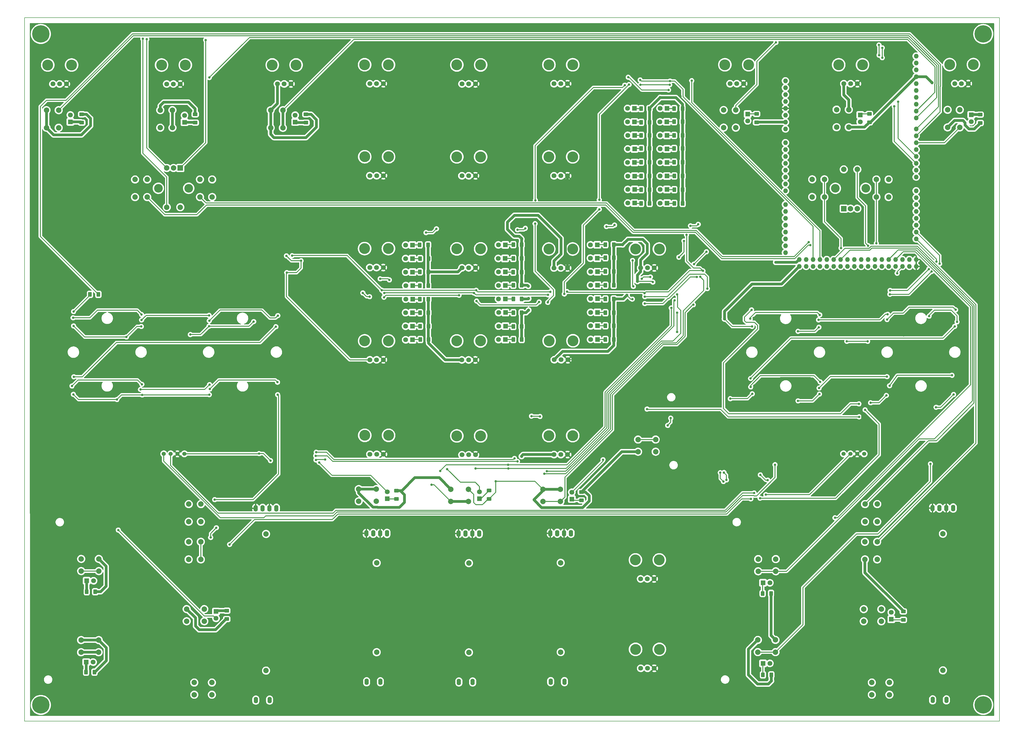
<source format=gbr>
%TF.GenerationSoftware,KiCad,Pcbnew,(5.99.0-11071-g7fde05e8ee)*%
%TF.CreationDate,2021-07-29T16:05:04+02:00*%
%TF.ProjectId,Mixduino,4d697864-7569-46e6-9f2e-6b696361645f,rev?*%
%TF.SameCoordinates,Original*%
%TF.FileFunction,Copper,L2,Bot*%
%TF.FilePolarity,Positive*%
%FSLAX46Y46*%
G04 Gerber Fmt 4.6, Leading zero omitted, Abs format (unit mm)*
G04 Created by KiCad (PCBNEW (5.99.0-11071-g7fde05e8ee)) date 2021-07-29 16:05:04*
%MOMM*%
%LPD*%
G01*
G04 APERTURE LIST*
G04 Aperture macros list*
%AMRoundRect*
0 Rectangle with rounded corners*
0 $1 Rounding radius*
0 $2 $3 $4 $5 $6 $7 $8 $9 X,Y pos of 4 corners*
0 Add a 4 corners polygon primitive as box body*
4,1,4,$2,$3,$4,$5,$6,$7,$8,$9,$2,$3,0*
0 Add four circle primitives for the rounded corners*
1,1,$1+$1,$2,$3*
1,1,$1+$1,$4,$5*
1,1,$1+$1,$6,$7*
1,1,$1+$1,$8,$9*
0 Add four rect primitives between the rounded corners*
20,1,$1+$1,$2,$3,$4,$5,0*
20,1,$1+$1,$4,$5,$6,$7,0*
20,1,$1+$1,$6,$7,$8,$9,0*
20,1,$1+$1,$8,$9,$2,$3,0*%
G04 Aperture macros list end*
%TA.AperFunction,Profile*%
%ADD10C,0.150000*%
%TD*%
%TA.AperFunction,ComponentPad*%
%ADD11O,1.727200X1.727200*%
%TD*%
%TA.AperFunction,ComponentPad*%
%ADD12R,1.800000X1.800000*%
%TD*%
%TA.AperFunction,ComponentPad*%
%ADD13C,1.800000*%
%TD*%
%TA.AperFunction,ComponentPad*%
%ADD14C,2.000000*%
%TD*%
%TA.AperFunction,ComponentPad*%
%ADD15O,1.600000X2.400000*%
%TD*%
%TA.AperFunction,ComponentPad*%
%ADD16O,1.600000X2.462000*%
%TD*%
%TA.AperFunction,ComponentPad*%
%ADD17C,3.600000*%
%TD*%
%TA.AperFunction,ConnectorPad*%
%ADD18C,6.400000*%
%TD*%
%TA.AperFunction,WasherPad*%
%ADD19C,4.000000*%
%TD*%
%TA.AperFunction,ComponentPad*%
%ADD20C,1.524000*%
%TD*%
%TA.AperFunction,ComponentPad*%
%ADD21R,2.000000X2.000000*%
%TD*%
%TA.AperFunction,ComponentPad*%
%ADD22C,3.200000*%
%TD*%
%TA.AperFunction,SMDPad,CuDef*%
%ADD23RoundRect,0.250000X-0.400000X-0.625000X0.400000X-0.625000X0.400000X0.625000X-0.400000X0.625000X0*%
%TD*%
%TA.AperFunction,SMDPad,CuDef*%
%ADD24RoundRect,0.250000X0.625000X-0.400000X0.625000X0.400000X-0.625000X0.400000X-0.625000X-0.400000X0*%
%TD*%
%TA.AperFunction,SMDPad,CuDef*%
%ADD25RoundRect,0.250000X0.400000X0.625000X-0.400000X0.625000X-0.400000X-0.625000X0.400000X-0.625000X0*%
%TD*%
%TA.AperFunction,SMDPad,CuDef*%
%ADD26RoundRect,0.250000X-0.625000X0.400000X-0.625000X-0.400000X0.625000X-0.400000X0.625000X0.400000X0*%
%TD*%
%TA.AperFunction,ViaPad*%
%ADD27C,0.889000*%
%TD*%
%TA.AperFunction,ViaPad*%
%ADD28C,1.200000*%
%TD*%
%TA.AperFunction,Conductor*%
%ADD29C,0.304800*%
%TD*%
%TA.AperFunction,Conductor*%
%ADD30C,1.016000*%
%TD*%
G04 APERTURE END LIST*
D10*
X479000000Y-311000000D02*
X119000000Y-311000000D01*
X119000000Y-311000000D02*
X119000000Y-51000000D01*
X479000000Y-51000000D02*
X479000000Y-311000000D01*
X119000000Y-51000000D02*
X479000000Y-51000000D01*
D11*
%TO.P,XA1,*%
%TO.N,*%
X399957500Y-74315000D03*
%TO.P,XA1,3V3,3.3V*%
%TO.N,N/C*%
X399957500Y-81935000D03*
%TO.P,XA1,5V1,5V*%
%TO.N,VCC*%
X399957500Y-84475000D03*
%TO.P,XA1,5V3,5V*%
X448217500Y-140355000D03*
%TO.P,XA1,5V4,5V*%
X448217500Y-142895000D03*
%TO.P,XA1,A0,A0*%
%TO.N,PFX-1R*%
X399957500Y-97175000D03*
%TO.P,XA1,A1,A1*%
%TO.N,MPLEX-A1*%
X399957500Y-99715000D03*
%TO.P,XA1,A2,A2*%
%TO.N,MPLEX-A0*%
X399957500Y-102255000D03*
%TO.P,XA1,A3,A3*%
%TO.N,GAIN-L3*%
X399957500Y-104795000D03*
%TO.P,XA1,A4,A4*%
%TO.N,GAIN-L2*%
X399957500Y-107335000D03*
%TO.P,XA1,A5,A5*%
%TO.N,GAIN-L1*%
X399957500Y-109875000D03*
%TO.P,XA1,A6,A6*%
%TO.N,PFX-3L*%
X399957500Y-112415000D03*
%TO.P,XA1,A7,A7*%
%TO.N,PFX-2L*%
X399957500Y-114955000D03*
%TO.P,XA1,A8,A8*%
%TO.N,PFX-1L*%
X399957500Y-120035000D03*
%TO.P,XA1,A9,A9*%
%TO.N,PFX-2R*%
X399957500Y-122575000D03*
%TO.P,XA1,A10,A10*%
%TO.N,PFX-3R*%
X399957500Y-125115000D03*
%TO.P,XA1,A11,A11*%
%TO.N,TRE-L3*%
X399957500Y-127655000D03*
%TO.P,XA1,A12,A12*%
%TO.N,TRE-L2*%
X399957500Y-130195000D03*
%TO.P,XA1,A13,A13*%
%TO.N,TRE-L1*%
X399957500Y-132735000D03*
%TO.P,XA1,A14,A14*%
%TO.N,PMASTER*%
X399957500Y-135275000D03*
%TO.P,XA1,A15,A15*%
%TO.N,N/C*%
X399957500Y-137815000D03*
%TO.P,XA1,AREF,AREF*%
X448217500Y-70251000D03*
%TO.P,XA1,D0,D0_RX0*%
X448217500Y-109875000D03*
%TO.P,XA1,D1,D1_TX0*%
X448217500Y-107335000D03*
%TO.P,XA1,D2,D2_INT0*%
%TO.N,L_BROWSER_A*%
X448217500Y-104795000D03*
%TO.P,XA1,D3,D3_INT1*%
%TO.N,L_BROWSER_B*%
X448217500Y-102255000D03*
%TO.P,XA1,D4,D4*%
%TO.N,SWFX2-R*%
X448217500Y-99715000D03*
%TO.P,XA1,D5,D5*%
%TO.N,SWFX3-R*%
X448217500Y-97175000D03*
%TO.P,XA1,D6,D6*%
%TO.N,NP_DATA*%
X448217500Y-94635000D03*
%TO.P,XA1,D7,D7*%
%TO.N,SWFX1-L*%
X448217500Y-92095000D03*
%TO.P,XA1,D8,D8*%
%TO.N,SWFX2-L*%
X448217500Y-88031000D03*
%TO.P,XA1,D9,D9*%
%TO.N,SWFX3-L*%
X448217500Y-85491000D03*
%TO.P,XA1,D10,D10*%
%TO.N,SW_BROWSER_L*%
X448217500Y-82951000D03*
%TO.P,XA1,D11,D11*%
%TO.N,SWFX1-R*%
X448217500Y-80411000D03*
%TO.P,XA1,D12,D12*%
%TO.N,N/C*%
X448217500Y-77871000D03*
%TO.P,XA1,D13,D13*%
X448217500Y-75331000D03*
%TO.P,XA1,D14,D14_TX3*%
X448217500Y-114955000D03*
%TO.P,XA1,D15,D15_RX3*%
X448217500Y-117495000D03*
%TO.P,XA1,D16,D16_TX2*%
X448217500Y-120035000D03*
%TO.P,XA1,D17,D17_RX2*%
X448217500Y-122575000D03*
%TO.P,XA1,D18,D18_TX1*%
%TO.N,R_BROWSER_A*%
X448217500Y-125115000D03*
%TO.P,XA1,D19,D19_RX1*%
%TO.N,R_BROWSER_B*%
X448217500Y-127655000D03*
%TO.P,XA1,D20,D20_SDA*%
%TO.N,SDA*%
X448217500Y-130195000D03*
%TO.P,XA1,D21,D21_SCL*%
%TO.N,SCL*%
X448217500Y-132735000D03*
%TO.P,XA1,D22,D22*%
%TO.N,SWPLAY-R*%
X445677500Y-140355000D03*
%TO.P,XA1,D23,D23*%
%TO.N,N/C*%
X445677500Y-142895000D03*
%TO.P,XA1,D24,D24*%
X443137500Y-140355000D03*
%TO.P,XA1,D25,D25*%
%TO.N,SWPAD-R4*%
X443137500Y-142895000D03*
%TO.P,XA1,D26,D26*%
%TO.N,SWLOOP-R*%
X440597500Y-140355000D03*
%TO.P,XA1,D27,D27*%
%TO.N,SWPAD-R8*%
X440597500Y-142895000D03*
%TO.P,XA1,D28,D28*%
%TO.N,SWCUE-R*%
X438057500Y-140355000D03*
%TO.P,XA1,D29,D29*%
%TO.N,SWPAD-R7*%
X438057500Y-142895000D03*
%TO.P,XA1,D30,D30*%
%TO.N,SWBR-PREVIEW*%
X435517500Y-140355000D03*
%TO.P,XA1,D31,D31*%
%TO.N,SWPAD-R3*%
X435517500Y-142895000D03*
%TO.P,XA1,D32,D32*%
%TO.N,SW_BROWSER_R*%
X432977500Y-140355000D03*
%TO.P,XA1,D33,D33*%
%TO.N,SWPAD-R6*%
X432977500Y-142895000D03*
%TO.P,XA1,D34,D34*%
%TO.N,N/C*%
X430437500Y-140355000D03*
%TO.P,XA1,D35,D35*%
%TO.N,SWPAD-R2*%
X430437500Y-142895000D03*
%TO.P,XA1,D36,D36*%
%TO.N,N/C*%
X427897500Y-140355000D03*
%TO.P,XA1,D37,D37*%
%TO.N,SWPAD-R5*%
X427897500Y-142895000D03*
%TO.P,XA1,D38,D38*%
%TO.N,SWBR-BACK*%
X425357500Y-140355000D03*
%TO.P,XA1,D39,D39*%
%TO.N,SWPAD-R1*%
X425357500Y-142895000D03*
%TO.P,XA1,D40,D40*%
%TO.N,MPLEX-S2*%
X422817500Y-140355000D03*
%TO.P,XA1,D41,D41*%
%TO.N,SW-DECK-SEL*%
X422817500Y-142895000D03*
%TO.P,XA1,D42,D42*%
%TO.N,SWRANGE-R*%
X420277500Y-140355000D03*
%TO.P,XA1,D43,D43*%
%TO.N,FB-LATCH*%
X420277500Y-142895000D03*
%TO.P,XA1,D44,D44*%
%TO.N,SWSYNC-R*%
X417737500Y-140355000D03*
%TO.P,XA1,D45,D45*%
%TO.N,SWPRECUE-L3*%
X417737500Y-142895000D03*
%TO.P,XA1,D46,D46*%
%TO.N,N/C*%
X415197500Y-140355000D03*
%TO.P,XA1,D47,D47*%
%TO.N,MPLEX-S0*%
X415197500Y-142895000D03*
%TO.P,XA1,D48,D48*%
%TO.N,VU-SF-DATA*%
X412657500Y-140355000D03*
%TO.P,XA1,D49,D49*%
%TO.N,MPLEX-S1*%
X412657500Y-142895000D03*
%TO.P,XA1,D50,D50*%
%TO.N,VU-LATCH*%
X410117500Y-140355000D03*
%TO.P,XA1,D51,D51*%
%TO.N,BTNLED-SF-DATA*%
X410117500Y-142895000D03*
%TO.P,XA1,D52,D52*%
%TO.N,SF-CLOCK*%
X407577500Y-140355000D03*
%TO.P,XA1,D53,D53_SS*%
%TO.N,MPLEX-S3*%
X407577500Y-142895000D03*
%TO.P,XA1,GND1,GND*%
%TO.N,GND*%
X448217500Y-72791000D03*
%TO.P,XA1,GND2,GND*%
X399957500Y-87015000D03*
%TO.P,XA1,GND3,GND*%
X399957500Y-89555000D03*
%TO.P,XA1,GND5,GND*%
X405037500Y-140355000D03*
%TO.P,XA1,GND6,GND*%
X405037500Y-142895000D03*
%TO.P,XA1,IORF,IOREF*%
%TO.N,N/C*%
X399957500Y-76855000D03*
%TO.P,XA1,RST1,RESET*%
X399957500Y-79395000D03*
%TO.P,XA1,SCL,SCL*%
X448217500Y-65171000D03*
%TO.P,XA1,SDA,SDA*%
X448217500Y-67711000D03*
%TO.P,XA1,VIN,VIN*%
X399957500Y-92095000D03*
%TD*%
D12*
%TO.P,D17,1,K*%
%TO.N,Net-(D17-Pad1)*%
X296535000Y-154950000D03*
D13*
%TO.P,D17,2,A*%
%TO.N,VUL2-3*%
X293995000Y-154950000D03*
%TD*%
D14*
%TO.P,SW44,1,1*%
%TO.N,GND*%
X428868839Y-274080000D03*
X435368839Y-274080000D03*
%TO.P,SW44,2,2*%
%TO.N,SWLOOP-R*%
X435368839Y-269580000D03*
X428868839Y-269580000D03*
%TD*%
%TO.P,SW19,1,1*%
%TO.N,GND*%
X179570000Y-244690000D03*
X179570000Y-251190000D03*
%TO.P,SW19,2,2*%
%TO.N,SWSYNC-L*%
X184070000Y-244690000D03*
X184070000Y-251190000D03*
%TD*%
%TO.P,RV1,*%
%TO.N,*%
X249000000Y-285500000D03*
X249000000Y-252500000D03*
D15*
%TO.P,RV1,1,1*%
%TO.N,VCC*%
X245190000Y-241568000D03*
X250270000Y-241568000D03*
%TO.P,RV1,2,2*%
%TO.N,FADER-L1*%
X247730000Y-241568000D03*
D16*
X252810000Y-241568000D03*
D15*
%TO.P,RV1,3,3*%
%TO.N,GND*%
X250380000Y-296432000D03*
X245300000Y-296432000D03*
%TD*%
D12*
%TO.P,D14,1,K*%
%TO.N,Net-(D14-Pad1)*%
X296530000Y-169960000D03*
D13*
%TO.P,D14,2,A*%
%TO.N,VUL2-0*%
X293990000Y-169960000D03*
%TD*%
D14*
%TO.P,SW8,1,1*%
%TO.N,GND*%
X146400000Y-251010000D03*
X139900000Y-251010000D03*
%TO.P,SW8,2,2*%
%TO.N,SWCUE-L*%
X139900000Y-255510000D03*
X146400000Y-255510000D03*
%TD*%
D12*
%TO.P,D3,1,K*%
%TO.N,Net-(D3-Pad1)*%
X262245000Y-159990000D03*
D13*
%TO.P,D3,2,A*%
%TO.N,VUL1-2*%
X259705000Y-159990000D03*
%TD*%
D17*
%TO.P,REF\u002A\u002A,1*%
%TO.N,N/C*%
X473000000Y-57000000D03*
D18*
X473000000Y-57000000D03*
%TD*%
D14*
%TO.P,SW21,1,1*%
%TO.N,GND*%
X352030000Y-211390000D03*
X345530000Y-211390000D03*
%TO.P,SW21,2,2*%
%TO.N,SW-DECK-SEL*%
X345530000Y-206890000D03*
X352030000Y-206890000D03*
%TD*%
%TO.P,SW14,1,1*%
%TO.N,GND*%
X316880000Y-225270000D03*
X310380000Y-225270000D03*
%TO.P,SW14,2,2*%
%TO.N,SWPRECUE-L3*%
X310380000Y-229770000D03*
X316880000Y-229770000D03*
%TD*%
D19*
%TO.P,RV20,*%
%TO.N,*%
X136350000Y-68470000D03*
X127550000Y-68470000D03*
D13*
%TO.P,RV20,1,1*%
%TO.N,VCC*%
X134450000Y-75470000D03*
%TO.P,RV20,2,2*%
%TO.N,PFX-1L*%
X131950000Y-75470000D03*
%TO.P,RV20,3,3*%
%TO.N,GND*%
X129450000Y-75470000D03*
%TD*%
D19*
%TO.P,RV22,*%
%TO.N,*%
X210460000Y-68460000D03*
X219260000Y-68460000D03*
D13*
%TO.P,RV22,1,1*%
%TO.N,VCC*%
X217360000Y-75460000D03*
%TO.P,RV22,2,2*%
%TO.N,PFX-3L*%
X214860000Y-75460000D03*
%TO.P,RV22,3,3*%
%TO.N,GND*%
X212360000Y-75460000D03*
%TD*%
D20*
%TO.P,TB1,1,SCL*%
%TO.N,SCL*%
X170390000Y-212180000D03*
%TO.P,TB1,2,SDA*%
%TO.N,SDA*%
X172930000Y-212180000D03*
%TO.P,TB1,3,VCC*%
%TO.N,VCC*%
X175470000Y-212180000D03*
%TO.P,TB1,4,GND*%
%TO.N,GND*%
X178010000Y-212180000D03*
%TD*%
D14*
%TO.P,SW33,1,1*%
%TO.N,GND*%
X169090000Y-85140000D03*
X169090000Y-91640000D03*
%TO.P,SW33,2,2*%
%TO.N,SWFX2-L*%
X173590000Y-85140000D03*
X173590000Y-91640000D03*
%TD*%
%TO.P,SW25,1,1*%
%TO.N,GND*%
X433840000Y-237250000D03*
X433840000Y-230750000D03*
%TO.P,SW25,2,2*%
%TO.N,SWRANGE-R*%
X429340000Y-237250000D03*
X429340000Y-230750000D03*
%TD*%
%TO.P,RV7,*%
%TO.N,*%
X283080000Y-252570000D03*
X283080000Y-285570000D03*
D15*
%TO.P,RV7,1,1*%
%TO.N,VCC*%
X284350000Y-241638000D03*
X279270000Y-241638000D03*
D16*
%TO.P,RV7,2,2*%
%TO.N,FADER-L2*%
X286890000Y-241638000D03*
D15*
X281810000Y-241638000D03*
%TO.P,RV7,3,3*%
%TO.N,GND*%
X279380000Y-296502000D03*
X284460000Y-296502000D03*
%TD*%
D12*
%TO.P,D38,1,K*%
%TO.N,Net-(D38-Pad1)*%
X344265000Y-119500000D03*
D13*
%TO.P,D38,2,A*%
%TO.N,VUMASL-0*%
X341725000Y-119500000D03*
%TD*%
D12*
%TO.P,D22,1,K*%
%TO.N,Net-(D22-Pad1)*%
X252910000Y-228735000D03*
D13*
%TO.P,D22,2,A*%
%TO.N,LEDHPL1*%
X252910000Y-226195000D03*
%TD*%
D12*
%TO.P,D54,1,K*%
%TO.N,Net-(D54-Pad1)*%
X189685363Y-270450904D03*
D13*
%TO.P,D54,2,A*%
%TO.N,LEDLOOPL*%
X189685363Y-272990904D03*
%TD*%
D14*
%TO.P,SW12,1,1*%
%TO.N,GND*%
X181662000Y-296708000D03*
X188162000Y-296708000D03*
%TO.P,SW12,2,2*%
%TO.N,SWSHIFT*%
X181662000Y-301208000D03*
X188162000Y-301208000D03*
%TD*%
D12*
%TO.P,D46,1,K*%
%TO.N,Net-(D46-Pad1)*%
X356255000Y-119510000D03*
D13*
%TO.P,D46,2,A*%
%TO.N,VUMASR-0*%
X353715000Y-119510000D03*
%TD*%
D19*
%TO.P,RV8,*%
%TO.N,*%
X287400000Y-205550000D03*
X278600000Y-205550000D03*
D13*
%TO.P,RV8,1,1*%
%TO.N,VCC*%
X285500000Y-212550000D03*
%TO.P,RV8,2,2*%
%TO.N,FILTER-L2*%
X283000000Y-212550000D03*
%TO.P,RV8,3,3*%
%TO.N,GND*%
X280500000Y-212550000D03*
%TD*%
D19*
%TO.P,RV12,*%
%TO.N,*%
X278610000Y-68440000D03*
X287410000Y-68440000D03*
D13*
%TO.P,RV12,1,1*%
%TO.N,VCC*%
X285510000Y-75440000D03*
%TO.P,RV12,2,2*%
%TO.N,GAIN-L2*%
X283010000Y-75440000D03*
%TO.P,RV12,3,3*%
%TO.N,GND*%
X280510000Y-75440000D03*
%TD*%
D12*
%TO.P,D9,1,K*%
%TO.N,Net-(D9-Pad1)*%
X141765000Y-289150000D03*
D13*
%TO.P,D9,2,A*%
%TO.N,LEDPLAYL*%
X144305000Y-289150000D03*
%TD*%
D12*
%TO.P,D31,1,K*%
%TO.N,Net-(D31-Pad1)*%
X330585000Y-164880000D03*
D13*
%TO.P,D31,2,A*%
%TO.N,VUL3-1*%
X328045000Y-164880000D03*
%TD*%
D12*
%TO.P,D1,1,K*%
%TO.N,Net-(D1-Pad1)*%
X262265000Y-170020000D03*
D13*
%TO.P,D1,2,A*%
%TO.N,VUL1-0*%
X259725000Y-170020000D03*
%TD*%
D12*
%TO.P,D25,1,K*%
%TO.N,Net-(D25-Pad1)*%
X391675000Y-289630000D03*
D13*
%TO.P,D25,2,A*%
%TO.N,LEDPLAYR*%
X394215000Y-289630000D03*
%TD*%
D12*
%TO.P,D37,1,K*%
%TO.N,Net-(D37-Pad1)*%
X330505000Y-134930000D03*
D13*
%TO.P,D37,2,A*%
%TO.N,VUL3-7*%
X327965000Y-134930000D03*
%TD*%
D12*
%TO.P,D49,1,K*%
%TO.N,Net-(D49-Pad1)*%
X356185000Y-104450000D03*
D13*
%TO.P,D49,2,A*%
%TO.N,VUMASR-3*%
X353645000Y-104450000D03*
%TD*%
D14*
%TO.P,RV23,*%
%TO.N,*%
X458100000Y-241720000D03*
X458100000Y-292220000D03*
D15*
%TO.P,RV23,1,1*%
%TO.N,VCC*%
X459370000Y-232220000D03*
X454290000Y-232220000D03*
D16*
%TO.P,RV23,2,2*%
%TO.N,PITCH-R*%
X461910000Y-232220000D03*
D15*
X456830000Y-232220000D03*
%TO.P,RV23,3,3*%
%TO.N,GND*%
X459400000Y-303120000D03*
X454320000Y-303120000D03*
%TD*%
D14*
%TO.P,SW4,1,1*%
%TO.N,GND*%
X396260000Y-280960000D03*
X389760000Y-280960000D03*
%TO.P,SW4,2,2*%
%TO.N,SWPLAY-R*%
X396260000Y-285460000D03*
X389760000Y-285460000D03*
%TD*%
%TO.P,SW41,1,1*%
%TO.N,GND*%
X159780000Y-117280000D03*
X159780000Y-110780000D03*
%TO.P,SW41,2,2*%
%TO.N,SWBR-BACK*%
X164280000Y-110780000D03*
X164280000Y-117280000D03*
%TD*%
D12*
%TO.P,D11,1,K*%
%TO.N,Net-(D11-Pad1)*%
X135900000Y-89475000D03*
D13*
%TO.P,D11,2,A*%
%TO.N,LEDFX1L*%
X135900000Y-86935000D03*
%TD*%
D19*
%TO.P,RV11,*%
%TO.N,*%
X278590000Y-102400000D03*
X287390000Y-102400000D03*
D13*
%TO.P,RV11,1,1*%
%TO.N,VCC*%
X285490000Y-109400000D03*
%TO.P,RV11,2,2*%
%TO.N,TRE-L2*%
X282990000Y-109400000D03*
%TO.P,RV11,3,3*%
%TO.N,GND*%
X280490000Y-109400000D03*
%TD*%
D12*
%TO.P,D41,1,K*%
%TO.N,Net-(D41-Pad1)*%
X344225000Y-104500000D03*
D13*
%TO.P,D41,2,A*%
%TO.N,VUMASL-3*%
X341685000Y-104500000D03*
%TD*%
D12*
%TO.P,D16,1,K*%
%TO.N,Net-(D16-Pad1)*%
X296575000Y-159970000D03*
D13*
%TO.P,D16,2,A*%
%TO.N,VUL2-2*%
X294035000Y-159970000D03*
%TD*%
D21*
%TO.P,SW26,A,A*%
%TO.N,R_BROWSER_A*%
X421490000Y-121550000D03*
D14*
%TO.P,SW26,B,B*%
%TO.N,R_BROWSER_B*%
X426490000Y-121550000D03*
%TO.P,SW26,C,C*%
%TO.N,GND*%
X423990000Y-121550000D03*
D22*
%TO.P,SW26,MP*%
%TO.N,N/C*%
X429590000Y-114050000D03*
X418390000Y-114050000D03*
D14*
%TO.P,SW26,S1,S1*%
%TO.N,SW_BROWSER_R*%
X426490000Y-107050000D03*
%TO.P,SW26,S2,S2*%
%TO.N,GND*%
X421490000Y-107050000D03*
%TD*%
D12*
%TO.P,D55,1,K*%
%TO.N,Net-(D55-Pad1)*%
X439050000Y-273305000D03*
D13*
%TO.P,D55,2,A*%
%TO.N,LEDLOOPR*%
X439050000Y-270765000D03*
%TD*%
D12*
%TO.P,D27,1,K*%
%TO.N,Net-(D27-Pad1)*%
X386004000Y-86583000D03*
D13*
%TO.P,D27,2,A*%
%TO.N,LEDFX1R*%
X386004000Y-89123000D03*
%TD*%
D12*
%TO.P,D4,1,K*%
%TO.N,Net-(D4-Pad1)*%
X262285000Y-155000000D03*
D13*
%TO.P,D4,2,A*%
%TO.N,VUL1-3*%
X259745000Y-155000000D03*
%TD*%
D12*
%TO.P,D30,1,K*%
%TO.N,Net-(D30-Pad1)*%
X330535000Y-169890000D03*
D13*
%TO.P,D30,2,A*%
%TO.N,VUL3-0*%
X327995000Y-169890000D03*
%TD*%
D17*
%TO.P,REF\u002A\u002A,1*%
%TO.N,N/C*%
X125000000Y-57000000D03*
D18*
X125000000Y-57000000D03*
%TD*%
D12*
%TO.P,D21,1,K*%
%TO.N,Net-(D21-Pad1)*%
X296485000Y-134950000D03*
D13*
%TO.P,D21,2,A*%
%TO.N,VUL2-7*%
X293945000Y-134950000D03*
%TD*%
D14*
%TO.P,SW13,1,1*%
%TO.N,GND*%
X438352000Y-296708000D03*
X431852000Y-296708000D03*
%TO.P,SW13,2,2*%
%TO.N,SWSHIFT*%
X438352000Y-301208000D03*
X431852000Y-301208000D03*
%TD*%
D12*
%TO.P,D50,1,K*%
%TO.N,Net-(D50-Pad1)*%
X356225000Y-99490000D03*
D13*
%TO.P,D50,2,A*%
%TO.N,VUMASR-4*%
X353685000Y-99490000D03*
%TD*%
D14*
%TO.P,SW3,1,1*%
%TO.N,GND*%
X139860000Y-281010000D03*
X146360000Y-281010000D03*
%TO.P,SW3,2,2*%
%TO.N,SWPLAY-L*%
X146360000Y-285510000D03*
X139860000Y-285510000D03*
%TD*%
%TO.P,SW34,1,1*%
%TO.N,GND*%
X423334000Y-91458000D03*
X423334000Y-84958000D03*
%TO.P,SW34,2,2*%
%TO.N,SWFX2-R*%
X418834000Y-91458000D03*
X418834000Y-84958000D03*
%TD*%
%TO.P,SW43,1,1*%
%TO.N,GND*%
X178850000Y-269550000D03*
X185350000Y-269550000D03*
%TO.P,SW43,2,2*%
%TO.N,SWLOOP-L*%
X185350000Y-274050000D03*
X178850000Y-274050000D03*
%TD*%
D19*
%TO.P,RV24,*%
%TO.N,*%
X386390000Y-68380000D03*
X377590000Y-68380000D03*
D13*
%TO.P,RV24,1,1*%
%TO.N,VCC*%
X384490000Y-75380000D03*
%TO.P,RV24,2,2*%
%TO.N,PFX-1R*%
X381990000Y-75380000D03*
%TO.P,RV24,3,3*%
%TO.N,GND*%
X379490000Y-75380000D03*
%TD*%
D12*
%TO.P,D12,1,K*%
%TO.N,Net-(D12-Pad1)*%
X178060000Y-89625000D03*
D13*
%TO.P,D12,2,A*%
%TO.N,LEDFX2L*%
X178060000Y-87085000D03*
%TD*%
D19*
%TO.P,RV5,*%
%TO.N,*%
X253390000Y-102380000D03*
X244590000Y-102380000D03*
D13*
%TO.P,RV5,1,1*%
%TO.N,VCC*%
X251490000Y-109380000D03*
%TO.P,RV5,2,2*%
%TO.N,TRE-L1*%
X248990000Y-109380000D03*
%TO.P,RV5,3,3*%
%TO.N,GND*%
X246490000Y-109380000D03*
%TD*%
D19*
%TO.P,RV17,*%
%TO.N,*%
X321400000Y-102420000D03*
X312600000Y-102420000D03*
D13*
%TO.P,RV17,1,1*%
%TO.N,VCC*%
X319500000Y-109420000D03*
%TO.P,RV17,2,2*%
%TO.N,TRE-L3*%
X317000000Y-109420000D03*
%TO.P,RV17,3,3*%
%TO.N,GND*%
X314500000Y-109420000D03*
%TD*%
D12*
%TO.P,D8,1,K*%
%TO.N,Net-(D8-Pad1)*%
X262245000Y-135010000D03*
D13*
%TO.P,D8,2,A*%
%TO.N,VUL1-7*%
X259705000Y-135010000D03*
%TD*%
D12*
%TO.P,D44,1,K*%
%TO.N,Net-(D44-Pad1)*%
X344210000Y-89520000D03*
D13*
%TO.P,D44,2,A*%
%TO.N,VUMASL-6*%
X341670000Y-89520000D03*
%TD*%
D12*
%TO.P,D48,1,K*%
%TO.N,Net-(D48-Pad1)*%
X356225000Y-109500000D03*
D13*
%TO.P,D48,2,A*%
%TO.N,VUMASR-2*%
X353685000Y-109500000D03*
%TD*%
D12*
%TO.P,D35,1,K*%
%TO.N,Net-(D35-Pad1)*%
X330535000Y-144890000D03*
D13*
%TO.P,D35,2,A*%
%TO.N,VUL3-5*%
X327995000Y-144890000D03*
%TD*%
D12*
%TO.P,D13,1,K*%
%TO.N,Net-(D13-Pad1)*%
X218910000Y-89545000D03*
D13*
%TO.P,D13,2,A*%
%TO.N,LEDFX3L*%
X218910000Y-87005000D03*
%TD*%
D14*
%TO.P,SW9,1,1*%
%TO.N,GND*%
X396380000Y-251080000D03*
X389880000Y-251080000D03*
%TO.P,SW9,2,2*%
%TO.N,SWCUE-R*%
X389880000Y-255580000D03*
X396380000Y-255580000D03*
%TD*%
D19*
%TO.P,RV25,*%
%TO.N,*%
X428410000Y-68390000D03*
X419610000Y-68390000D03*
D13*
%TO.P,RV25,1,1*%
%TO.N,VCC*%
X426510000Y-75390000D03*
%TO.P,RV25,2,2*%
%TO.N,PFX-2R*%
X424010000Y-75390000D03*
%TO.P,RV25,3,3*%
%TO.N,GND*%
X421510000Y-75390000D03*
%TD*%
D14*
%TO.P,SW36,1,1*%
%TO.N,GND*%
X209870000Y-91680000D03*
X209870000Y-85180000D03*
%TO.P,SW36,2,2*%
%TO.N,SWFX3-L*%
X214370000Y-85180000D03*
X214370000Y-91680000D03*
%TD*%
D12*
%TO.P,D20,1,K*%
%TO.N,Net-(D20-Pad1)*%
X296435000Y-139960000D03*
D13*
%TO.P,D20,2,A*%
%TO.N,VUL2-6*%
X293895000Y-139960000D03*
%TD*%
D19*
%TO.P,RV10,*%
%TO.N,*%
X278600000Y-136430000D03*
X287400000Y-136430000D03*
D13*
%TO.P,RV10,1,1*%
%TO.N,VCC*%
X285500000Y-143430000D03*
%TO.P,RV10,2,2*%
%TO.N,MID-L2*%
X283000000Y-143430000D03*
%TO.P,RV10,3,3*%
%TO.N,GND*%
X280500000Y-143430000D03*
%TD*%
D14*
%TO.P,SW42,1,1*%
%TO.N,GND*%
X409840000Y-117230000D03*
X409840000Y-110730000D03*
%TO.P,SW42,2,2*%
%TO.N,SWBR-BACK*%
X414340000Y-117230000D03*
X414340000Y-110730000D03*
%TD*%
D12*
%TO.P,D53,1,K*%
%TO.N,Net-(D53-Pad1)*%
X356195000Y-84490000D03*
D13*
%TO.P,D53,2,A*%
%TO.N,VUMASR-7*%
X353655000Y-84490000D03*
%TD*%
D14*
%TO.P,RV13,*%
%TO.N,*%
X316970000Y-285450000D03*
X316970000Y-252450000D03*
D15*
%TO.P,RV13,1,1*%
%TO.N,VCC*%
X318240000Y-241518000D03*
X313160000Y-241518000D03*
%TO.P,RV13,2,2*%
%TO.N,FADER-L3*%
X315700000Y-241518000D03*
D16*
X320780000Y-241518000D03*
D15*
%TO.P,RV13,3,3*%
%TO.N,GND*%
X318350000Y-296382000D03*
X313270000Y-296382000D03*
%TD*%
D12*
%TO.P,D43,1,K*%
%TO.N,Net-(D43-Pad1)*%
X344260000Y-94470000D03*
D13*
%TO.P,D43,2,A*%
%TO.N,VUMASL-5*%
X341720000Y-94470000D03*
%TD*%
D19*
%TO.P,RV18,*%
%TO.N,*%
X312610000Y-68380000D03*
X321410000Y-68380000D03*
D13*
%TO.P,RV18,1,1*%
%TO.N,VCC*%
X319510000Y-75380000D03*
%TO.P,RV18,2,2*%
%TO.N,GAIN-L3*%
X317010000Y-75380000D03*
%TO.P,RV18,3,3*%
%TO.N,GND*%
X314510000Y-75380000D03*
%TD*%
D14*
%TO.P,SW30,1,1*%
%TO.N,GND*%
X377130000Y-85110000D03*
X377130000Y-91610000D03*
%TO.P,SW30,2,2*%
%TO.N,SWFX1-R*%
X381630000Y-85110000D03*
X381630000Y-91610000D03*
%TD*%
D19*
%TO.P,RV9,*%
%TO.N,*%
X287370000Y-170460000D03*
X278570000Y-170460000D03*
D13*
%TO.P,RV9,1,1*%
%TO.N,VCC*%
X285470000Y-177460000D03*
%TO.P,RV9,2,2*%
%TO.N,BAS-L2*%
X282970000Y-177460000D03*
%TO.P,RV9,3,3*%
%TO.N,GND*%
X280470000Y-177460000D03*
%TD*%
D14*
%TO.P,SW37,1,1*%
%TO.N,GND*%
X459824000Y-91528000D03*
X459824000Y-85028000D03*
%TO.P,SW37,2,2*%
%TO.N,SWFX3-R*%
X464324000Y-85028000D03*
X464324000Y-91528000D03*
%TD*%
D19*
%TO.P,RV4,*%
%TO.N,*%
X253350000Y-136330000D03*
X244550000Y-136330000D03*
D13*
%TO.P,RV4,1,1*%
%TO.N,VCC*%
X251450000Y-143330000D03*
%TO.P,RV4,2,2*%
%TO.N,MID-L1*%
X248950000Y-143330000D03*
%TO.P,RV4,3,3*%
%TO.N,GND*%
X246450000Y-143330000D03*
%TD*%
D12*
%TO.P,D26,1,K*%
%TO.N,Net-(D26-Pad1)*%
X391663000Y-259842000D03*
D13*
%TO.P,D26,2,A*%
%TO.N,LEDCUER*%
X394203000Y-259842000D03*
%TD*%
D14*
%TO.P,SW39,1,1*%
%TO.N,GND*%
X188270000Y-110770000D03*
X188270000Y-117270000D03*
%TO.P,SW39,2,2*%
%TO.N,SWBR-PREVIEW*%
X183770000Y-110770000D03*
X183770000Y-117270000D03*
%TD*%
D12*
%TO.P,D32,1,K*%
%TO.N,Net-(D32-Pad1)*%
X330555000Y-159890000D03*
D13*
%TO.P,D32,2,A*%
%TO.N,VUL3-2*%
X328015000Y-159890000D03*
%TD*%
D18*
%TO.P,REF\u002A\u002A,1*%
%TO.N,N/C*%
X125000000Y-305000000D03*
D17*
X125000000Y-305000000D03*
%TD*%
D14*
%TO.P,RV19,*%
%TO.N,*%
X208170000Y-292300000D03*
X208170000Y-241800000D03*
D15*
%TO.P,RV19,1,1*%
%TO.N,VCC*%
X209440000Y-232300000D03*
X204360000Y-232300000D03*
%TO.P,RV19,2,2*%
%TO.N,PITCH-L*%
X206900000Y-232300000D03*
D16*
X211980000Y-232300000D03*
D15*
%TO.P,RV19,3,3*%
%TO.N,GND*%
X209470000Y-303200000D03*
X204390000Y-303200000D03*
%TD*%
D19*
%TO.P,RV14,*%
%TO.N,*%
X321400000Y-205450000D03*
X312600000Y-205450000D03*
D13*
%TO.P,RV14,1,1*%
%TO.N,VCC*%
X319500000Y-212450000D03*
%TO.P,RV14,2,2*%
%TO.N,FILTER-L3*%
X317000000Y-212450000D03*
%TO.P,RV14,3,3*%
%TO.N,GND*%
X314500000Y-212450000D03*
%TD*%
D17*
%TO.P,REF\u002A\u002A,1*%
%TO.N,N/C*%
X473000000Y-305000000D03*
D18*
X473000000Y-305000000D03*
%TD*%
D19*
%TO.P,RV28,*%
%TO.N,*%
X344570000Y-251400000D03*
X353370000Y-251400000D03*
D13*
%TO.P,RV28,1,1*%
%TO.N,VCC*%
X351470000Y-258400000D03*
%TO.P,RV28,2,2*%
%TO.N,PVOL-HP*%
X348970000Y-258400000D03*
%TO.P,RV28,3,3*%
%TO.N,GND*%
X346470000Y-258400000D03*
%TD*%
D12*
%TO.P,D10,1,K*%
%TO.N,Net-(D10-Pad1)*%
X141925000Y-259090000D03*
D13*
%TO.P,D10,2,A*%
%TO.N,LEDCUEL*%
X144465000Y-259090000D03*
%TD*%
D12*
%TO.P,D29,1,K*%
%TO.N,Net-(D29-Pad1)*%
X468564000Y-86883000D03*
D13*
%TO.P,D29,2,A*%
%TO.N,LEDFX3R*%
X468564000Y-89423000D03*
%TD*%
D12*
%TO.P,D23,1,K*%
%TO.N,Net-(D23-Pad1)*%
X286940000Y-228735000D03*
D13*
%TO.P,D23,2,A*%
%TO.N,LEDHPL2*%
X286940000Y-226195000D03*
%TD*%
D12*
%TO.P,D6,1,K*%
%TO.N,Net-(D6-Pad1)*%
X262270000Y-145010000D03*
D13*
%TO.P,D6,2,A*%
%TO.N,VUL1-5*%
X259730000Y-145010000D03*
%TD*%
D19*
%TO.P,RV27,*%
%TO.N,*%
X344610000Y-284440000D03*
X353410000Y-284440000D03*
D13*
%TO.P,RV27,1,1*%
%TO.N,VCC*%
X351510000Y-291440000D03*
%TO.P,RV27,2,2*%
%TO.N,PMIX-HP*%
X349010000Y-291440000D03*
%TO.P,RV27,3,3*%
%TO.N,GND*%
X346510000Y-291440000D03*
%TD*%
D12*
%TO.P,D24,1,K*%
%TO.N,Net-(D24-Pad1)*%
X321080000Y-228915000D03*
D13*
%TO.P,D24,2,A*%
%TO.N,LEDHPL3*%
X321080000Y-226375000D03*
%TD*%
D19*
%TO.P,RV6,*%
%TO.N,*%
X253360000Y-68370000D03*
X244560000Y-68370000D03*
D13*
%TO.P,RV6,1,1*%
%TO.N,VCC*%
X251460000Y-75370000D03*
%TO.P,RV6,2,2*%
%TO.N,GAIN-L1*%
X248960000Y-75370000D03*
%TO.P,RV6,3,3*%
%TO.N,GND*%
X246460000Y-75370000D03*
%TD*%
D12*
%TO.P,D33,1,K*%
%TO.N,Net-(D33-Pad1)*%
X330555000Y-154880000D03*
D13*
%TO.P,D33,2,A*%
%TO.N,VUL3-3*%
X328015000Y-154880000D03*
%TD*%
D12*
%TO.P,D47,1,K*%
%TO.N,Net-(D47-Pad1)*%
X356195000Y-114480000D03*
D13*
%TO.P,D47,2,A*%
%TO.N,VUMASR-1*%
X353655000Y-114480000D03*
%TD*%
D19*
%TO.P,RV29,*%
%TO.N,*%
X344600000Y-136460000D03*
X353400000Y-136460000D03*
D13*
%TO.P,RV29,1,1*%
%TO.N,VCC*%
X351500000Y-143460000D03*
%TO.P,RV29,2,2*%
%TO.N,PMASTER*%
X349000000Y-143460000D03*
%TO.P,RV29,3,3*%
%TO.N,GND*%
X346500000Y-143460000D03*
%TD*%
D12*
%TO.P,D36,1,K*%
%TO.N,Net-(D36-Pad1)*%
X330485000Y-139860000D03*
D13*
%TO.P,D36,2,A*%
%TO.N,VUL3-6*%
X327945000Y-139860000D03*
%TD*%
D12*
%TO.P,D34,1,K*%
%TO.N,Net-(D34-Pad1)*%
X330535000Y-149870000D03*
D13*
%TO.P,D34,2,A*%
%TO.N,VUL3-4*%
X327995000Y-149870000D03*
%TD*%
D12*
%TO.P,D18,1,K*%
%TO.N,Net-(D18-Pad1)*%
X296555000Y-149950000D03*
D13*
%TO.P,D18,2,A*%
%TO.N,VUL2-4*%
X294015000Y-149950000D03*
%TD*%
D12*
%TO.P,D15,1,K*%
%TO.N,Net-(D15-Pad1)*%
X296575000Y-164990000D03*
D13*
%TO.P,D15,2,A*%
%TO.N,VUL2-1*%
X294035000Y-164990000D03*
%TD*%
D14*
%TO.P,SW10,1,1*%
%TO.N,GND*%
X282880000Y-225270000D03*
X276380000Y-225270000D03*
%TO.P,SW10,2,2*%
%TO.N,SWPRECUE-L2*%
X282880000Y-229770000D03*
X276380000Y-229770000D03*
%TD*%
D19*
%TO.P,RV15,*%
%TO.N,*%
X312700000Y-170400000D03*
X321500000Y-170400000D03*
D13*
%TO.P,RV15,1,1*%
%TO.N,VCC*%
X319600000Y-177400000D03*
%TO.P,RV15,2,2*%
%TO.N,BAS-L3*%
X317100000Y-177400000D03*
%TO.P,RV15,3,3*%
%TO.N,GND*%
X314600000Y-177400000D03*
%TD*%
D20*
%TO.P,TB2,1,SCL*%
%TO.N,SCL*%
X421390000Y-212180000D03*
%TO.P,TB2,2,SDA*%
%TO.N,SDA*%
X423930000Y-212180000D03*
%TO.P,TB2,3,VCC*%
%TO.N,VCC*%
X426470000Y-212180000D03*
%TO.P,TB2,4,GND*%
%TO.N,GND*%
X429010000Y-212180000D03*
%TD*%
D19*
%TO.P,RV21,*%
%TO.N,*%
X169570000Y-68480000D03*
X178370000Y-68480000D03*
D13*
%TO.P,RV21,1,1*%
%TO.N,VCC*%
X176470000Y-75480000D03*
%TO.P,RV21,2,2*%
%TO.N,PFX-2L*%
X173970000Y-75480000D03*
%TO.P,RV21,3,3*%
%TO.N,GND*%
X171470000Y-75480000D03*
%TD*%
D12*
%TO.P,D40,1,K*%
%TO.N,Net-(D40-Pad1)*%
X344305000Y-109520000D03*
D13*
%TO.P,D40,2,A*%
%TO.N,VUMASL-2*%
X341765000Y-109520000D03*
%TD*%
D14*
%TO.P,SW20,1,1*%
%TO.N,GND*%
X429320000Y-251200000D03*
X429320000Y-244700000D03*
%TO.P,SW20,2,2*%
%TO.N,SWSYNC-R*%
X433820000Y-244700000D03*
X433820000Y-251200000D03*
%TD*%
D12*
%TO.P,D7,1,K*%
%TO.N,Net-(D7-Pad1)*%
X262245000Y-140010000D03*
D13*
%TO.P,D7,2,A*%
%TO.N,VUL1-6*%
X259705000Y-140010000D03*
%TD*%
D12*
%TO.P,D51,1,K*%
%TO.N,Net-(D51-Pad1)*%
X356225000Y-94480000D03*
D13*
%TO.P,D51,2,A*%
%TO.N,VUMASR-5*%
X353685000Y-94480000D03*
%TD*%
D12*
%TO.P,D39,1,K*%
%TO.N,Net-(D39-Pad1)*%
X344275000Y-114460000D03*
D13*
%TO.P,D39,2,A*%
%TO.N,VUMASL-1*%
X341735000Y-114460000D03*
%TD*%
D19*
%TO.P,RV2,*%
%TO.N,*%
X253410000Y-205350000D03*
X244610000Y-205350000D03*
D13*
%TO.P,RV2,1,1*%
%TO.N,VCC*%
X251510000Y-212350000D03*
%TO.P,RV2,2,2*%
%TO.N,FILTER-L1*%
X249010000Y-212350000D03*
%TO.P,RV2,3,3*%
%TO.N,GND*%
X246510000Y-212350000D03*
%TD*%
D12*
%TO.P,D19,1,K*%
%TO.N,Net-(D19-Pad1)*%
X296495000Y-144960000D03*
D13*
%TO.P,D19,2,A*%
%TO.N,VUL2-5*%
X293955000Y-144960000D03*
%TD*%
D19*
%TO.P,RV16,*%
%TO.N,*%
X312590000Y-136480000D03*
X321390000Y-136480000D03*
D13*
%TO.P,RV16,1,1*%
%TO.N,VCC*%
X319490000Y-143480000D03*
%TO.P,RV16,2,2*%
%TO.N,MID-L3*%
X316990000Y-143480000D03*
%TO.P,RV16,3,3*%
%TO.N,GND*%
X314490000Y-143480000D03*
%TD*%
D12*
%TO.P,D42,1,K*%
%TO.N,Net-(D42-Pad1)*%
X344255000Y-99490000D03*
D13*
%TO.P,D42,2,A*%
%TO.N,VUMASL-4*%
X341715000Y-99490000D03*
%TD*%
D12*
%TO.P,D5,1,K*%
%TO.N,Net-(D5-Pad1)*%
X262305000Y-150000000D03*
D13*
%TO.P,D5,2,A*%
%TO.N,VUL1-4*%
X259765000Y-150000000D03*
%TD*%
D12*
%TO.P,D28,1,K*%
%TO.N,Net-(D28-Pad1)*%
X427554000Y-86928000D03*
D13*
%TO.P,D28,2,A*%
%TO.N,LEDFX2R*%
X427554000Y-89468000D03*
%TD*%
D14*
%TO.P,SW40,1,1*%
%TO.N,GND*%
X438050000Y-117270000D03*
X438050000Y-110770000D03*
%TO.P,SW40,2,2*%
%TO.N,SWBR-PREVIEW*%
X433550000Y-117270000D03*
X433550000Y-110770000D03*
%TD*%
D12*
%TO.P,D52,1,K*%
%TO.N,Net-(D52-Pad1)*%
X356165000Y-89470000D03*
D13*
%TO.P,D52,2,A*%
%TO.N,VUMASR-6*%
X353625000Y-89470000D03*
%TD*%
D21*
%TO.P,SW16,A,A*%
%TO.N,L_BROWSER_A*%
X176500000Y-106530000D03*
D14*
%TO.P,SW16,B,B*%
%TO.N,L_BROWSER_B*%
X171500000Y-106530000D03*
%TO.P,SW16,C,C*%
%TO.N,GND*%
X174000000Y-106530000D03*
D22*
%TO.P,SW16,MP*%
%TO.N,N/C*%
X179600000Y-114030000D03*
X168400000Y-114030000D03*
D14*
%TO.P,SW16,S1,S1*%
%TO.N,SW_BROWSER_L*%
X171500000Y-121030000D03*
%TO.P,SW16,S2,S2*%
%TO.N,GND*%
X176500000Y-121030000D03*
%TD*%
D12*
%TO.P,D2,1,K*%
%TO.N,Net-(D2-Pad1)*%
X262225000Y-165010000D03*
D13*
%TO.P,D2,2,A*%
%TO.N,VUL1-1*%
X259685000Y-165010000D03*
%TD*%
D14*
%TO.P,SW24,1,1*%
%TO.N,GND*%
X179600000Y-230750000D03*
X179600000Y-237250000D03*
%TO.P,SW24,2,2*%
%TO.N,SWRANGE-L*%
X184100000Y-230750000D03*
X184100000Y-237250000D03*
%TD*%
%TO.P,SW5,1,1*%
%TO.N,GND*%
X242370000Y-225220000D03*
X248870000Y-225220000D03*
%TO.P,SW5,2,2*%
%TO.N,SWPRECUE-L1*%
X248870000Y-229720000D03*
X242370000Y-229720000D03*
%TD*%
D12*
%TO.P,D45,1,K*%
%TO.N,Net-(D45-Pad1)*%
X344205000Y-84520000D03*
D13*
%TO.P,D45,2,A*%
%TO.N,VUMASL-7*%
X341665000Y-84520000D03*
%TD*%
D14*
%TO.P,SW29,1,1*%
%TO.N,GND*%
X127080000Y-85150000D03*
X127080000Y-91650000D03*
%TO.P,SW29,2,2*%
%TO.N,SWFX1-L*%
X131580000Y-85150000D03*
X131580000Y-91650000D03*
%TD*%
D19*
%TO.P,RV3,*%
%TO.N,*%
X253380000Y-170420000D03*
X244580000Y-170420000D03*
D13*
%TO.P,RV3,1,1*%
%TO.N,VCC*%
X251480000Y-177420000D03*
%TO.P,RV3,2,2*%
%TO.N,BAS-L1*%
X248980000Y-177420000D03*
%TO.P,RV3,3,3*%
%TO.N,GND*%
X246480000Y-177420000D03*
%TD*%
D19*
%TO.P,RV26,*%
%TO.N,*%
X460570000Y-68330000D03*
X469370000Y-68330000D03*
D13*
%TO.P,RV26,1,1*%
%TO.N,VCC*%
X467470000Y-75330000D03*
%TO.P,RV26,2,2*%
%TO.N,PFX-3R*%
X464970000Y-75330000D03*
%TO.P,RV26,3,3*%
%TO.N,GND*%
X462470000Y-75330000D03*
%TD*%
D23*
%TO.P,R1,1*%
%TO.N,Net-(D1-Pad1)*%
X265090000Y-169926000D03*
%TO.P,R1,2*%
%TO.N,GND*%
X268190000Y-169926000D03*
%TD*%
%TO.P,R52,1*%
%TO.N,Net-(D52-Pad1)*%
X358850000Y-89408000D03*
%TO.P,R52,2*%
%TO.N,GND*%
X361950000Y-89408000D03*
%TD*%
D24*
%TO.P,R11,1*%
%TO.N,Net-(D11-Pad1)*%
X140088000Y-89778000D03*
%TO.P,R11,2*%
%TO.N,GND*%
X140088000Y-86678000D03*
%TD*%
D23*
%TO.P,R21,1*%
%TO.N,Net-(D21-Pad1)*%
X299450000Y-134874000D03*
%TO.P,R21,2*%
%TO.N,GND*%
X302550000Y-134874000D03*
%TD*%
%TO.P,R25,1*%
%TO.N,Net-(D25-Pad1)*%
X391642000Y-293878000D03*
%TO.P,R25,2*%
%TO.N,GND*%
X394742000Y-293878000D03*
%TD*%
%TO.P,R50,1*%
%TO.N,Net-(D50-Pad1)*%
X358850000Y-99314000D03*
%TO.P,R50,2*%
%TO.N,GND*%
X361950000Y-99314000D03*
%TD*%
D25*
%TO.P,NPR1,1*%
%TO.N,NP_DATA*%
X146250000Y-153240000D03*
%TO.P,NPR1,2*%
%TO.N,Net-(NP1-Pad4)*%
X143150000Y-153240000D03*
%TD*%
D23*
%TO.P,R26,1*%
%TO.N,Net-(D26-Pad1)*%
X391531000Y-263774000D03*
%TO.P,R26,2*%
%TO.N,GND*%
X394631000Y-263774000D03*
%TD*%
%TO.P,R34,1*%
%TO.N,Net-(D34-Pad1)*%
X333450000Y-149860000D03*
%TO.P,R34,2*%
%TO.N,GND*%
X336550000Y-149860000D03*
%TD*%
%TO.P,R14,1*%
%TO.N,Net-(D14-Pad1)*%
X299450000Y-169926000D03*
%TO.P,R14,2*%
%TO.N,GND*%
X302550000Y-169926000D03*
%TD*%
%TO.P,R37,1*%
%TO.N,Net-(D37-Pad1)*%
X333476000Y-134874000D03*
%TO.P,R37,2*%
%TO.N,GND*%
X336576000Y-134874000D03*
%TD*%
%TO.P,R43,1*%
%TO.N,Net-(D43-Pad1)*%
X346684000Y-94488000D03*
%TO.P,R43,2*%
%TO.N,GND*%
X349784000Y-94488000D03*
%TD*%
%TO.P,R45,1*%
%TO.N,Net-(D45-Pad1)*%
X346684000Y-84582000D03*
%TO.P,R45,2*%
%TO.N,GND*%
X349784000Y-84582000D03*
%TD*%
D24*
%TO.P,R55,1*%
%TO.N,Net-(D55-Pad1)*%
X443490000Y-273540000D03*
%TO.P,R55,2*%
%TO.N,GND*%
X443490000Y-270440000D03*
%TD*%
D23*
%TO.P,R38,1*%
%TO.N,Net-(D38-Pad1)*%
X346684000Y-119634000D03*
%TO.P,R38,2*%
%TO.N,GND*%
X349784000Y-119634000D03*
%TD*%
%TO.P,R41,1*%
%TO.N,Net-(D41-Pad1)*%
X346684000Y-104394000D03*
%TO.P,R41,2*%
%TO.N,GND*%
X349784000Y-104394000D03*
%TD*%
%TO.P,R7,1*%
%TO.N,Net-(D7-Pad1)*%
X265036000Y-140030000D03*
%TO.P,R7,2*%
%TO.N,GND*%
X268136000Y-140030000D03*
%TD*%
%TO.P,R4,1*%
%TO.N,Net-(D4-Pad1)*%
X264966000Y-155000000D03*
%TO.P,R4,2*%
%TO.N,GND*%
X268066000Y-155000000D03*
%TD*%
%TO.P,R32,1*%
%TO.N,Net-(D32-Pad1)*%
X333450000Y-160020000D03*
%TO.P,R32,2*%
%TO.N,GND*%
X336550000Y-160020000D03*
%TD*%
%TO.P,R48,1*%
%TO.N,Net-(D48-Pad1)*%
X358902000Y-109474000D03*
%TO.P,R48,2*%
%TO.N,GND*%
X362002000Y-109474000D03*
%TD*%
D26*
%TO.P,R27,1*%
%TO.N,Net-(D27-Pad1)*%
X389286000Y-86556000D03*
%TO.P,R27,2*%
%TO.N,GND*%
X389286000Y-89656000D03*
%TD*%
D23*
%TO.P,R18,1*%
%TO.N,Net-(D18-Pad1)*%
X299450000Y-149860000D03*
%TO.P,R18,2*%
%TO.N,GND*%
X302550000Y-149860000D03*
%TD*%
D24*
%TO.P,R22,1*%
%TO.N,Net-(D22-Pad1)*%
X256286000Y-228880000D03*
%TO.P,R22,2*%
%TO.N,GND*%
X256286000Y-225780000D03*
%TD*%
%TO.P,R13,1*%
%TO.N,Net-(D13-Pad1)*%
X222892000Y-89778000D03*
%TO.P,R13,2*%
%TO.N,GND*%
X222892000Y-86678000D03*
%TD*%
D23*
%TO.P,R42,1*%
%TO.N,Net-(D42-Pad1)*%
X346684000Y-99314000D03*
%TO.P,R42,2*%
%TO.N,GND*%
X349784000Y-99314000D03*
%TD*%
%TO.P,R17,1*%
%TO.N,Net-(D17-Pad1)*%
X299450000Y-154940000D03*
%TO.P,R17,2*%
%TO.N,GND*%
X302550000Y-154940000D03*
%TD*%
%TO.P,R40,1*%
%TO.N,Net-(D40-Pad1)*%
X346684000Y-109474000D03*
%TO.P,R40,2*%
%TO.N,GND*%
X349784000Y-109474000D03*
%TD*%
%TO.P,R44,1*%
%TO.N,Net-(D44-Pad1)*%
X346684000Y-89662000D03*
%TO.P,R44,2*%
%TO.N,GND*%
X349784000Y-89662000D03*
%TD*%
%TO.P,R19,1*%
%TO.N,Net-(D19-Pad1)*%
X299440000Y-145034000D03*
%TO.P,R19,2*%
%TO.N,GND*%
X302540000Y-145034000D03*
%TD*%
%TO.P,R20,1*%
%TO.N,Net-(D20-Pad1)*%
X299450000Y-139954000D03*
%TO.P,R20,2*%
%TO.N,GND*%
X302550000Y-139954000D03*
%TD*%
D26*
%TO.P,R54,1*%
%TO.N,Net-(D54-Pad1)*%
X193655363Y-270155904D03*
%TO.P,R54,2*%
%TO.N,GND*%
X193655363Y-273255904D03*
%TD*%
D23*
%TO.P,R31,1*%
%TO.N,Net-(D31-Pad1)*%
X333450000Y-164846000D03*
%TO.P,R31,2*%
%TO.N,GND*%
X336550000Y-164846000D03*
%TD*%
%TO.P,R33,1*%
%TO.N,Net-(D33-Pad1)*%
X333450000Y-154940000D03*
%TO.P,R33,2*%
%TO.N,GND*%
X336550000Y-154940000D03*
%TD*%
%TO.P,R49,1*%
%TO.N,Net-(D49-Pad1)*%
X358850000Y-104394000D03*
%TO.P,R49,2*%
%TO.N,GND*%
X361950000Y-104394000D03*
%TD*%
%TO.P,R3,1*%
%TO.N,Net-(D3-Pad1)*%
X265016000Y-160040000D03*
%TO.P,R3,2*%
%TO.N,GND*%
X268116000Y-160040000D03*
%TD*%
%TO.P,R46,1*%
%TO.N,Net-(D46-Pad1)*%
X358902000Y-119634000D03*
%TO.P,R46,2*%
%TO.N,GND*%
X362002000Y-119634000D03*
%TD*%
%TO.P,R16,1*%
%TO.N,Net-(D16-Pad1)*%
X299450000Y-160020000D03*
%TO.P,R16,2*%
%TO.N,GND*%
X302550000Y-160020000D03*
%TD*%
%TO.P,R5,1*%
%TO.N,Net-(D5-Pad1)*%
X264936000Y-150010000D03*
%TO.P,R5,2*%
%TO.N,GND*%
X268036000Y-150010000D03*
%TD*%
%TO.P,R2,1*%
%TO.N,Net-(D2-Pad1)*%
X265066000Y-165010000D03*
%TO.P,R2,2*%
%TO.N,GND*%
X268166000Y-165010000D03*
%TD*%
%TO.P,R53,1*%
%TO.N,Net-(D53-Pad1)*%
X358850000Y-84582000D03*
%TO.P,R53,2*%
%TO.N,GND*%
X361950000Y-84582000D03*
%TD*%
%TO.P,R30,1*%
%TO.N,Net-(D30-Pad1)*%
X333450000Y-169926000D03*
%TO.P,R30,2*%
%TO.N,GND*%
X336550000Y-169926000D03*
%TD*%
%TO.P,R6,1*%
%TO.N,Net-(D6-Pad1)*%
X264966000Y-144920000D03*
%TO.P,R6,2*%
%TO.N,GND*%
X268066000Y-144920000D03*
%TD*%
%TO.P,R8,1*%
%TO.N,Net-(D8-Pad1)*%
X264896000Y-134960000D03*
%TO.P,R8,2*%
%TO.N,GND*%
X267996000Y-134960000D03*
%TD*%
D26*
%TO.P,R29,1*%
%TO.N,Net-(D29-Pad1)*%
X471836000Y-86810000D03*
%TO.P,R29,2*%
%TO.N,GND*%
X471836000Y-89910000D03*
%TD*%
D24*
%TO.P,R24,1*%
%TO.N,Net-(D24-Pad1)*%
X324612000Y-229388000D03*
%TO.P,R24,2*%
%TO.N,GND*%
X324612000Y-226288000D03*
%TD*%
D23*
%TO.P,R15,1*%
%TO.N,Net-(D15-Pad1)*%
X299450000Y-165100000D03*
%TO.P,R15,2*%
%TO.N,GND*%
X302550000Y-165100000D03*
%TD*%
%TO.P,R36,1*%
%TO.N,Net-(D36-Pad1)*%
X333476000Y-139700000D03*
%TO.P,R36,2*%
%TO.N,GND*%
X336576000Y-139700000D03*
%TD*%
D26*
%TO.P,R28,1*%
%TO.N,Net-(D28-Pad1)*%
X430942000Y-86556000D03*
%TO.P,R28,2*%
%TO.N,GND*%
X430942000Y-89656000D03*
%TD*%
D23*
%TO.P,R9,1*%
%TO.N,Net-(D9-Pad1)*%
X141706000Y-292862000D03*
%TO.P,R9,2*%
%TO.N,GND*%
X144806000Y-292862000D03*
%TD*%
%TO.P,R35,1*%
%TO.N,Net-(D35-Pad1)*%
X333450000Y-144780000D03*
%TO.P,R35,2*%
%TO.N,GND*%
X336550000Y-144780000D03*
%TD*%
D24*
%TO.P,R12,1*%
%TO.N,Net-(D12-Pad1)*%
X181998000Y-89778000D03*
%TO.P,R12,2*%
%TO.N,GND*%
X181998000Y-86678000D03*
%TD*%
D23*
%TO.P,R10,1*%
%TO.N,Net-(D10-Pad1)*%
X141960000Y-263144000D03*
%TO.P,R10,2*%
%TO.N,GND*%
X145060000Y-263144000D03*
%TD*%
%TO.P,R51,1*%
%TO.N,Net-(D51-Pad1)*%
X358850000Y-94488000D03*
%TO.P,R51,2*%
%TO.N,GND*%
X361950000Y-94488000D03*
%TD*%
%TO.P,R47,1*%
%TO.N,Net-(D47-Pad1)*%
X358902000Y-114554000D03*
%TO.P,R47,2*%
%TO.N,GND*%
X362002000Y-114554000D03*
%TD*%
D26*
%TO.P,R23,1*%
%TO.N,Net-(D23-Pad1)*%
X290550000Y-225710000D03*
%TO.P,R23,2*%
%TO.N,GND*%
X290550000Y-228810000D03*
%TD*%
D23*
%TO.P,R39,1*%
%TO.N,Net-(D39-Pad1)*%
X346684000Y-114554000D03*
%TO.P,R39,2*%
%TO.N,GND*%
X349784000Y-114554000D03*
%TD*%
D27*
%TO.N,Net-(NP10-Pad2)*%
X390570000Y-228580000D03*
X387168080Y-228819300D03*
%TO.N,SDA*%
X392700000Y-227280000D03*
X388366234Y-226633945D03*
%TO.N,L_BROWSER_B*%
X435690000Y-62130000D03*
X441570000Y-82020000D03*
X435690000Y-65780000D03*
%TO.N,L_BROWSER_A*%
X434490000Y-61070000D03*
X434520000Y-64840000D03*
X440130000Y-83730000D03*
%TO.N,GND*%
X412300000Y-165400000D03*
X203600000Y-163300000D03*
X387600000Y-165100000D03*
X463300000Y-163400000D03*
X243900000Y-152700000D03*
X162400000Y-190400000D03*
D28*
X339826000Y-134874000D03*
D27*
X209800000Y-214700000D03*
X404600000Y-166900000D03*
X453000000Y-161300000D03*
D28*
X302500000Y-213100000D03*
D27*
X422600000Y-170600000D03*
X187200000Y-190300000D03*
X412500000Y-190100000D03*
D28*
X305000000Y-150200000D03*
D27*
X430300000Y-170600000D03*
X431400000Y-193300000D03*
D28*
X345300000Y-148399900D03*
D27*
X205600000Y-212100000D03*
X250300000Y-147500000D03*
X253700000Y-147900000D03*
X137100000Y-164900000D03*
D28*
X353700000Y-80500000D03*
D27*
X437200000Y-190600000D03*
X379600000Y-191800000D03*
D28*
X341400000Y-153600000D03*
D27*
X404600000Y-192600000D03*
X153100000Y-192100000D03*
X180200000Y-168100000D03*
X351000000Y-148700000D03*
X215700000Y-139000000D03*
D28*
X454100000Y-75000000D03*
D27*
X246400000Y-154100000D03*
X221100000Y-140800000D03*
X396320000Y-141400000D03*
X387700000Y-190000000D03*
D28*
X305100000Y-159100000D03*
D27*
X156600000Y-169000000D03*
X137000000Y-190200000D03*
X343400000Y-155000000D03*
D28*
X305100000Y-154800000D03*
D27*
X187100000Y-165000000D03*
X215800000Y-145200000D03*
X293000000Y-222300000D03*
D28*
X377500000Y-162300000D03*
D27*
X162100000Y-165100000D03*
%TO.N,LEDCUER*%
X377250000Y-219075000D03*
X378178131Y-221836911D03*
%TO.N,LEDHPL1*%
X227750000Y-215350000D03*
%TO.N,LEDHPL2*%
X275000000Y-217800000D03*
%TO.N,LEDPLAYR*%
X377042552Y-222412036D03*
X375900000Y-219150000D03*
%TO.N,LEDHPL3*%
X332600000Y-214350000D03*
%TO.N,LEDFX1R*%
X362500000Y-133500000D03*
X360600000Y-139500000D03*
%TO.N,VCC*%
X462100000Y-162100000D03*
X437300000Y-158600000D03*
X314200000Y-159300000D03*
X161400000Y-158400000D03*
X211500000Y-139500000D03*
X443600000Y-168400000D03*
X340800000Y-67500000D03*
X451700000Y-150800000D03*
X305400000Y-201700000D03*
X357300000Y-68300000D03*
X186900000Y-247600000D03*
X284500000Y-159900000D03*
X348600000Y-160300000D03*
X437100000Y-185800000D03*
X212000000Y-158300000D03*
X346100000Y-79900000D03*
X361200000Y-80000000D03*
X212300000Y-183600000D03*
X342800000Y-158300000D03*
X428500000Y-163800000D03*
X411700000Y-186600000D03*
X136800000Y-185400000D03*
X186800000Y-233800000D03*
D28*
X318700000Y-126600000D03*
D27*
X135400000Y-158600000D03*
X429300000Y-160100000D03*
X388500000Y-186900000D03*
X187000000Y-184100000D03*
X348000000Y-150800000D03*
X412300000Y-158400000D03*
X341800000Y-200400000D03*
X185500000Y-159100000D03*
X444800000Y-170500000D03*
X388200000Y-162000000D03*
X162000000Y-184200000D03*
X461900000Y-186800000D03*
D28*
X319500000Y-117800000D03*
D27*
%TO.N,MPLEX-S2*%
X359945371Y-153208297D03*
X301000000Y-215000000D03*
X311875000Y-218623000D03*
X226500000Y-212900000D03*
%TO.N,MPLEX-S3*%
X226700000Y-211600000D03*
X368458925Y-146752000D03*
X310925000Y-219575000D03*
X299900000Y-213900000D03*
%TO.N,MPLEX-S1*%
X359025000Y-155425000D03*
X285500000Y-217600000D03*
X297600000Y-217600000D03*
%TO.N,MPLEX-S0*%
X297550000Y-216250000D03*
X272504559Y-218552000D03*
X357800000Y-158275000D03*
%TO.N,MPLEX-A0*%
X309300000Y-198375000D03*
X346944214Y-147448000D03*
X366175000Y-142050000D03*
X306175000Y-198250000D03*
X350073019Y-146793431D03*
X370760666Y-137489334D03*
%TO.N,SWPAD-R4*%
X441200000Y-145425000D03*
%TO.N,SWFX2-L*%
X187200000Y-73100000D03*
%TO.N,SWBR-PREVIEW*%
X433500000Y-134400000D03*
X408511996Y-133903623D03*
%TO.N,SWBR-BACK*%
X409100000Y-135000000D03*
X420500000Y-136125000D03*
%TO.N,SWPLAY-R*%
X453500000Y-215900000D03*
%TO.N,SWFX1-R*%
X396450000Y-60125000D03*
%TO.N,SWPRECUE-L2*%
X269300000Y-223600000D03*
%TO.N,SWPRECUE-L3*%
X365950000Y-157050000D03*
%TO.N,SW_BROWSER_L*%
X162675000Y-58775000D03*
%TO.N,LEDLOOPL*%
X153600000Y-240350000D03*
%TO.N,SW_BROWSER_R*%
X430461725Y-135252000D03*
%TO.N,SDA*%
X438500000Y-153200000D03*
X456900000Y-141900000D03*
X453900000Y-144800000D03*
%TO.N,SCL*%
X452900000Y-143900000D03*
X438600000Y-151800000D03*
X455700000Y-141100000D03*
X396100000Y-216200000D03*
%TO.N,BTNLED-SF-DATA*%
X348000000Y-156650000D03*
X367200000Y-146825000D03*
%TO.N,SF-CLOCK*%
X319300000Y-152200000D03*
X363426834Y-131226834D03*
X217797481Y-138943813D03*
X250900000Y-151700000D03*
X346400000Y-75800000D03*
X347918913Y-152844251D03*
X369475000Y-144548000D03*
X313100000Y-152300000D03*
X285748000Y-151738764D03*
X357200000Y-75800000D03*
%TO.N,Net-(UVU-MASTER-L1-Pad14)*%
X356800000Y-77700000D03*
X341900000Y-73000000D03*
%TO.N,VU-SF-DATA*%
X365325000Y-74250000D03*
%TO.N,Net-(NP1-Pad4)*%
X137100000Y-159600000D03*
%TO.N,Net-(NP1-Pad2)*%
X162200000Y-160700000D03*
X136900000Y-161900000D03*
%TO.N,Net-(NP2-Pad2)*%
X187100000Y-161000000D03*
X162200000Y-162700000D03*
%TO.N,Net-(NP3-Pad2)*%
X212500000Y-161100000D03*
X187200000Y-163000000D03*
%TO.N,Net-(NP4-Pad2)*%
X211800000Y-165200000D03*
X137200000Y-183700000D03*
%TO.N,Net-(NP5-Pad2)*%
X136500000Y-187100000D03*
X162300000Y-186500000D03*
%TO.N,Net-(NP6-Pad2)*%
X187300000Y-186600000D03*
X161800000Y-188400000D03*
%TO.N,Net-(NP7-Pad2)*%
X187400000Y-188200000D03*
X212400000Y-185700000D03*
%TO.N,Net-(NP10-Pad4)*%
X187700000Y-243100000D03*
X189800000Y-239500000D03*
%TO.N,Net-(NP19-Pad2)*%
X393425000Y-221900000D03*
X390675000Y-219950000D03*
%TO.N,Net-(U-LEDS1-Pad14)*%
X343800000Y-150300000D03*
X343500000Y-140700000D03*
%TO.N,MPLEX-A1*%
X271083052Y-129003465D03*
X267239717Y-130419305D03*
X229952000Y-214275000D03*
X303900000Y-128828178D03*
X301000000Y-129375000D03*
X367752000Y-127370955D03*
X336850000Y-127628178D03*
X333825000Y-128175000D03*
X364888089Y-127900000D03*
X226575000Y-214425000D03*
%TO.N,SW-DECK-SEL*%
X356450000Y-201675000D03*
X357600000Y-199000000D03*
X359975000Y-160025000D03*
X359919806Y-167139137D03*
%TO.N,Net-(UVU-LINE1-Pad14)*%
X279400000Y-153600000D03*
X251700000Y-154300000D03*
%TO.N,Net-(UVU-LINE2-Pad14)*%
X309000000Y-156045000D03*
X285900000Y-155700000D03*
%TO.N,Net-(UVU-LINE3-Pad14)*%
X312179747Y-156218011D03*
X340626833Y-75926833D03*
X307600000Y-118500000D03*
X307500000Y-127100000D03*
%TO.N,FB-LATCH*%
X371100000Y-151100000D03*
X348025000Y-154100000D03*
%TO.N,VU-LATCH*%
X346300000Y-74000000D03*
X284957947Y-152699809D03*
X251800000Y-152700000D03*
X312300000Y-153400000D03*
X342200000Y-75700000D03*
X357300000Y-74400000D03*
X318300000Y-153100000D03*
X331200000Y-118300000D03*
X331200000Y-121800000D03*
%TO.N,Net-(NP8-Pad2)*%
X189200000Y-229100000D03*
X212450000Y-190320000D03*
%TO.N,Net-(NP11-Pad2)*%
X455570000Y-194970000D03*
X462040000Y-190240000D03*
X348850000Y-195625000D03*
X427180000Y-198500000D03*
%TO.N,Net-(NP10-Pad2)*%
X427090000Y-193720000D03*
X387425000Y-158975000D03*
X194710000Y-245680000D03*
X429350000Y-195940000D03*
%TO.N,L_BROWSER_A*%
X185850000Y-59227002D03*
%TO.N,L_BROWSER_B*%
X164125000Y-58950000D03*
%TO.N,SWLOOP-R*%
X418250000Y-235825000D03*
%TO.N,Net-(NP11-Pad4)*%
X438400000Y-187000000D03*
X461451833Y-183151833D03*
%TO.N,Net-(NP12-Pad4)*%
X412375000Y-187875000D03*
X437450000Y-183650000D03*
%TO.N,Net-(NP13-Pad4)*%
X412750000Y-185575000D03*
X387125000Y-187450000D03*
%TO.N,Net-(NP14-Pad4)*%
X387075000Y-184325000D03*
X462475000Y-165075000D03*
%TO.N,Net-(NP15-Pad4)*%
X462775000Y-158950000D03*
X437465176Y-162552000D03*
%TO.N,Net-(NP16-Pad4)*%
X437700000Y-160600000D03*
X412175000Y-162675000D03*
%TO.N,Net-(NP17-Pad4)*%
X412625000Y-160825000D03*
X386971516Y-162196514D03*
%TD*%
D29*
%TO.N,Net-(NP10-Pad2)*%
X203940000Y-236450000D02*
X194710000Y-245680000D01*
X232630000Y-236450000D02*
X203940000Y-236450000D01*
X378270000Y-234400000D02*
X234680000Y-234400000D01*
X383850700Y-228819300D02*
X378270000Y-234400000D01*
X234680000Y-234400000D02*
X232630000Y-236450000D01*
X387168080Y-228819300D02*
X383850700Y-228819300D01*
%TO.N,SCL*%
X396100000Y-216200000D02*
X396100000Y-220920000D01*
X396100000Y-220920000D02*
X395700000Y-221320000D01*
X389280000Y-227740000D02*
X395700000Y-221320000D01*
%TO.N,SDA*%
X384132799Y-226633945D02*
X388366234Y-226633945D01*
X233916656Y-233050089D02*
X377716655Y-233050089D01*
X190476474Y-234060089D02*
X232906656Y-234060089D01*
X172930000Y-216513615D02*
X190476474Y-234060089D01*
X232906656Y-234060089D02*
X233916656Y-233050089D01*
%TO.N,SCL*%
X384120000Y-227580000D02*
X388260000Y-227580000D01*
%TO.N,SDA*%
X172930000Y-212180000D02*
X172930000Y-216513615D01*
%TO.N,SCL*%
X377990000Y-233710000D02*
X384120000Y-227580000D01*
X235090000Y-233710000D02*
X377990000Y-233710000D01*
D30*
%TO.N,GND*%
X326088000Y-226288000D02*
X324612000Y-226288000D01*
X327500000Y-227700000D02*
X326088000Y-226288000D01*
X327500000Y-229600000D02*
X327500000Y-227700000D01*
X309943983Y-232034578D02*
X325065422Y-232034578D01*
X307100000Y-229190595D02*
X309943983Y-232034578D01*
X307100000Y-229100000D02*
X307100000Y-229190595D01*
X310930000Y-225270000D02*
X307100000Y-229100000D01*
X316880000Y-225270000D02*
X310930000Y-225270000D01*
X325065422Y-232034578D02*
X327500000Y-229600000D01*
X257780000Y-225780000D02*
X256286000Y-225780000D01*
X259300000Y-227300000D02*
X257780000Y-225780000D01*
X259300000Y-230100000D02*
X259300000Y-227300000D01*
D29*
%TO.N,SCL*%
X388420000Y-227740000D02*
X389280000Y-227740000D01*
D30*
%TO.N,GND*%
X249343983Y-232014578D02*
X257385422Y-232014578D01*
X247660365Y-231924578D02*
X249253984Y-231924578D01*
X242370000Y-226634213D02*
X247660365Y-231924578D01*
X249253984Y-231924578D02*
X249343983Y-232014578D01*
D29*
%TO.N,SDA*%
X377716655Y-233050089D02*
X384132799Y-226633945D01*
D30*
%TO.N,GND*%
X242370000Y-225220000D02*
X242370000Y-226634213D01*
D29*
%TO.N,SCL*%
X232940000Y-235130000D02*
X234360000Y-233710000D01*
X234360000Y-233710000D02*
X235090000Y-233710000D01*
X388260000Y-227580000D02*
X388420000Y-227740000D01*
X208030000Y-235130000D02*
X232940000Y-235130000D01*
X207400089Y-235759911D02*
X208030000Y-235130000D01*
D30*
%TO.N,GND*%
X257385422Y-232014578D02*
X259300000Y-230100000D01*
D29*
%TO.N,SCL*%
X191243040Y-235759911D02*
X207400089Y-235759911D01*
%TO.N,Net-(NP10-Pad2)*%
X390570000Y-228580000D02*
X418510000Y-228580000D01*
X420745000Y-226345000D02*
X434560000Y-212530000D01*
X418510000Y-228580000D02*
X420745000Y-226345000D01*
%TO.N,SDA*%
X408830000Y-227280000D02*
X409785000Y-226325000D01*
X423930000Y-212180000D02*
X409785000Y-226325000D01*
X392700000Y-227280000D02*
X408830000Y-227280000D01*
%TO.N,L_BROWSER_B*%
X435690000Y-65780000D02*
X435690000Y-62130000D01*
X441570000Y-95607500D02*
X441570000Y-82020000D01*
X448217500Y-102255000D02*
X441570000Y-95607500D01*
%TO.N,L_BROWSER_A*%
X434520000Y-61100000D02*
X434490000Y-61070000D01*
X434520000Y-64840000D02*
X434520000Y-61100000D01*
X440130000Y-96707500D02*
X440130000Y-83730000D01*
X448217500Y-104795000D02*
X440130000Y-96707500D01*
%TO.N,NP_DATA*%
X448972500Y-93877988D02*
X457095244Y-85755244D01*
X448972500Y-93880000D02*
X448972500Y-93877988D01*
X457095244Y-76370968D02*
X457095244Y-85755244D01*
X448972500Y-93880000D02*
X448217500Y-94635000D01*
X457187236Y-76278975D02*
X457095244Y-76370968D01*
X158816572Y-56980160D02*
X445880160Y-56980160D01*
X124800000Y-83800000D02*
X127101634Y-81498366D01*
X124800000Y-131800000D02*
X124800000Y-83800000D01*
X457187236Y-68287236D02*
X457187236Y-76278975D01*
X134298366Y-81498366D02*
X158816572Y-56980160D01*
X445880160Y-56980160D02*
X457187236Y-68287236D01*
X129645000Y-136645000D02*
X124800000Y-131800000D01*
X129655000Y-136645000D02*
X129645000Y-136645000D01*
X127101634Y-81498366D02*
X134298366Y-81498366D01*
%TO.N,Net-(D1-Pad1)*%
X262359000Y-169926000D02*
X262265000Y-170020000D01*
X265090000Y-169926000D02*
X262359000Y-169926000D01*
D30*
%TO.N,GND*%
X302550000Y-134874000D02*
X302550000Y-149860000D01*
X149100000Y-253710000D02*
X146400000Y-251010000D01*
X256286000Y-225780000D02*
X258320000Y-225780000D01*
X301600000Y-131700000D02*
X302600000Y-132700000D01*
X143400000Y-88200000D02*
X141878000Y-86678000D01*
X169090000Y-85140000D02*
X169090000Y-83510000D01*
X182100000Y-275800000D02*
X182100000Y-272800000D01*
X389700000Y-297300000D02*
X393600000Y-297300000D01*
X361950000Y-84582000D02*
X361950000Y-82950000D01*
D29*
X160500000Y-165100000D02*
X156600000Y-169000000D01*
D30*
X471836000Y-89910000D02*
X471836000Y-89964000D01*
D29*
X350700000Y-148400000D02*
X350500000Y-148400000D01*
X410800000Y-166900000D02*
X412300000Y-165400000D01*
D30*
X394800000Y-296100000D02*
X394742000Y-296042000D01*
X127080000Y-91650000D02*
X127080000Y-85150000D01*
D29*
X215700000Y-148300000D02*
X215700000Y-145300000D01*
D30*
X346500000Y-140500000D02*
X348900000Y-138100000D01*
X339826000Y-134874000D02*
X336576000Y-134874000D01*
D29*
X293000000Y-222300000D02*
X307410000Y-222300000D01*
D30*
X430942000Y-89656000D02*
X429140000Y-91458000D01*
X181998000Y-84698000D02*
X181998000Y-86678000D01*
X129730000Y-94300000D02*
X140000000Y-94300000D01*
D29*
X310380000Y-225270000D02*
X316880000Y-225270000D01*
D30*
X362002000Y-119634000D02*
X362002000Y-84634000D01*
X403972500Y-141420000D02*
X403440000Y-141420000D01*
X396340000Y-141420000D02*
X396320000Y-141400000D01*
D29*
X307410000Y-222300000D02*
X310380000Y-225270000D01*
D30*
X193444096Y-273255904D02*
X189500000Y-277200000D01*
X268066000Y-144920000D02*
X279010000Y-144920000D01*
D29*
X207200000Y-212100000D02*
X209800000Y-214700000D01*
X201900000Y-165000000D02*
X203600000Y-163300000D01*
D30*
X399957500Y-89555000D02*
X389387000Y-89555000D01*
D29*
X219400000Y-145200000D02*
X221100000Y-143500000D01*
D30*
X451891000Y-72791000D02*
X454100000Y-75000000D01*
X280470000Y-177460000D02*
X274360000Y-177460000D01*
X336550000Y-154940000D02*
X340060000Y-154940000D01*
D29*
X343400000Y-155000000D02*
X342800000Y-155000000D01*
X463300000Y-163400000D02*
X463300000Y-161200000D01*
D30*
X394631000Y-279331000D02*
X396260000Y-280960000D01*
D29*
X137100000Y-164900000D02*
X141200000Y-169000000D01*
D30*
X317700000Y-174300000D02*
X334400000Y-174300000D01*
D29*
X302500000Y-213000000D02*
X302500000Y-213100000D01*
X187100000Y-165000000D02*
X201900000Y-165000000D01*
X205520000Y-212180000D02*
X205600000Y-212100000D01*
X215700000Y-148300000D02*
X215700000Y-154000000D01*
D30*
X388600000Y-149400000D02*
X387600000Y-149400000D01*
X279010000Y-144920000D02*
X280500000Y-143430000D01*
D29*
X410800000Y-166900000D02*
X404600000Y-166900000D01*
D30*
X403440000Y-141420000D02*
X396340000Y-141420000D01*
X224778000Y-86678000D02*
X226800000Y-88700000D01*
D29*
X187100000Y-165000000D02*
X184000000Y-168100000D01*
D30*
X170400000Y-82200000D02*
X179500000Y-82200000D01*
X222900000Y-95300000D02*
X211100000Y-95300000D01*
X267996000Y-149970000D02*
X268036000Y-150010000D01*
X144806000Y-292862000D02*
X144938000Y-292862000D01*
D29*
X215700000Y-154000000D02*
X239120000Y-177420000D01*
D30*
X299800000Y-131700000D02*
X301600000Y-131700000D01*
X405037500Y-140355000D02*
X403972500Y-141420000D01*
X139860000Y-281010000D02*
X146360000Y-281010000D01*
X466300000Y-89800000D02*
X465500000Y-89000000D01*
D29*
X385900000Y-191800000D02*
X379600000Y-191800000D01*
X217500000Y-140800000D02*
X221100000Y-140800000D01*
D30*
X339510000Y-211390000D02*
X324612000Y-226288000D01*
D29*
X141200000Y-169000000D02*
X156600000Y-169000000D01*
D30*
X302550000Y-160020000D02*
X304180000Y-160020000D01*
X349784000Y-84582000D02*
X349784000Y-84416000D01*
X317100000Y-138300000D02*
X317100000Y-132500000D01*
X302600000Y-132900000D02*
X302550000Y-132950000D01*
X348900000Y-134600000D02*
X347200000Y-132900000D01*
X182100000Y-272800000D02*
X178850000Y-269550000D01*
D29*
X250300000Y-147500000D02*
X253300000Y-147500000D01*
X253300000Y-147500000D02*
X253700000Y-147900000D01*
D30*
X378700000Y-158300000D02*
X377500000Y-159500000D01*
D29*
X345300100Y-148400000D02*
X345300000Y-148399900D01*
X239120000Y-177420000D02*
X246480000Y-177420000D01*
D30*
X179500000Y-82200000D02*
X181998000Y-84698000D01*
X431352500Y-89656000D02*
X430942000Y-89656000D01*
X317100000Y-132500000D02*
X308600000Y-124000000D01*
X421510000Y-79510000D02*
X421510000Y-75390000D01*
D29*
X293000000Y-226360000D02*
X293000000Y-222300000D01*
D30*
X149200000Y-283850000D02*
X149200000Y-288600000D01*
X209870000Y-94070000D02*
X209870000Y-91680000D01*
X423334000Y-84958000D02*
X423334000Y-81334000D01*
X141878000Y-86678000D02*
X140088000Y-86678000D01*
X341800000Y-132900000D02*
X339826000Y-134874000D01*
D29*
X351000000Y-148700000D02*
X350700000Y-148400000D01*
X215800000Y-145200000D02*
X219400000Y-145200000D01*
D30*
X302550000Y-149860000D02*
X304660000Y-149860000D01*
X345300000Y-146100000D02*
X345300000Y-148399900D01*
D29*
X437200000Y-190600000D02*
X434500000Y-193300000D01*
D30*
X349784000Y-84416000D02*
X353700000Y-80500000D01*
X143400000Y-90900000D02*
X143400000Y-88200000D01*
X349784000Y-119634000D02*
X349784000Y-84582000D01*
X471836000Y-89964000D02*
X469700000Y-92100000D01*
D29*
X205600000Y-212100000D02*
X207200000Y-212100000D01*
D30*
X222892000Y-86678000D02*
X224778000Y-86678000D01*
D29*
X221100000Y-143500000D02*
X221100000Y-142700000D01*
D30*
X211100000Y-95300000D02*
X209870000Y-94070000D01*
X377500000Y-159500000D02*
X377500000Y-162300000D01*
D29*
X246400000Y-154100000D02*
X245300000Y-154100000D01*
D30*
X336550000Y-172150000D02*
X336550000Y-169926000D01*
X302550000Y-169926000D02*
X302550000Y-160020000D01*
X448217500Y-72791000D02*
X431352500Y-89656000D01*
D29*
X215700000Y-139000000D02*
X217500000Y-140800000D01*
D30*
X467700000Y-92100000D02*
X466300000Y-90700000D01*
D29*
X162400000Y-190400000D02*
X187100000Y-190400000D01*
D30*
X302600000Y-132700000D02*
X302600000Y-132900000D01*
X308600000Y-124000000D02*
X299900000Y-124000000D01*
X183500000Y-277200000D02*
X182100000Y-275800000D01*
D29*
X342800000Y-155000000D02*
X341400000Y-153600000D01*
D30*
X389387000Y-89555000D02*
X389286000Y-89656000D01*
D29*
X453000000Y-161000000D02*
X453000000Y-161300000D01*
D30*
X302550000Y-132950000D02*
X302550000Y-134874000D01*
X268066000Y-169802000D02*
X268190000Y-169926000D01*
X127080000Y-91650000D02*
X129730000Y-94300000D01*
X146360000Y-281010000D02*
X149200000Y-283850000D01*
D29*
X380300000Y-165100000D02*
X378175000Y-162975000D01*
D30*
X340060000Y-154940000D02*
X341400000Y-153600000D01*
X423334000Y-81334000D02*
X421510000Y-79510000D01*
X355800000Y-80500000D02*
X353700000Y-80500000D01*
X147096000Y-263144000D02*
X149100000Y-261140000D01*
D29*
X387600000Y-165100000D02*
X380300000Y-165100000D01*
X154100000Y-191100000D02*
X153100000Y-192100000D01*
X288100000Y-231000000D02*
X285600000Y-231000000D01*
D30*
X189500000Y-277200000D02*
X183500000Y-277200000D01*
X429320000Y-256120000D02*
X429320000Y-251200000D01*
X393600000Y-297300000D02*
X394800000Y-296100000D01*
D29*
X454900000Y-159100000D02*
X454700000Y-159300000D01*
D30*
X297300000Y-126600000D02*
X297300000Y-129200000D01*
D29*
X187100000Y-190400000D02*
X187200000Y-190300000D01*
X461200000Y-159100000D02*
X454900000Y-159100000D01*
X154800000Y-190400000D02*
X154100000Y-191100000D01*
X422600000Y-170600000D02*
X430300000Y-170600000D01*
X350700000Y-148400000D02*
X345300100Y-148400000D01*
D30*
X304180000Y-160020000D02*
X305100000Y-159100000D01*
D29*
X178010000Y-212180000D02*
X205520000Y-212180000D01*
D30*
X346500000Y-144900000D02*
X345300000Y-146100000D01*
X465500000Y-89000000D02*
X462352000Y-89000000D01*
X302550000Y-154940000D02*
X304960000Y-154940000D01*
X386300000Y-284420000D02*
X386300000Y-293900000D01*
X226800000Y-88700000D02*
X226800000Y-91400000D01*
X448217500Y-72791000D02*
X451891000Y-72791000D01*
X386300000Y-293900000D02*
X389700000Y-297300000D01*
X387600000Y-149400000D02*
X378700000Y-158300000D01*
X209870000Y-85180000D02*
X209870000Y-91680000D01*
X302500000Y-213000000D02*
X303050000Y-212450000D01*
X389760000Y-280960000D02*
X386300000Y-284420000D01*
D29*
X162100000Y-165100000D02*
X160500000Y-165100000D01*
X221100000Y-143500000D02*
X221100000Y-140800000D01*
D30*
X466300000Y-90700000D02*
X466300000Y-89800000D01*
D29*
X145060000Y-263144000D02*
X145456000Y-263144000D01*
X245300000Y-154100000D02*
X243900000Y-152700000D01*
D30*
X226800000Y-91400000D02*
X222900000Y-95300000D01*
X429140000Y-91458000D02*
X423334000Y-91458000D01*
X268066000Y-155000000D02*
X268066000Y-169802000D01*
X361950000Y-82950000D02*
X359500000Y-80500000D01*
D29*
X215700000Y-145300000D02*
X215800000Y-145200000D01*
X454700000Y-159300000D02*
X453000000Y-161000000D01*
D30*
X359500000Y-80500000D02*
X353700000Y-80500000D01*
X297300000Y-129200000D02*
X299800000Y-131700000D01*
D29*
X434500000Y-193300000D02*
X431400000Y-193300000D01*
X285600000Y-231000000D02*
X284800000Y-230200000D01*
X463300000Y-161200000D02*
X461200000Y-159100000D01*
D30*
X469700000Y-92100000D02*
X467700000Y-92100000D01*
X144938000Y-292862000D02*
X149200000Y-288600000D01*
X394631000Y-263774000D02*
X394631000Y-279331000D01*
X267996000Y-134960000D02*
X267996000Y-149970000D01*
X336576000Y-134874000D02*
X336576000Y-149834000D01*
X212360000Y-82690000D02*
X209870000Y-85180000D01*
X314600000Y-177400000D02*
X317700000Y-174300000D01*
D29*
X137000000Y-190200000D02*
X138900000Y-192100000D01*
X284800000Y-230200000D02*
X284800000Y-227190000D01*
D30*
X346500000Y-140500000D02*
X347450000Y-139550000D01*
X303050000Y-212450000D02*
X314500000Y-212450000D01*
X169090000Y-83510000D02*
X170400000Y-82200000D01*
X345530000Y-211390000D02*
X339510000Y-211390000D01*
X149100000Y-261140000D02*
X149100000Y-253710000D01*
X140000000Y-94300000D02*
X143400000Y-90900000D01*
D29*
X290550000Y-228810000D02*
X290290000Y-228810000D01*
X290290000Y-228810000D02*
X288100000Y-231000000D01*
X284800000Y-227190000D02*
X282880000Y-225270000D01*
D30*
X304960000Y-154940000D02*
X305100000Y-154800000D01*
D29*
X410000000Y-192600000D02*
X404600000Y-192600000D01*
D30*
X272110000Y-221000000D02*
X276380000Y-225270000D01*
X299900000Y-124000000D02*
X297300000Y-126600000D01*
X336550000Y-154940000D02*
X336550000Y-169926000D01*
X314490000Y-143480000D02*
X314490000Y-140910000D01*
D29*
X184000000Y-168100000D02*
X180200000Y-168100000D01*
D30*
X258320000Y-225780000D02*
X263100000Y-221000000D01*
D29*
X387700000Y-190000000D02*
X385900000Y-191800000D01*
D30*
X314490000Y-140910000D02*
X317100000Y-138300000D01*
X347200000Y-132900000D02*
X341800000Y-132900000D01*
X274360000Y-177460000D02*
X268190000Y-171290000D01*
D29*
X290550000Y-228810000D02*
X293000000Y-226360000D01*
D30*
X405037500Y-142895000D02*
X398532500Y-149400000D01*
D29*
X138900000Y-192100000D02*
X153100000Y-192100000D01*
X380300000Y-165100000D02*
X377500000Y-162300000D01*
D30*
X398532500Y-149400000D02*
X388600000Y-149400000D01*
X242370000Y-225220000D02*
X248870000Y-225220000D01*
X193655363Y-273255904D02*
X193444096Y-273255904D01*
D29*
X412500000Y-190100000D02*
X410000000Y-192600000D01*
D30*
X274360000Y-177460000D02*
X273300000Y-176400000D01*
X348900000Y-138100000D02*
X348900000Y-134600000D01*
X362002000Y-84634000D02*
X361950000Y-84582000D01*
D29*
X162400000Y-190400000D02*
X154800000Y-190400000D01*
D30*
X462352000Y-89000000D02*
X459824000Y-91528000D01*
X334400000Y-174300000D02*
X336550000Y-172150000D01*
X346500000Y-143460000D02*
X346500000Y-140500000D01*
X394742000Y-296042000D02*
X394742000Y-293878000D01*
X336576000Y-149834000D02*
X336550000Y-149860000D01*
X304660000Y-149860000D02*
X305000000Y-150200000D01*
X443490000Y-270290000D02*
X429320000Y-256120000D01*
X212360000Y-75460000D02*
X212360000Y-82690000D01*
X346500000Y-143460000D02*
X346500000Y-144900000D01*
X268190000Y-171290000D02*
X268190000Y-169926000D01*
X145060000Y-263144000D02*
X147096000Y-263144000D01*
X263100000Y-221000000D02*
X272110000Y-221000000D01*
X443490000Y-270440000D02*
X443490000Y-270290000D01*
D29*
%TO.N,LEDCUER*%
X378178131Y-220003131D02*
X378178131Y-221836911D01*
X377250000Y-219075000D02*
X378178131Y-220003131D01*
%TO.N,Net-(D2-Pad1)*%
X265066000Y-165010000D02*
X262225000Y-165010000D01*
%TO.N,LEDHPL1*%
X232500000Y-220100000D02*
X227750000Y-215350000D01*
X252910000Y-226195000D02*
X246815000Y-220100000D01*
X246815000Y-220100000D02*
X232500000Y-220100000D01*
%TO.N,Net-(D3-Pad1)*%
X262245000Y-159990000D02*
X264966000Y-159990000D01*
X264966000Y-159990000D02*
X265016000Y-160040000D01*
%TO.N,LEDHPL2*%
X286940000Y-224240000D02*
X286940000Y-226195000D01*
X285400000Y-222700000D02*
X286940000Y-224240000D01*
X279900000Y-222700000D02*
X285400000Y-222700000D01*
X275000000Y-217800000D02*
X279900000Y-222700000D01*
%TO.N,Net-(D4-Pad1)*%
X264966000Y-155000000D02*
X262285000Y-155000000D01*
%TO.N,Net-(D5-Pad1)*%
X262305000Y-150000000D02*
X264926000Y-150000000D01*
X264926000Y-150000000D02*
X264936000Y-150010000D01*
%TO.N,LEDPLAYR*%
X375900000Y-219150000D02*
X375900000Y-221269484D01*
X375900000Y-221269484D02*
X377042552Y-222412036D01*
%TO.N,Net-(D6-Pad1)*%
X262360000Y-144920000D02*
X262270000Y-145010000D01*
X264966000Y-144920000D02*
X262360000Y-144920000D01*
%TO.N,LEDHPL3*%
X332600000Y-214855000D02*
X332600000Y-214350000D01*
X321080000Y-226375000D02*
X332600000Y-214855000D01*
%TO.N,Net-(D23-Pad1)*%
X287525000Y-228735000D02*
X290550000Y-225710000D01*
X286940000Y-228735000D02*
X287525000Y-228735000D01*
%TO.N,Net-(D7-Pad1)*%
X265036000Y-140030000D02*
X262265000Y-140030000D01*
X262265000Y-140030000D02*
X262245000Y-140010000D01*
%TO.N,LEDFX1R*%
X360600000Y-139500000D02*
X362500000Y-137600000D01*
X362500000Y-137600000D02*
X362500000Y-133500000D01*
%TO.N,Net-(D8-Pad1)*%
X264896000Y-134960000D02*
X262295000Y-134960000D01*
X262295000Y-134960000D02*
X262245000Y-135010000D01*
D30*
%TO.N,Net-(D9-Pad1)*%
X141765000Y-292803000D02*
X141706000Y-292862000D01*
X141765000Y-289150000D02*
X141765000Y-292803000D01*
%TO.N,Net-(D10-Pad1)*%
X141925000Y-263109000D02*
X141960000Y-263144000D01*
X141925000Y-259090000D02*
X141925000Y-263109000D01*
%TO.N,Net-(D11-Pad1)*%
X139785000Y-89475000D02*
X140088000Y-89778000D01*
X135900000Y-89475000D02*
X139785000Y-89475000D01*
%TO.N,Net-(D12-Pad1)*%
X181845000Y-89625000D02*
X181998000Y-89778000D01*
X178060000Y-89625000D02*
X181845000Y-89625000D01*
D29*
%TO.N,VCC*%
X437300000Y-158600000D02*
X442400000Y-158600000D01*
X341800000Y-200300000D02*
X341800000Y-200400000D01*
X445000000Y-156000000D02*
X449500000Y-156000000D01*
X455800000Y-168400000D02*
X462100000Y-162100000D01*
X409100000Y-184000000D02*
X411700000Y-186600000D01*
X186300000Y-158300000D02*
X185500000Y-159100000D01*
X398100000Y-184000000D02*
X409100000Y-184000000D01*
D30*
X318700000Y-137860956D02*
X319490000Y-138650956D01*
D29*
X437100000Y-185800000D02*
X428132001Y-194767999D01*
X347445000Y-159145000D02*
X348600000Y-160300000D01*
X319600000Y-177400000D02*
X334300000Y-177400000D01*
X443600000Y-168400000D02*
X430400000Y-168400000D01*
X437100000Y-188700000D02*
X437100000Y-185800000D01*
D30*
X319490000Y-138650956D02*
X319490000Y-143480000D01*
D29*
X429300000Y-160100000D02*
X430800000Y-158600000D01*
X304878000Y-204851000D02*
X305400000Y-204329000D01*
X430800000Y-158600000D02*
X437300000Y-158600000D01*
X423900000Y-168400000D02*
X428500000Y-163800000D01*
X428132001Y-210517999D02*
X426470000Y-212180000D01*
X439200000Y-190800000D02*
X437100000Y-188700000D01*
X136740000Y-185460000D02*
X136800000Y-185400000D01*
X284600000Y-158000000D02*
X284600000Y-159800000D01*
X353600000Y-145560000D02*
X351500000Y-143460000D01*
X209575000Y-160474900D02*
X209825100Y-160474900D01*
X395200000Y-186900000D02*
X398100000Y-184000000D01*
X348600000Y-160300000D02*
X345800000Y-160300000D01*
X359445000Y-69469000D02*
X358469000Y-69469000D01*
X443600000Y-168400000D02*
X455800000Y-168400000D01*
X437100000Y-185800000D02*
X444800000Y-178100000D01*
X444800000Y-178100000D02*
X444800000Y-170500000D01*
X348000000Y-150800000D02*
X352600000Y-150800000D01*
X346125000Y-159145000D02*
X347445000Y-159145000D01*
X342800000Y-158300000D02*
X344900000Y-160400000D01*
X461900000Y-186800000D02*
X457900000Y-190800000D01*
X358469000Y-69469000D02*
X357300000Y-68300000D01*
X412300000Y-158400000D02*
X427600000Y-158400000D01*
X457900000Y-190800000D02*
X439200000Y-190800000D01*
X360320000Y-77089000D02*
X361200000Y-77969000D01*
X284600000Y-159800000D02*
X284500000Y-159900000D01*
X392500000Y-162000000D02*
X398900000Y-168400000D01*
X353600000Y-149800000D02*
X353600000Y-145560000D01*
X430400000Y-168400000D02*
X428500000Y-166500000D01*
X451700000Y-150800000D02*
X451700000Y-153800000D01*
X388500000Y-186900000D02*
X395200000Y-186900000D01*
X315120000Y-158380000D02*
X314200000Y-159300000D01*
X348500000Y-160400000D02*
X348600000Y-160300000D01*
X428500000Y-166500000D02*
X428500000Y-163800000D01*
X348600000Y-163100000D02*
X348600000Y-160300000D01*
X352600000Y-150800000D02*
X353600000Y-149800000D01*
X361200000Y-77969000D02*
X361200000Y-80000000D01*
X305400000Y-204329000D02*
X305400000Y-201700000D01*
X428132001Y-194767999D02*
X428132001Y-210517999D01*
X212000000Y-158300000D02*
X186300000Y-158300000D01*
X334300000Y-177400000D02*
X348600000Y-163100000D01*
X388200000Y-162000000D02*
X392500000Y-162000000D01*
D30*
X319500000Y-109420000D02*
X319500000Y-117800000D01*
X318700000Y-126600000D02*
X318700000Y-137860956D01*
D29*
X442400000Y-158600000D02*
X445000000Y-156000000D01*
X427600000Y-158400000D02*
X429300000Y-160100000D01*
X398900000Y-168400000D02*
X423900000Y-168400000D01*
X316430000Y-158380000D02*
X315120000Y-158380000D01*
X451700000Y-153800000D02*
X449500000Y-156000000D01*
X344900000Y-160400000D02*
X348500000Y-160400000D01*
X209825100Y-160474900D02*
X212000000Y-158300000D01*
%TO.N,MPLEX-S2*%
X334700000Y-202758268D02*
X334700000Y-189916536D01*
X361300000Y-159150000D02*
X361300000Y-167650000D01*
X311875000Y-218623000D02*
X318835267Y-218623000D01*
X321179134Y-216279134D02*
X334700000Y-202758268D01*
X360100000Y-157950000D02*
X361300000Y-159150000D01*
X360100000Y-157950000D02*
X361075000Y-158925000D01*
X232800000Y-215000000D02*
X301000000Y-215000000D01*
X230700000Y-212900000D02*
X232800000Y-215000000D01*
X354116536Y-170500000D02*
X358450000Y-170500000D01*
X361300000Y-167650000D02*
X359050000Y-169900000D01*
X318835267Y-218623000D02*
X321179134Y-216279134D01*
X226500000Y-212900000D02*
X230700000Y-212900000D01*
X360100000Y-157950000D02*
X360100000Y-153362926D01*
X358450000Y-170500000D02*
X359050000Y-169900000D01*
X334700000Y-189916536D02*
X354116536Y-170500000D01*
X360100000Y-153362926D02*
X359945370Y-153208296D01*
%TO.N,MPLEX-S3*%
X359565080Y-171159920D02*
X362225000Y-168500000D01*
X310925000Y-219575000D02*
X318825000Y-219575000D01*
X369775000Y-148068075D02*
X368458925Y-146752000D01*
X335400000Y-190149804D02*
X354389884Y-171159920D01*
X233200000Y-214300000D02*
X233900000Y-214300000D01*
X233900000Y-214300000D02*
X299500000Y-214300000D01*
X335400000Y-203000000D02*
X335400000Y-190149804D01*
X230500000Y-211600000D02*
X232900000Y-214000000D01*
X369775000Y-151800000D02*
X369775000Y-148068075D01*
X362225000Y-159350000D02*
X369775000Y-151800000D01*
X226700000Y-211600000D02*
X230500000Y-211600000D01*
X354389884Y-171159920D02*
X359565080Y-171159920D01*
X318825000Y-219575000D02*
X335400000Y-203000000D01*
X232900000Y-214000000D02*
X233200000Y-214300000D01*
X362225000Y-168500000D02*
X362225000Y-159350000D01*
X299500000Y-214300000D02*
X299900000Y-213900000D01*
%TO.N,MPLEX-S1*%
X285500000Y-217600000D02*
X297600000Y-217600000D01*
X297725000Y-217600000D02*
X317058489Y-217600000D01*
X358775000Y-155675000D02*
X359025000Y-155425000D01*
X297600000Y-217600000D02*
X297725000Y-217600000D01*
X320025000Y-216500000D02*
X334034920Y-202490080D01*
X345141634Y-178541634D02*
X358775000Y-164908268D01*
X317058489Y-217600000D02*
X318925000Y-217600000D01*
X318925000Y-217600000D02*
X320025000Y-216500000D01*
X358775000Y-164908268D02*
X358775000Y-155675000D01*
X334034920Y-197850000D02*
X334034920Y-189648348D01*
X334034920Y-202490080D02*
X334034920Y-197850000D01*
X334034920Y-189648348D02*
X345141634Y-178541634D01*
%TO.N,MPLEX-S0*%
X297550000Y-216250000D02*
X274706559Y-216250000D01*
X297550000Y-216250000D02*
X319300235Y-216250000D01*
X333375000Y-189375000D02*
X357800000Y-164950000D01*
X319300235Y-216250000D02*
X333375000Y-202175235D01*
X274706559Y-216250000D02*
X272504559Y-218452000D01*
X357800000Y-164950000D02*
X357800000Y-158275000D01*
X333375000Y-202175235D02*
X333375000Y-189375000D01*
X272504559Y-218452000D02*
X272504559Y-218552000D01*
%TO.N,MPLEX-A0*%
X347598783Y-146793431D02*
X350073019Y-146793431D01*
X309175000Y-198250000D02*
X309300000Y-198375000D01*
X346944214Y-147448000D02*
X347598783Y-146793431D01*
X366200000Y-142050000D02*
X366175000Y-142050000D01*
X370760666Y-137489334D02*
X366200000Y-142050000D01*
X306175000Y-198250000D02*
X309175000Y-198250000D01*
D30*
%TO.N,Net-(D13-Pad1)*%
X222892000Y-89778000D02*
X219143000Y-89778000D01*
X219143000Y-89778000D02*
X218910000Y-89545000D01*
D29*
%TO.N,Net-(D14-Pad1)*%
X296530000Y-169960000D02*
X299416000Y-169960000D01*
X299416000Y-169960000D02*
X299450000Y-169926000D01*
%TO.N,Net-(D15-Pad1)*%
X299340000Y-164990000D02*
X299450000Y-165100000D01*
X296575000Y-164990000D02*
X299340000Y-164990000D01*
%TO.N,Net-(D16-Pad1)*%
X299400000Y-159970000D02*
X299450000Y-160020000D01*
X296575000Y-159970000D02*
X299400000Y-159970000D01*
%TO.N,Net-(D17-Pad1)*%
X296535000Y-154950000D02*
X299440000Y-154950000D01*
X299440000Y-154950000D02*
X299450000Y-154940000D01*
%TO.N,Net-(D18-Pad1)*%
X296645000Y-149860000D02*
X296555000Y-149950000D01*
X299450000Y-149860000D02*
X296645000Y-149860000D01*
%TO.N,Net-(D19-Pad1)*%
X299440000Y-145034000D02*
X296569000Y-145034000D01*
X296569000Y-145034000D02*
X296495000Y-144960000D01*
%TO.N,Net-(D20-Pad1)*%
X299450000Y-139954000D02*
X296441000Y-139954000D01*
X296441000Y-139954000D02*
X296435000Y-139960000D01*
%TO.N,Net-(D21-Pad1)*%
X296561000Y-134874000D02*
X296485000Y-134950000D01*
X299450000Y-134874000D02*
X296561000Y-134874000D01*
%TO.N,Net-(D22-Pad1)*%
X253055000Y-228880000D02*
X252910000Y-228735000D01*
X256286000Y-228880000D02*
X253055000Y-228880000D01*
%TO.N,Net-(D24-Pad1)*%
X324612000Y-229388000D02*
X321553000Y-229388000D01*
X321553000Y-229388000D02*
X321080000Y-228915000D01*
%TO.N,Net-(D25-Pad1)*%
X391642000Y-289663000D02*
X391675000Y-289630000D01*
X391642000Y-293878000D02*
X391642000Y-289663000D01*
%TO.N,Net-(D26-Pad1)*%
X391531000Y-259974000D02*
X391663000Y-259842000D01*
X391531000Y-263774000D02*
X391531000Y-259974000D01*
%TO.N,Net-(D27-Pad1)*%
X389286000Y-86556000D02*
X386031000Y-86556000D01*
X386031000Y-86556000D02*
X386004000Y-86583000D01*
%TO.N,Net-(D28-Pad1)*%
X430942000Y-86556000D02*
X427926000Y-86556000D01*
X427926000Y-86556000D02*
X427554000Y-86928000D01*
D30*
%TO.N,Net-(D29-Pad1)*%
X471836000Y-86810000D02*
X468637000Y-86810000D01*
X468637000Y-86810000D02*
X468564000Y-86883000D01*
D29*
%TO.N,Net-(D30-Pad1)*%
X333414000Y-169890000D02*
X333450000Y-169926000D01*
X330535000Y-169890000D02*
X333414000Y-169890000D01*
%TO.N,Net-(D31-Pad1)*%
X333416000Y-164880000D02*
X333450000Y-164846000D01*
X330585000Y-164880000D02*
X333416000Y-164880000D01*
%TO.N,Net-(D32-Pad1)*%
X330555000Y-159890000D02*
X333320000Y-159890000D01*
X333320000Y-159890000D02*
X333450000Y-160020000D01*
%TO.N,SWPAD-R4*%
X441200000Y-144832500D02*
X441200000Y-145425000D01*
X443137500Y-142895000D02*
X441200000Y-144832500D01*
D30*
%TO.N,SWPLAY-L*%
X139860000Y-285510000D02*
X146360000Y-285510000D01*
D29*
%TO.N,SWCUE-L*%
X139900000Y-255510000D02*
X146400000Y-255510000D01*
%TO.N,SWSYNC-L*%
X184070000Y-251190000D02*
X184070000Y-244690000D01*
%TO.N,SWFX1-L*%
X159089920Y-57640080D02*
X131580000Y-85150000D01*
X448217500Y-92095000D02*
X456435333Y-83877167D01*
X456435333Y-76097626D02*
X456527324Y-76005634D01*
X456435333Y-83877167D02*
X456435333Y-76097626D01*
X456527324Y-68594057D02*
X445573347Y-57640080D01*
X456527324Y-76005634D02*
X456527324Y-68594057D01*
X445573347Y-57640080D02*
X159089920Y-57640080D01*
%TO.N,SWFX2-L*%
X202000000Y-58300000D02*
X187200000Y-73100000D01*
X448217500Y-88031000D02*
X455775422Y-80473078D01*
X455867412Y-68867412D02*
X445300000Y-58300000D01*
D30*
X173590000Y-91640000D02*
X173590000Y-85140000D01*
D29*
X445300000Y-58300000D02*
X202000000Y-58300000D01*
X455775422Y-80473078D02*
X455775422Y-75824284D01*
X455775422Y-75824284D02*
X455867412Y-75732293D01*
X455867412Y-75732293D02*
X455867412Y-68867412D01*
D30*
%TO.N,SWFX3-L*%
X214370000Y-91680000D02*
X214370000Y-85180000D01*
D29*
X455115511Y-78592989D02*
X455115511Y-75550939D01*
X445000000Y-59000000D02*
X240550000Y-59000000D01*
X455207501Y-75458949D02*
X455207501Y-69207501D01*
X455115511Y-75550939D02*
X455207501Y-75458949D01*
X240550000Y-59000000D02*
X214370000Y-85180000D01*
X448217500Y-85491000D02*
X455115511Y-78592989D01*
X455207501Y-69207501D02*
X445000000Y-59000000D01*
%TO.N,SWBR-PREVIEW*%
X183770000Y-117270000D02*
X186000000Y-119500000D01*
X433550000Y-134350000D02*
X433550000Y-117270000D01*
X376640089Y-139240089D02*
X403226655Y-139240089D01*
X433550000Y-110770000D02*
X433550000Y-117270000D01*
X344000000Y-129600000D02*
X367000000Y-129600000D01*
X333900000Y-119500000D02*
X344000000Y-129600000D01*
X403226655Y-139240089D02*
X408511996Y-133954748D01*
X433500000Y-134400000D02*
X433550000Y-134350000D01*
X367000000Y-129600000D02*
X376640089Y-139240089D01*
X408511996Y-133954748D02*
X408511996Y-133903623D01*
X408511997Y-134188003D02*
X408511997Y-133903622D01*
X186000000Y-119500000D02*
X333900000Y-119500000D01*
%TO.N,SWBR-BACK*%
X403370000Y-140030000D02*
X408400000Y-135000000D01*
X420500000Y-132550000D02*
X414340000Y-126390000D01*
X420500000Y-136125000D02*
X420500000Y-132550000D01*
X408400000Y-135000000D02*
X409100000Y-135000000D01*
X333600000Y-120200000D02*
X343674830Y-130274830D01*
X164280000Y-117280000D02*
X170800000Y-123800000D01*
X343674830Y-130274830D02*
X366674830Y-130274830D01*
X182600000Y-123800000D02*
X186200000Y-120200000D01*
X414340000Y-117230000D02*
X414340000Y-110730000D01*
X170800000Y-123800000D02*
X182600000Y-123800000D01*
X414340000Y-126390000D02*
X414340000Y-117230000D01*
X366674830Y-130274830D02*
X376430000Y-140030000D01*
X186200000Y-120200000D02*
X333600000Y-120200000D01*
X376430000Y-140030000D02*
X403370000Y-140030000D01*
%TO.N,SWPLAY-R*%
X453500000Y-222400000D02*
X434100000Y-241800000D01*
X389760000Y-285460000D02*
X396260000Y-285460000D01*
X434100000Y-241800000D02*
X426200000Y-241800000D01*
X405620000Y-276100000D02*
X405620000Y-276080000D01*
X406400000Y-261600000D02*
X406400000Y-275300000D01*
X426200000Y-241800000D02*
X406400000Y-261600000D01*
X405620000Y-276100000D02*
X396260000Y-285460000D01*
X453500000Y-215900000D02*
X453500000Y-222400000D01*
X405620000Y-276080000D02*
X406400000Y-275300000D01*
%TO.N,SWCUE-R*%
X454948344Y-206659911D02*
X449273345Y-206659911D01*
X438057500Y-140355000D02*
X441587500Y-136825000D01*
X468959911Y-192648344D02*
X454948344Y-206659911D01*
X441587500Y-136825000D02*
X448208256Y-136825000D01*
X468959911Y-157576656D02*
X468959911Y-192648344D01*
X449273345Y-206659911D02*
X400353255Y-255580000D01*
X400353255Y-255580000D02*
X396380000Y-255580000D01*
X389880000Y-255580000D02*
X396380000Y-255580000D01*
X448208256Y-136825000D02*
X468959911Y-157576656D01*
%TO.N,SWSYNC-R*%
X448712434Y-135462668D02*
X470279733Y-157029967D01*
X470279733Y-157029967D02*
X470279733Y-208240267D01*
X421888497Y-136204003D02*
X430856233Y-136204003D01*
X417737500Y-140355000D02*
X421888497Y-136204003D01*
X431597568Y-135462668D02*
X448712434Y-135462668D01*
X470279733Y-208240267D02*
X433820000Y-244700000D01*
X430856233Y-136204003D02*
X431597568Y-135462668D01*
%TO.N,SWRANGE-R*%
X431833637Y-136159855D02*
X431129578Y-136863914D01*
X469619822Y-157303312D02*
X448476365Y-136159855D01*
X448476365Y-136159855D02*
X431833637Y-136159855D01*
X423768586Y-136863914D02*
X420277500Y-140355000D01*
X429340000Y-230750000D02*
X452770178Y-207319822D01*
X455696689Y-207319822D02*
X469619822Y-193396689D01*
X431129578Y-136863914D02*
X423768586Y-136863914D01*
X469619822Y-193396689D02*
X469619822Y-157303312D01*
X452770178Y-207319822D02*
X455696689Y-207319822D01*
%TO.N,SWFX1-R*%
X381630000Y-83495000D02*
X381630000Y-85110000D01*
X389425000Y-67150000D02*
X389425000Y-75700000D01*
X389425000Y-75700000D02*
X381630000Y-83495000D01*
X396450000Y-60125000D02*
X389425000Y-67150000D01*
%TO.N,SWFX3-R*%
X458677000Y-97175000D02*
X464324000Y-91528000D01*
X448217500Y-97175000D02*
X458677000Y-97175000D01*
%TO.N,SWPRECUE-L2*%
X270210000Y-223600000D02*
X276380000Y-229770000D01*
D30*
X276380000Y-229770000D02*
X282880000Y-229770000D01*
D29*
X269300000Y-223600000D02*
X270210000Y-223600000D01*
%TO.N,SWPRECUE-L3*%
X336059920Y-202726652D02*
X336059920Y-190423152D01*
X310380000Y-229770000D02*
X316880000Y-229770000D01*
X336059920Y-203273347D02*
X336059920Y-202726652D01*
X318509148Y-220824120D02*
X319879134Y-219454134D01*
X365825000Y-157050000D02*
X365950000Y-157050000D01*
X362900000Y-168758268D02*
X362900000Y-159975000D01*
X339716536Y-186766536D02*
X354663232Y-171819840D01*
X318509148Y-228140852D02*
X318509148Y-220824120D01*
X336059920Y-190423152D02*
X339716536Y-186766536D01*
X354663232Y-171819840D02*
X357025000Y-171819840D01*
X359838428Y-171819840D02*
X362900000Y-168758268D01*
X316880000Y-229770000D02*
X318509148Y-228140852D01*
X362900000Y-159975000D02*
X365825000Y-157050000D01*
X357025000Y-171819840D02*
X359838428Y-171819840D01*
X319879134Y-219454134D02*
X336059920Y-203273347D01*
%TO.N,SW_BROWSER_L*%
X171500000Y-109925000D02*
X171500000Y-121030000D01*
X162675000Y-101100000D02*
X171500000Y-109925000D01*
X162675000Y-58775000D02*
X162675000Y-101100000D01*
D30*
%TO.N,Net-(D54-Pad1)*%
X193655363Y-270155904D02*
X189980363Y-270155904D01*
X189980363Y-270155904D02*
X189685363Y-270450904D01*
D29*
%TO.N,LEDLOOPL*%
X185340904Y-272090904D02*
X188785363Y-272090904D01*
X153600000Y-240350000D02*
X185340904Y-272090904D01*
X188785363Y-272090904D02*
X189685363Y-272990904D01*
%TO.N,SW_BROWSER_R*%
X429575000Y-120550000D02*
X429575000Y-134325000D01*
X429575000Y-134325000D02*
X430461724Y-135211724D01*
X430461724Y-135211724D02*
X430461724Y-135252000D01*
X430461724Y-135252000D02*
X430461725Y-135252000D01*
X426490000Y-117465000D02*
X429575000Y-120550000D01*
X426490000Y-107050000D02*
X426490000Y-117465000D01*
%TO.N,SDA*%
X448217500Y-130195000D02*
X456900000Y-138877500D01*
X456900000Y-138877500D02*
X456900000Y-141900000D01*
X453900000Y-144800000D02*
X445500000Y-153200000D01*
X445500000Y-153200000D02*
X438500000Y-153200000D01*
%TO.N,SCL*%
X191243040Y-235759911D02*
X170390000Y-214906871D01*
X445000000Y-151800000D02*
X452900000Y-143900000D01*
X455700000Y-141100000D02*
X455700000Y-140217500D01*
X438600000Y-151800000D02*
X445000000Y-151800000D01*
X170390000Y-214906871D02*
X170390000Y-212180000D01*
X455700000Y-140217500D02*
X448217500Y-132735000D01*
%TO.N,BTNLED-SF-DATA*%
X364276655Y-147373345D02*
X364825000Y-146825000D01*
X356540089Y-154759911D02*
X354650000Y-156650000D01*
X356873344Y-154759911D02*
X356540089Y-154759911D01*
X354650000Y-156650000D02*
X348000000Y-156650000D01*
X364259911Y-147373345D02*
X356873344Y-154759911D01*
X364259911Y-147373345D02*
X364276655Y-147373345D01*
X367200000Y-146825000D02*
X364825000Y-146825000D01*
%TO.N,SF-CLOCK*%
X369475000Y-144547998D02*
X369475000Y-144547994D01*
X238076678Y-138876678D02*
X217864614Y-138876678D01*
X368427000Y-143500000D02*
X369475000Y-144548000D01*
X347918913Y-152844251D02*
X348423075Y-152340089D01*
X363426832Y-131226832D02*
X363426831Y-131226831D01*
X363426834Y-131226834D02*
X363426833Y-131226833D01*
X319552001Y-152452001D02*
X347526663Y-152452001D01*
X369097996Y-144547996D02*
X369475000Y-144547996D01*
X363500000Y-131300000D02*
X363500000Y-141000000D01*
X356726655Y-152340089D02*
X364626655Y-144440089D01*
X250900000Y-151700000D02*
X285709236Y-151700000D01*
X319300000Y-152200000D02*
X319552001Y-152452001D01*
X250900000Y-151700000D02*
X238076678Y-138876678D01*
X364626655Y-144440089D02*
X365059911Y-144440089D01*
X286309236Y-152300000D02*
X285748000Y-151738764D01*
X217864614Y-138876678D02*
X217797480Y-138943812D01*
X285709236Y-151700000D02*
X285748000Y-151738764D01*
X364626655Y-144440089D02*
X369367089Y-144440089D01*
X363500000Y-141000000D02*
X366000000Y-143500000D01*
X357200000Y-75800000D02*
X346400000Y-75800000D01*
X369367089Y-144440089D02*
X369475000Y-144548000D01*
X313100000Y-152300000D02*
X286309236Y-152300000D01*
X363426831Y-131226831D02*
X363500000Y-131300000D01*
X366000000Y-143500000D02*
X368427000Y-143500000D01*
X348423075Y-152340089D02*
X356726655Y-152340089D01*
X347526663Y-152452001D02*
X347918913Y-152844251D01*
X363426833Y-131226833D02*
X363426832Y-131226832D01*
%TO.N,Net-(D33-Pad1)*%
X333390000Y-154880000D02*
X333450000Y-154940000D01*
X330555000Y-154880000D02*
X333390000Y-154880000D01*
%TO.N,Net-(D34-Pad1)*%
X330535000Y-149870000D02*
X333440000Y-149870000D01*
X333440000Y-149870000D02*
X333450000Y-149860000D01*
%TO.N,Net-(D35-Pad1)*%
X330535000Y-144890000D02*
X333340000Y-144890000D01*
X333340000Y-144890000D02*
X333450000Y-144780000D01*
%TO.N,Net-(UVU-MASTER-L1-Pad14)*%
X356800000Y-77700000D02*
X346900000Y-77700000D01*
X342200000Y-73000000D02*
X341900000Y-73000000D01*
X346900000Y-77700000D02*
X342200000Y-73000000D01*
%TO.N,VU-SF-DATA*%
X365325000Y-82391744D02*
X412657500Y-129724244D01*
X365325000Y-74250000D02*
X365325000Y-82391744D01*
X412657500Y-129724244D02*
X412657500Y-140355000D01*
%TO.N,Net-(D36-Pad1)*%
X330645000Y-139700000D02*
X330485000Y-139860000D01*
X333476000Y-139700000D02*
X330645000Y-139700000D01*
%TO.N,Net-(D37-Pad1)*%
X333476000Y-134874000D02*
X330561000Y-134874000D01*
X330561000Y-134874000D02*
X330505000Y-134930000D01*
%TO.N,Net-(D38-Pad1)*%
X344399000Y-119634000D02*
X344265000Y-119500000D01*
X346684000Y-119634000D02*
X344399000Y-119634000D01*
%TO.N,Net-(D39-Pad1)*%
X344369000Y-114554000D02*
X344275000Y-114460000D01*
X346684000Y-114554000D02*
X344369000Y-114554000D01*
%TO.N,Net-(D40-Pad1)*%
X346684000Y-109474000D02*
X344351000Y-109474000D01*
X344351000Y-109474000D02*
X344305000Y-109520000D01*
%TO.N,Net-(D41-Pad1)*%
X344331000Y-104394000D02*
X344225000Y-104500000D01*
X346684000Y-104394000D02*
X344331000Y-104394000D01*
%TO.N,Net-(D42-Pad1)*%
X346684000Y-99314000D02*
X344431000Y-99314000D01*
X344431000Y-99314000D02*
X344255000Y-99490000D01*
%TO.N,Net-(D43-Pad1)*%
X344278000Y-94488000D02*
X344260000Y-94470000D01*
X346684000Y-94488000D02*
X344278000Y-94488000D01*
%TO.N,Net-(D44-Pad1)*%
X346542000Y-89520000D02*
X346684000Y-89662000D01*
X344210000Y-89520000D02*
X346542000Y-89520000D01*
%TO.N,Net-(D45-Pad1)*%
X344267000Y-84582000D02*
X344205000Y-84520000D01*
X346684000Y-84582000D02*
X344267000Y-84582000D01*
%TO.N,Net-(D46-Pad1)*%
X358902000Y-119634000D02*
X356379000Y-119634000D01*
X356379000Y-119634000D02*
X356255000Y-119510000D01*
%TO.N,Net-(D47-Pad1)*%
X356269000Y-114554000D02*
X356195000Y-114480000D01*
X358902000Y-114554000D02*
X356269000Y-114554000D01*
%TO.N,Net-(D48-Pad1)*%
X358902000Y-109474000D02*
X356251000Y-109474000D01*
X356251000Y-109474000D02*
X356225000Y-109500000D01*
%TO.N,Net-(D49-Pad1)*%
X358850000Y-104394000D02*
X356241000Y-104394000D01*
X356241000Y-104394000D02*
X356185000Y-104450000D01*
%TO.N,Net-(D50-Pad1)*%
X356401000Y-99314000D02*
X356225000Y-99490000D01*
X358850000Y-99314000D02*
X356401000Y-99314000D01*
%TO.N,Net-(D51-Pad1)*%
X358850000Y-94488000D02*
X356233000Y-94488000D01*
X356233000Y-94488000D02*
X356225000Y-94480000D01*
%TO.N,Net-(D52-Pad1)*%
X356227000Y-89408000D02*
X356165000Y-89470000D01*
X358850000Y-89408000D02*
X356227000Y-89408000D01*
%TO.N,Net-(D53-Pad1)*%
X356287000Y-84582000D02*
X356195000Y-84490000D01*
X358850000Y-84582000D02*
X356287000Y-84582000D01*
%TO.N,Net-(NP1-Pad4)*%
X143150000Y-153550000D02*
X137100000Y-159600000D01*
X143150000Y-153240000D02*
X143150000Y-153550000D01*
%TO.N,Net-(NP1-Pad2)*%
X145900000Y-159100000D02*
X160600000Y-159100000D01*
X160600000Y-159100000D02*
X162200000Y-160700000D01*
X136900000Y-161900000D02*
X143100000Y-161900000D01*
X143100000Y-161900000D02*
X145900000Y-159100000D01*
%TO.N,Net-(NP2-Pad2)*%
X163900000Y-161000000D02*
X187100000Y-161000000D01*
X162200000Y-162700000D02*
X163900000Y-161000000D01*
%TO.N,Net-(NP3-Pad2)*%
X211600000Y-162000000D02*
X212500000Y-161100000D01*
X206600000Y-159000000D02*
X209600000Y-162000000D01*
X191200000Y-159000000D02*
X206600000Y-159000000D01*
X187200000Y-163000000D02*
X191200000Y-159000000D01*
X209600000Y-162000000D02*
X211600000Y-162000000D01*
%TO.N,Net-(NP4-Pad2)*%
X211800000Y-165200000D02*
X205940089Y-171059911D01*
X205940089Y-171059911D02*
X152940089Y-171059911D01*
X140300000Y-183700000D02*
X137200000Y-183700000D01*
X152940089Y-171059911D02*
X140300000Y-183700000D01*
%TO.N,Net-(NP5-Pad2)*%
X136500000Y-187100000D02*
X138697011Y-184902989D01*
X138697011Y-184902989D02*
X160702989Y-184902989D01*
X160702989Y-184902989D02*
X162300000Y-186500000D01*
%TO.N,Net-(NP6-Pad2)*%
X161800000Y-188400000D02*
X185500000Y-188400000D01*
X185500000Y-188400000D02*
X187300000Y-186600000D01*
%TO.N,Net-(NP7-Pad2)*%
X190707011Y-184892989D02*
X211592989Y-184892989D01*
X187400000Y-188200000D02*
X190707011Y-184892989D01*
X211592989Y-184892989D02*
X212400000Y-185700000D01*
%TO.N,Net-(D55-Pad1)*%
X439285000Y-273540000D02*
X439050000Y-273305000D01*
X443490000Y-273540000D02*
X439285000Y-273540000D01*
%TO.N,Net-(NP10-Pad4)*%
X187700000Y-241600000D02*
X187700000Y-243100000D01*
X189800000Y-239500000D02*
X187700000Y-241600000D01*
%TO.N,Net-(NP19-Pad2)*%
X390675000Y-219950000D02*
X392625000Y-221900000D01*
X392625000Y-221900000D02*
X393425000Y-221900000D01*
%TO.N,Net-(U-LEDS1-Pad14)*%
X343500000Y-150000000D02*
X343800000Y-150300000D01*
X343500000Y-140700000D02*
X343500000Y-150000000D01*
%TO.N,MPLEX-A1*%
X336850000Y-127628178D02*
X336303178Y-128175000D01*
X267239717Y-130419305D02*
X269667212Y-130419305D01*
X303353178Y-129375000D02*
X303900000Y-128828178D01*
X367222953Y-127900000D02*
X367752000Y-127370953D01*
X229952000Y-214275000D02*
X226725000Y-214275000D01*
X226725000Y-214275000D02*
X226575000Y-214425000D01*
X301000000Y-129375000D02*
X303353178Y-129375000D01*
X364888089Y-127900000D02*
X367222953Y-127900000D01*
X336303178Y-128175000D02*
X333825000Y-128175000D01*
X269667212Y-130419305D02*
X271083052Y-129003465D01*
%TO.N,SW-DECK-SEL*%
X357600000Y-199000000D02*
X357600000Y-200525000D01*
X359975000Y-160025000D02*
X359975000Y-167083943D01*
X357600000Y-200525000D02*
X356450000Y-201675000D01*
X345530000Y-206890000D02*
X352030000Y-206890000D01*
X359975000Y-167083943D02*
X359919806Y-167139137D01*
%TO.N,Net-(UVU-LINE1-Pad14)*%
X251700000Y-154300000D02*
X252407511Y-153592489D01*
X279392489Y-153592489D02*
X279400000Y-153600000D01*
X252407511Y-153592489D02*
X279392489Y-153592489D01*
%TO.N,Net-(UVU-LINE2-Pad14)*%
X287300000Y-157100000D02*
X307945000Y-157100000D01*
X307945000Y-157100000D02*
X309000000Y-156045000D01*
X285900000Y-155700000D02*
X287300000Y-157100000D01*
%TO.N,Net-(UVU-LINE3-Pad14)*%
X312552001Y-155845760D02*
X312179749Y-156218012D01*
X314300000Y-153700000D02*
X314300000Y-151600000D01*
X312179749Y-156218012D02*
X312179749Y-155820251D01*
X339753668Y-76800000D02*
X340626834Y-75926834D01*
X329000000Y-76800000D02*
X339753668Y-76800000D01*
X314100000Y-151400000D02*
X307500000Y-144700000D01*
X307500000Y-98300000D02*
X329000000Y-76800000D01*
X307500000Y-118400000D02*
X307500000Y-98300000D01*
X314300000Y-151600000D02*
X314100000Y-151400000D01*
X307600000Y-118500000D02*
X307500000Y-118400000D01*
X307500000Y-127100000D02*
X307500000Y-144700000D01*
X312552001Y-155845757D02*
X312179747Y-156218011D01*
X312179749Y-155820251D02*
X314300000Y-153700000D01*
%TO.N,FB-LATCH*%
X353975000Y-154100000D02*
X348025000Y-154100000D01*
X370100000Y-145800000D02*
X371100000Y-146800000D01*
X353975000Y-154100000D02*
X356300000Y-154100000D01*
X371100000Y-146800000D02*
X371100000Y-151100000D01*
X356300000Y-154100000D02*
X364600000Y-145800000D01*
X364600000Y-145800000D02*
X370100000Y-145800000D01*
%TO.N,VU-LATCH*%
X362152001Y-80152001D02*
X362152001Y-77452001D01*
X359100000Y-74400000D02*
X357300000Y-74400000D01*
X331200000Y-118300000D02*
X331200000Y-86700000D01*
X323900000Y-143100000D02*
X325300000Y-141700000D01*
X346300000Y-74000000D02*
X346700000Y-74400000D01*
X318300000Y-153100000D02*
X318300000Y-148700000D01*
X346700000Y-74400000D02*
X357300000Y-74400000D01*
X325300000Y-141700000D02*
X325300000Y-127700000D01*
X325300000Y-127700000D02*
X331200000Y-121800000D01*
X251852001Y-152647999D02*
X284906137Y-152647999D01*
X318300000Y-148700000D02*
X323900000Y-143100000D01*
X410117500Y-128117500D02*
X362152001Y-80152001D01*
X362152001Y-77452001D02*
X359100000Y-74400000D01*
X331200000Y-86700000D02*
X342200000Y-75700000D01*
X285658138Y-153400000D02*
X284957947Y-152699809D01*
X284906137Y-152647999D02*
X284957947Y-152699809D01*
X410117500Y-140355000D02*
X410117500Y-128117500D01*
X312300000Y-153400000D02*
X285658138Y-153400000D01*
X251800000Y-152700000D02*
X251852001Y-152647999D01*
%TO.N,Net-(NP8-Pad2)*%
X189200000Y-229100000D02*
X203380000Y-229100000D01*
X212820000Y-219660000D02*
X212820000Y-190690000D01*
X203380000Y-229100000D02*
X212820000Y-219660000D01*
X212820000Y-190690000D02*
X212450000Y-190320000D01*
%TO.N,Net-(NP11-Pad2)*%
X457310000Y-194970000D02*
X462040000Y-190240000D01*
X455570000Y-194970000D02*
X457310000Y-194970000D01*
X378820000Y-198500000D02*
X427180000Y-198500000D01*
X376050000Y-195730000D02*
X378650000Y-198330000D01*
X348955000Y-195730000D02*
X374770000Y-195730000D01*
X374770000Y-195730000D02*
X376050000Y-195730000D01*
X348850000Y-195625000D02*
X348955000Y-195730000D01*
X378650000Y-198330000D02*
X378820000Y-198500000D01*
%TO.N,Net-(NP10-Pad2)*%
X423940000Y-193720000D02*
X420340000Y-197320000D01*
X379010000Y-197320000D02*
X377080000Y-195390000D01*
X389630000Y-164700000D02*
X388500000Y-163570000D01*
X389630000Y-166000000D02*
X389630000Y-164700000D01*
X434560000Y-212530000D02*
X434560000Y-201150000D01*
X384800000Y-162940000D02*
X384800000Y-161600000D01*
X377080000Y-195390000D02*
X377080000Y-178550000D01*
X384800000Y-161600000D02*
X387425000Y-158975000D01*
X377080000Y-178550000D02*
X389630000Y-166000000D01*
X434560000Y-201150000D02*
X429350000Y-195940000D01*
X427090000Y-193720000D02*
X423940000Y-193720000D01*
X388500000Y-163570000D02*
X385430000Y-163570000D01*
X385430000Y-163570000D02*
X384800000Y-162940000D01*
X420340000Y-197320000D02*
X379010000Y-197320000D01*
%TO.N,L_BROWSER_A*%
X176500000Y-106530000D02*
X185850000Y-97180000D01*
X185850000Y-97180000D02*
X185850000Y-59227000D01*
%TO.N,L_BROWSER_B*%
X164125000Y-99155000D02*
X171500000Y-106530000D01*
X164125000Y-58950000D02*
X164125000Y-99155000D01*
%TO.N,SWLOOP-R*%
X459825000Y-195175000D02*
X419175000Y-235825000D01*
X468300000Y-160825000D02*
X468300000Y-186700000D01*
X468300000Y-186700000D02*
X459825000Y-195175000D01*
X419175000Y-235825000D02*
X418250000Y-235825000D01*
X443452500Y-137500000D02*
X445150000Y-137500000D01*
X445150000Y-137500000D02*
X447950000Y-137500000D01*
X451900000Y-141450000D02*
X468300000Y-157850000D01*
X447950000Y-137500000D02*
X451900000Y-141450000D01*
X468300000Y-157850000D02*
X468300000Y-160825000D01*
X440597500Y-140355000D02*
X443452500Y-137500000D01*
%TO.N,NP_DATA*%
X129655000Y-136645000D02*
X146250000Y-153240000D01*
X129350000Y-136340000D02*
X129655000Y-136645000D01*
X129350000Y-136340000D02*
X130000000Y-136990000D01*
%TO.N,Net-(NP11-Pad4)*%
X438400000Y-187000000D02*
X441198167Y-183151833D01*
X441198167Y-183151833D02*
X461451833Y-183151833D01*
%TO.N,Net-(NP12-Pad4)*%
X412375000Y-187875000D02*
X416600000Y-183650000D01*
X416600000Y-183650000D02*
X437450000Y-183650000D01*
%TO.N,Net-(NP13-Pad4)*%
X410515089Y-183340089D02*
X412750000Y-185575000D01*
X390713400Y-183340089D02*
X410515089Y-183340089D01*
X387125000Y-186928489D02*
X390713400Y-183340089D01*
X387125000Y-187450000D02*
X387125000Y-186928489D01*
%TO.N,Net-(NP14-Pad4)*%
X462475000Y-165075000D02*
X458125000Y-169425000D01*
X433150000Y-169425000D02*
X401975000Y-169425000D01*
X458125000Y-169425000D02*
X433150000Y-169425000D01*
X401975000Y-169425000D02*
X387075000Y-184325000D01*
%TO.N,Net-(NP15-Pad4)*%
X443401921Y-160148079D02*
X439869097Y-160148079D01*
X439869097Y-160148079D02*
X437465176Y-162552000D01*
X462775000Y-158950000D02*
X461775000Y-157950000D01*
X461775000Y-157950000D02*
X445600000Y-157950000D01*
X445600000Y-157950000D02*
X443401921Y-160148079D01*
%TO.N,Net-(NP16-Pad4)*%
X436900000Y-160600000D02*
X437700000Y-160600000D01*
X436750000Y-160750000D02*
X436900000Y-160600000D01*
X434825000Y-162675000D02*
X436750000Y-160750000D01*
X412175000Y-162675000D02*
X434825000Y-162675000D01*
%TO.N,Net-(NP17-Pad4)*%
X411752989Y-159952989D02*
X388900500Y-159952989D01*
X388900500Y-159952989D02*
X386971516Y-161881973D01*
X412625000Y-160825000D02*
X411752989Y-159952989D01*
X386971516Y-161881973D02*
X386971516Y-162196514D01*
%TD*%
%TA.AperFunction,Conductor*%
%TO.N,VCC*%
G36*
X476942121Y-53020002D02*
G01*
X476988614Y-53073658D01*
X477000000Y-53126000D01*
X477000000Y-308874000D01*
X476979998Y-308942121D01*
X476926342Y-308988614D01*
X476874000Y-309000000D01*
X121125951Y-309000000D01*
X121057830Y-308979998D01*
X121011337Y-308926342D01*
X120999951Y-308874049D01*
X120998438Y-305000000D01*
X121286500Y-305000000D01*
X121306843Y-305388166D01*
X121367649Y-305772080D01*
X121468252Y-306147535D01*
X121607549Y-306510417D01*
X121784015Y-306856750D01*
X121995715Y-307182741D01*
X122240332Y-307484817D01*
X122515183Y-307759668D01*
X122817259Y-308004285D01*
X123143250Y-308215985D01*
X123146184Y-308217480D01*
X123146191Y-308217484D01*
X123486643Y-308390953D01*
X123489583Y-308392451D01*
X123852465Y-308531748D01*
X124227920Y-308632351D01*
X124431929Y-308664663D01*
X124608586Y-308692643D01*
X124608594Y-308692644D01*
X124611834Y-308693157D01*
X125000000Y-308713500D01*
X125388166Y-308693157D01*
X125391406Y-308692644D01*
X125391414Y-308692643D01*
X125568071Y-308664663D01*
X125772080Y-308632351D01*
X126147535Y-308531748D01*
X126510417Y-308392451D01*
X126513357Y-308390953D01*
X126853809Y-308217484D01*
X126853816Y-308217480D01*
X126856750Y-308215985D01*
X127182741Y-308004285D01*
X127484817Y-307759668D01*
X127759668Y-307484817D01*
X128004285Y-307182741D01*
X128215985Y-306856750D01*
X128392451Y-306510417D01*
X128531748Y-306147535D01*
X128632351Y-305772080D01*
X128693157Y-305388166D01*
X128713500Y-305000000D01*
X469286500Y-305000000D01*
X469306843Y-305388166D01*
X469367649Y-305772080D01*
X469468252Y-306147535D01*
X469607549Y-306510417D01*
X469784015Y-306856750D01*
X469995715Y-307182741D01*
X470240332Y-307484817D01*
X470515183Y-307759668D01*
X470817259Y-308004285D01*
X471143250Y-308215985D01*
X471146184Y-308217480D01*
X471146191Y-308217484D01*
X471486643Y-308390953D01*
X471489583Y-308392451D01*
X471852465Y-308531748D01*
X472227920Y-308632351D01*
X472431929Y-308664663D01*
X472608586Y-308692643D01*
X472608594Y-308692644D01*
X472611834Y-308693157D01*
X473000000Y-308713500D01*
X473388166Y-308693157D01*
X473391406Y-308692644D01*
X473391414Y-308692643D01*
X473568071Y-308664663D01*
X473772080Y-308632351D01*
X474147535Y-308531748D01*
X474510417Y-308392451D01*
X474513357Y-308390953D01*
X474853809Y-308217484D01*
X474853816Y-308217480D01*
X474856750Y-308215985D01*
X475182741Y-308004285D01*
X475484817Y-307759668D01*
X475759668Y-307484817D01*
X476004285Y-307182741D01*
X476215985Y-306856750D01*
X476392451Y-306510417D01*
X476531748Y-306147535D01*
X476632351Y-305772080D01*
X476693157Y-305388166D01*
X476713500Y-305000000D01*
X476693157Y-304611834D01*
X476691648Y-304602302D01*
X476632867Y-304231181D01*
X476632351Y-304227920D01*
X476531748Y-303852465D01*
X476524431Y-303833402D01*
X476393635Y-303492668D01*
X476392451Y-303489583D01*
X476215985Y-303143250D01*
X476004285Y-302817259D01*
X475759668Y-302515183D01*
X475484817Y-302240332D01*
X475431248Y-302196952D01*
X475272298Y-302068237D01*
X475182741Y-301995715D01*
X475085424Y-301932517D01*
X474859519Y-301785813D01*
X474859516Y-301785811D01*
X474856750Y-301784015D01*
X474853816Y-301782520D01*
X474853809Y-301782516D01*
X474513357Y-301609047D01*
X474510417Y-301607549D01*
X474250767Y-301507879D01*
X474150625Y-301469438D01*
X474150623Y-301469437D01*
X474147535Y-301468252D01*
X473772080Y-301367649D01*
X473568071Y-301335337D01*
X473391414Y-301307357D01*
X473391406Y-301307356D01*
X473388166Y-301306843D01*
X473000000Y-301286500D01*
X472611834Y-301306843D01*
X472608594Y-301307356D01*
X472608586Y-301307357D01*
X472431929Y-301335337D01*
X472227920Y-301367649D01*
X471852465Y-301468252D01*
X471849377Y-301469437D01*
X471849375Y-301469438D01*
X471749233Y-301507879D01*
X471489583Y-301607549D01*
X471486643Y-301609047D01*
X471146191Y-301782516D01*
X471146184Y-301782520D01*
X471143250Y-301784015D01*
X471140484Y-301785811D01*
X471140481Y-301785813D01*
X470914576Y-301932517D01*
X470817259Y-301995715D01*
X470727702Y-302068237D01*
X470568753Y-302196952D01*
X470515183Y-302240332D01*
X470240332Y-302515183D01*
X469995715Y-302817259D01*
X469784015Y-303143250D01*
X469607549Y-303489583D01*
X469606365Y-303492668D01*
X469475570Y-303833402D01*
X469468252Y-303852465D01*
X469367649Y-304227920D01*
X469367133Y-304231181D01*
X469308353Y-304602302D01*
X469306843Y-304611834D01*
X469286500Y-305000000D01*
X128713500Y-305000000D01*
X128693157Y-304611834D01*
X128691648Y-304602302D01*
X128632867Y-304231181D01*
X128632351Y-304227920D01*
X128531748Y-303852465D01*
X128524431Y-303833402D01*
X128393635Y-303492668D01*
X128392451Y-303489583D01*
X128215985Y-303143250D01*
X128004285Y-302817259D01*
X127944030Y-302742850D01*
X203081500Y-302742850D01*
X203081500Y-303657150D01*
X203096455Y-303828087D01*
X203155714Y-304049243D01*
X203158036Y-304054224D01*
X203158037Y-304054225D01*
X203250150Y-304251763D01*
X203250153Y-304251768D01*
X203252476Y-304256750D01*
X203255632Y-304261257D01*
X203255633Y-304261259D01*
X203327785Y-304364302D01*
X203383801Y-304444302D01*
X203545698Y-304606199D01*
X203550206Y-304609356D01*
X203550209Y-304609358D01*
X203728741Y-304734367D01*
X203733250Y-304737524D01*
X203738232Y-304739847D01*
X203738237Y-304739850D01*
X203935775Y-304831963D01*
X203940757Y-304834286D01*
X203946065Y-304835708D01*
X203946067Y-304835709D01*
X204156598Y-304892121D01*
X204156600Y-304892121D01*
X204161913Y-304893545D01*
X204390000Y-304913500D01*
X204618087Y-304893545D01*
X204623400Y-304892121D01*
X204623402Y-304892121D01*
X204833933Y-304835709D01*
X204833935Y-304835708D01*
X204839243Y-304834286D01*
X204844225Y-304831963D01*
X205041763Y-304739850D01*
X205041768Y-304739847D01*
X205046750Y-304737524D01*
X205051259Y-304734367D01*
X205229791Y-304609358D01*
X205229794Y-304609356D01*
X205234302Y-304606199D01*
X205396199Y-304444302D01*
X205452216Y-304364302D01*
X205524367Y-304261259D01*
X205524368Y-304261257D01*
X205527524Y-304256750D01*
X205529847Y-304251768D01*
X205529850Y-304251763D01*
X205621963Y-304054225D01*
X205621964Y-304054224D01*
X205624286Y-304049243D01*
X205683545Y-303828087D01*
X205698500Y-303657150D01*
X205698500Y-302742850D01*
X208161500Y-302742850D01*
X208161500Y-303657150D01*
X208176455Y-303828087D01*
X208235714Y-304049243D01*
X208238036Y-304054224D01*
X208238037Y-304054225D01*
X208330150Y-304251763D01*
X208330153Y-304251768D01*
X208332476Y-304256750D01*
X208335632Y-304261257D01*
X208335633Y-304261259D01*
X208407785Y-304364302D01*
X208463801Y-304444302D01*
X208625698Y-304606199D01*
X208630206Y-304609356D01*
X208630209Y-304609358D01*
X208808741Y-304734367D01*
X208813250Y-304737524D01*
X208818232Y-304739847D01*
X208818237Y-304739850D01*
X209015775Y-304831963D01*
X209020757Y-304834286D01*
X209026065Y-304835708D01*
X209026067Y-304835709D01*
X209236598Y-304892121D01*
X209236600Y-304892121D01*
X209241913Y-304893545D01*
X209470000Y-304913500D01*
X209698087Y-304893545D01*
X209703400Y-304892121D01*
X209703402Y-304892121D01*
X209913933Y-304835709D01*
X209913935Y-304835708D01*
X209919243Y-304834286D01*
X209924225Y-304831963D01*
X210121763Y-304739850D01*
X210121768Y-304739847D01*
X210126750Y-304737524D01*
X210131259Y-304734367D01*
X210309791Y-304609358D01*
X210309794Y-304609356D01*
X210314302Y-304606199D01*
X210476199Y-304444302D01*
X210532216Y-304364302D01*
X210604367Y-304261259D01*
X210604368Y-304261257D01*
X210607524Y-304256750D01*
X210609847Y-304251768D01*
X210609850Y-304251763D01*
X210701963Y-304054225D01*
X210701964Y-304054224D01*
X210704286Y-304049243D01*
X210763545Y-303828087D01*
X210778500Y-303657150D01*
X210778500Y-302742850D01*
X210776366Y-302718452D01*
X210767463Y-302616696D01*
X210763545Y-302571913D01*
X210704286Y-302350757D01*
X210701963Y-302345775D01*
X210609850Y-302148237D01*
X210609847Y-302148232D01*
X210607524Y-302143250D01*
X210602153Y-302135579D01*
X210479358Y-301960209D01*
X210479356Y-301960206D01*
X210476199Y-301955698D01*
X210314302Y-301793801D01*
X210309794Y-301790644D01*
X210309791Y-301790642D01*
X210131259Y-301665633D01*
X210131257Y-301665632D01*
X210126750Y-301662476D01*
X210121768Y-301660153D01*
X210121763Y-301660150D01*
X209924225Y-301568037D01*
X209924224Y-301568036D01*
X209919243Y-301565714D01*
X209913935Y-301564292D01*
X209913933Y-301564291D01*
X209703402Y-301507879D01*
X209703400Y-301507879D01*
X209698087Y-301506455D01*
X209470000Y-301486500D01*
X209241913Y-301506455D01*
X209236600Y-301507879D01*
X209236598Y-301507879D01*
X209026067Y-301564291D01*
X209026065Y-301564292D01*
X209020757Y-301565714D01*
X209015776Y-301568036D01*
X209015775Y-301568037D01*
X208818237Y-301660150D01*
X208818232Y-301660153D01*
X208813250Y-301662476D01*
X208808743Y-301665632D01*
X208808741Y-301665633D01*
X208630209Y-301790642D01*
X208630206Y-301790644D01*
X208625698Y-301793801D01*
X208463801Y-301955698D01*
X208460644Y-301960206D01*
X208460642Y-301960209D01*
X208337847Y-302135579D01*
X208332476Y-302143250D01*
X208330153Y-302148232D01*
X208330150Y-302148237D01*
X208238037Y-302345775D01*
X208235714Y-302350757D01*
X208176455Y-302571913D01*
X208172537Y-302616696D01*
X208163635Y-302718452D01*
X208161500Y-302742850D01*
X205698500Y-302742850D01*
X205696366Y-302718452D01*
X205687463Y-302616696D01*
X205683545Y-302571913D01*
X205624286Y-302350757D01*
X205621963Y-302345775D01*
X205529850Y-302148237D01*
X205529847Y-302148232D01*
X205527524Y-302143250D01*
X205522153Y-302135579D01*
X205399358Y-301960209D01*
X205399356Y-301960206D01*
X205396199Y-301955698D01*
X205234302Y-301793801D01*
X205229794Y-301790644D01*
X205229791Y-301790642D01*
X205051259Y-301665633D01*
X205051257Y-301665632D01*
X205046750Y-301662476D01*
X205041768Y-301660153D01*
X205041763Y-301660150D01*
X204844225Y-301568037D01*
X204844224Y-301568036D01*
X204839243Y-301565714D01*
X204833935Y-301564292D01*
X204833933Y-301564291D01*
X204623402Y-301507879D01*
X204623400Y-301507879D01*
X204618087Y-301506455D01*
X204390000Y-301486500D01*
X204161913Y-301506455D01*
X204156600Y-301507879D01*
X204156598Y-301507879D01*
X203946067Y-301564291D01*
X203946065Y-301564292D01*
X203940757Y-301565714D01*
X203935776Y-301568036D01*
X203935775Y-301568037D01*
X203738237Y-301660150D01*
X203738232Y-301660153D01*
X203733250Y-301662476D01*
X203728743Y-301665632D01*
X203728741Y-301665633D01*
X203550209Y-301790642D01*
X203550206Y-301790644D01*
X203545698Y-301793801D01*
X203383801Y-301955698D01*
X203380644Y-301960206D01*
X203380642Y-301960209D01*
X203257847Y-302135579D01*
X203252476Y-302143250D01*
X203250153Y-302148232D01*
X203250150Y-302148237D01*
X203158037Y-302345775D01*
X203155714Y-302350757D01*
X203096455Y-302571913D01*
X203092537Y-302616696D01*
X203083635Y-302718452D01*
X203081500Y-302742850D01*
X127944030Y-302742850D01*
X127759668Y-302515183D01*
X127484817Y-302240332D01*
X127431248Y-302196952D01*
X127272298Y-302068237D01*
X127182741Y-301995715D01*
X127085424Y-301932517D01*
X126859519Y-301785813D01*
X126859516Y-301785811D01*
X126856750Y-301784015D01*
X126853816Y-301782520D01*
X126853809Y-301782516D01*
X126513357Y-301609047D01*
X126510417Y-301607549D01*
X126250767Y-301507879D01*
X126150625Y-301469438D01*
X126150623Y-301469437D01*
X126147535Y-301468252D01*
X125772080Y-301367649D01*
X125568071Y-301335337D01*
X125430679Y-301313576D01*
X180152187Y-301313576D01*
X180152944Y-301318579D01*
X180152944Y-301318584D01*
X180176779Y-301476185D01*
X180188488Y-301553609D01*
X180190034Y-301558425D01*
X180190035Y-301558428D01*
X180241172Y-301717698D01*
X180262700Y-301784750D01*
X180372911Y-302001053D01*
X180375901Y-302005138D01*
X180477187Y-302143527D01*
X180516288Y-302196952D01*
X180689141Y-302367408D01*
X180693266Y-302370340D01*
X180693269Y-302370342D01*
X180882898Y-302505105D01*
X180882902Y-302505108D01*
X180887023Y-302508036D01*
X180891561Y-302510269D01*
X180891566Y-302510272D01*
X181049602Y-302588035D01*
X181104843Y-302615217D01*
X181109678Y-302616695D01*
X181109680Y-302616696D01*
X181188294Y-302640730D01*
X181336998Y-302686193D01*
X181342017Y-302686880D01*
X181342019Y-302686881D01*
X181517240Y-302710883D01*
X181577514Y-302719140D01*
X181646858Y-302717445D01*
X181815143Y-302713333D01*
X181815147Y-302713333D01*
X181820204Y-302713209D01*
X182058823Y-302668552D01*
X182067051Y-302665590D01*
X182206968Y-302615217D01*
X182287234Y-302586320D01*
X182499558Y-302468626D01*
X182503536Y-302465496D01*
X182503540Y-302465493D01*
X182686358Y-302321629D01*
X182686359Y-302321628D01*
X182690334Y-302318500D01*
X182693756Y-302314779D01*
X182851231Y-302143527D01*
X182851234Y-302143523D01*
X182854654Y-302139804D01*
X182988290Y-301937134D01*
X183017652Y-301871801D01*
X183085730Y-301720322D01*
X183085732Y-301720316D01*
X183087804Y-301715706D01*
X183129946Y-301558428D01*
X183149327Y-301486098D01*
X183149327Y-301486097D01*
X183150635Y-301481216D01*
X183167663Y-301313576D01*
X186652187Y-301313576D01*
X186652944Y-301318579D01*
X186652944Y-301318584D01*
X186676779Y-301476185D01*
X186688488Y-301553609D01*
X186690034Y-301558425D01*
X186690035Y-301558428D01*
X186741172Y-301717698D01*
X186762700Y-301784750D01*
X186872911Y-302001053D01*
X186875901Y-302005138D01*
X186977187Y-302143527D01*
X187016288Y-302196952D01*
X187189141Y-302367408D01*
X187193266Y-302370340D01*
X187193269Y-302370342D01*
X187382898Y-302505105D01*
X187382902Y-302505108D01*
X187387023Y-302508036D01*
X187391561Y-302510269D01*
X187391566Y-302510272D01*
X187549602Y-302588035D01*
X187604843Y-302615217D01*
X187609678Y-302616695D01*
X187609680Y-302616696D01*
X187688294Y-302640730D01*
X187836998Y-302686193D01*
X187842017Y-302686880D01*
X187842019Y-302686881D01*
X188017240Y-302710883D01*
X188077514Y-302719140D01*
X188146858Y-302717445D01*
X188315143Y-302713333D01*
X188315147Y-302713333D01*
X188320204Y-302713209D01*
X188558823Y-302668552D01*
X188567051Y-302665590D01*
X188706968Y-302615217D01*
X188787234Y-302586320D01*
X188999558Y-302468626D01*
X189003536Y-302465496D01*
X189003540Y-302465493D01*
X189186358Y-302321629D01*
X189186359Y-302321628D01*
X189190334Y-302318500D01*
X189193756Y-302314779D01*
X189351231Y-302143527D01*
X189351234Y-302143523D01*
X189354654Y-302139804D01*
X189488290Y-301937134D01*
X189517652Y-301871801D01*
X189585730Y-301720322D01*
X189585732Y-301720316D01*
X189587804Y-301715706D01*
X189629946Y-301558428D01*
X189649327Y-301486098D01*
X189649327Y-301486097D01*
X189650635Y-301481216D01*
X189667663Y-301313576D01*
X430342187Y-301313576D01*
X430342944Y-301318579D01*
X430342944Y-301318584D01*
X430366779Y-301476185D01*
X430378488Y-301553609D01*
X430380034Y-301558425D01*
X430380035Y-301558428D01*
X430431172Y-301717698D01*
X430452700Y-301784750D01*
X430562911Y-302001053D01*
X430565901Y-302005138D01*
X430667187Y-302143527D01*
X430706288Y-302196952D01*
X430879141Y-302367408D01*
X430883266Y-302370340D01*
X430883269Y-302370342D01*
X431072898Y-302505105D01*
X431072902Y-302505108D01*
X431077023Y-302508036D01*
X431081561Y-302510269D01*
X431081566Y-302510272D01*
X431239602Y-302588035D01*
X431294843Y-302615217D01*
X431299678Y-302616695D01*
X431299680Y-302616696D01*
X431378294Y-302640730D01*
X431526998Y-302686193D01*
X431532017Y-302686880D01*
X431532019Y-302686881D01*
X431707240Y-302710883D01*
X431767514Y-302719140D01*
X431836858Y-302717445D01*
X432005143Y-302713333D01*
X432005147Y-302713333D01*
X432010204Y-302713209D01*
X432248823Y-302668552D01*
X432257051Y-302665590D01*
X432396968Y-302615217D01*
X432477234Y-302586320D01*
X432689558Y-302468626D01*
X432693536Y-302465496D01*
X432693540Y-302465493D01*
X432876358Y-302321629D01*
X432876359Y-302321628D01*
X432880334Y-302318500D01*
X432883756Y-302314779D01*
X433041231Y-302143527D01*
X433041234Y-302143523D01*
X433044654Y-302139804D01*
X433178290Y-301937134D01*
X433207652Y-301871801D01*
X433275730Y-301720322D01*
X433275732Y-301720316D01*
X433277804Y-301715706D01*
X433319946Y-301558428D01*
X433339327Y-301486098D01*
X433339327Y-301486097D01*
X433340635Y-301481216D01*
X433357663Y-301313576D01*
X436842187Y-301313576D01*
X436842944Y-301318579D01*
X436842944Y-301318584D01*
X436866779Y-301476185D01*
X436878488Y-301553609D01*
X436880034Y-301558425D01*
X436880035Y-301558428D01*
X436931172Y-301717698D01*
X436952700Y-301784750D01*
X437062911Y-302001053D01*
X437065901Y-302005138D01*
X437167187Y-302143527D01*
X437206288Y-302196952D01*
X437379141Y-302367408D01*
X437383266Y-302370340D01*
X437383269Y-302370342D01*
X437572898Y-302505105D01*
X437572902Y-302505108D01*
X437577023Y-302508036D01*
X437581561Y-302510269D01*
X437581566Y-302510272D01*
X437739602Y-302588035D01*
X437794843Y-302615217D01*
X437799678Y-302616695D01*
X437799680Y-302616696D01*
X437878294Y-302640730D01*
X438026998Y-302686193D01*
X438032017Y-302686880D01*
X438032019Y-302686881D01*
X438207240Y-302710883D01*
X438267514Y-302719140D01*
X438336858Y-302717445D01*
X438505143Y-302713333D01*
X438505147Y-302713333D01*
X438510204Y-302713209D01*
X438748823Y-302668552D01*
X438757051Y-302665590D01*
X438764662Y-302662850D01*
X453011500Y-302662850D01*
X453011500Y-303577150D01*
X453026455Y-303748087D01*
X453027879Y-303753400D01*
X453027879Y-303753402D01*
X453055279Y-303855657D01*
X453085714Y-303969243D01*
X453088036Y-303974224D01*
X453088037Y-303974225D01*
X453180150Y-304171763D01*
X453180153Y-304171768D01*
X453182476Y-304176750D01*
X453185632Y-304181257D01*
X453185633Y-304181259D01*
X453241650Y-304261259D01*
X453313801Y-304364302D01*
X453475698Y-304526199D01*
X453480206Y-304529356D01*
X453480209Y-304529358D01*
X453602696Y-304615124D01*
X453663250Y-304657524D01*
X453668232Y-304659847D01*
X453668237Y-304659850D01*
X453865775Y-304751963D01*
X453870757Y-304754286D01*
X453876065Y-304755708D01*
X453876067Y-304755709D01*
X454086598Y-304812121D01*
X454086600Y-304812121D01*
X454091913Y-304813545D01*
X454320000Y-304833500D01*
X454548087Y-304813545D01*
X454553400Y-304812121D01*
X454553402Y-304812121D01*
X454763933Y-304755709D01*
X454763935Y-304755708D01*
X454769243Y-304754286D01*
X454774225Y-304751963D01*
X454971763Y-304659850D01*
X454971768Y-304659847D01*
X454976750Y-304657524D01*
X455037304Y-304615124D01*
X455159791Y-304529358D01*
X455159794Y-304529356D01*
X455164302Y-304526199D01*
X455326199Y-304364302D01*
X455398351Y-304261259D01*
X455454367Y-304181259D01*
X455454368Y-304181257D01*
X455457524Y-304176750D01*
X455459847Y-304171768D01*
X455459850Y-304171763D01*
X455551963Y-303974225D01*
X455551964Y-303974224D01*
X455554286Y-303969243D01*
X455584722Y-303855657D01*
X455612121Y-303753402D01*
X455612121Y-303753400D01*
X455613545Y-303748087D01*
X455628500Y-303577150D01*
X455628500Y-302662850D01*
X458091500Y-302662850D01*
X458091500Y-303577150D01*
X458106455Y-303748087D01*
X458107879Y-303753400D01*
X458107879Y-303753402D01*
X458135279Y-303855657D01*
X458165714Y-303969243D01*
X458168036Y-303974224D01*
X458168037Y-303974225D01*
X458260150Y-304171763D01*
X458260153Y-304171768D01*
X458262476Y-304176750D01*
X458265632Y-304181257D01*
X458265633Y-304181259D01*
X458321650Y-304261259D01*
X458393801Y-304364302D01*
X458555698Y-304526199D01*
X458560206Y-304529356D01*
X458560209Y-304529358D01*
X458682696Y-304615124D01*
X458743250Y-304657524D01*
X458748232Y-304659847D01*
X458748237Y-304659850D01*
X458945775Y-304751963D01*
X458950757Y-304754286D01*
X458956065Y-304755708D01*
X458956067Y-304755709D01*
X459166598Y-304812121D01*
X459166600Y-304812121D01*
X459171913Y-304813545D01*
X459400000Y-304833500D01*
X459628087Y-304813545D01*
X459633400Y-304812121D01*
X459633402Y-304812121D01*
X459843933Y-304755709D01*
X459843935Y-304755708D01*
X459849243Y-304754286D01*
X459854225Y-304751963D01*
X460051763Y-304659850D01*
X460051768Y-304659847D01*
X460056750Y-304657524D01*
X460117304Y-304615124D01*
X460239791Y-304529358D01*
X460239794Y-304529356D01*
X460244302Y-304526199D01*
X460406199Y-304364302D01*
X460478351Y-304261259D01*
X460534367Y-304181259D01*
X460534368Y-304181257D01*
X460537524Y-304176750D01*
X460539847Y-304171768D01*
X460539850Y-304171763D01*
X460631963Y-303974225D01*
X460631964Y-303974224D01*
X460634286Y-303969243D01*
X460664722Y-303855657D01*
X460692121Y-303753402D01*
X460692121Y-303753400D01*
X460693545Y-303748087D01*
X460708500Y-303577150D01*
X460708500Y-302662850D01*
X460693545Y-302491913D01*
X460634286Y-302270757D01*
X460631963Y-302265775D01*
X460539850Y-302068237D01*
X460539847Y-302068232D01*
X460537524Y-302063250D01*
X460496834Y-302005138D01*
X460409358Y-301880209D01*
X460409356Y-301880206D01*
X460406199Y-301875698D01*
X460244302Y-301713801D01*
X460239794Y-301710644D01*
X460239791Y-301710642D01*
X460061259Y-301585633D01*
X460061257Y-301585632D01*
X460056750Y-301582476D01*
X460051768Y-301580153D01*
X460051763Y-301580150D01*
X459854225Y-301488037D01*
X459854224Y-301488036D01*
X459849243Y-301485714D01*
X459843935Y-301484292D01*
X459843933Y-301484291D01*
X459633402Y-301427879D01*
X459633400Y-301427879D01*
X459628087Y-301426455D01*
X459400000Y-301406500D01*
X459171913Y-301426455D01*
X459166600Y-301427879D01*
X459166598Y-301427879D01*
X458956067Y-301484291D01*
X458956065Y-301484292D01*
X458950757Y-301485714D01*
X458945776Y-301488036D01*
X458945775Y-301488037D01*
X458748237Y-301580150D01*
X458748232Y-301580153D01*
X458743250Y-301582476D01*
X458738743Y-301585632D01*
X458738741Y-301585633D01*
X458560209Y-301710642D01*
X458560206Y-301710644D01*
X458555698Y-301713801D01*
X458393801Y-301875698D01*
X458390644Y-301880206D01*
X458390642Y-301880209D01*
X458303166Y-302005138D01*
X458262476Y-302063250D01*
X458260153Y-302068232D01*
X458260150Y-302068237D01*
X458168037Y-302265775D01*
X458165714Y-302270757D01*
X458106455Y-302491913D01*
X458091500Y-302662850D01*
X455628500Y-302662850D01*
X455613545Y-302491913D01*
X455554286Y-302270757D01*
X455551963Y-302265775D01*
X455459850Y-302068237D01*
X455459847Y-302068232D01*
X455457524Y-302063250D01*
X455416834Y-302005138D01*
X455329358Y-301880209D01*
X455329356Y-301880206D01*
X455326199Y-301875698D01*
X455164302Y-301713801D01*
X455159794Y-301710644D01*
X455159791Y-301710642D01*
X454981259Y-301585633D01*
X454981257Y-301585632D01*
X454976750Y-301582476D01*
X454971768Y-301580153D01*
X454971763Y-301580150D01*
X454774225Y-301488037D01*
X454774224Y-301488036D01*
X454769243Y-301485714D01*
X454763935Y-301484292D01*
X454763933Y-301484291D01*
X454553402Y-301427879D01*
X454553400Y-301427879D01*
X454548087Y-301426455D01*
X454320000Y-301406500D01*
X454091913Y-301426455D01*
X454086600Y-301427879D01*
X454086598Y-301427879D01*
X453876067Y-301484291D01*
X453876065Y-301484292D01*
X453870757Y-301485714D01*
X453865776Y-301488036D01*
X453865775Y-301488037D01*
X453668237Y-301580150D01*
X453668232Y-301580153D01*
X453663250Y-301582476D01*
X453658743Y-301585632D01*
X453658741Y-301585633D01*
X453480209Y-301710642D01*
X453480206Y-301710644D01*
X453475698Y-301713801D01*
X453313801Y-301875698D01*
X453310644Y-301880206D01*
X453310642Y-301880209D01*
X453223166Y-302005138D01*
X453182476Y-302063250D01*
X453180153Y-302068232D01*
X453180150Y-302068237D01*
X453088037Y-302265775D01*
X453085714Y-302270757D01*
X453026455Y-302491913D01*
X453011500Y-302662850D01*
X438764662Y-302662850D01*
X438896968Y-302615217D01*
X438977234Y-302586320D01*
X439189558Y-302468626D01*
X439193536Y-302465496D01*
X439193540Y-302465493D01*
X439376358Y-302321629D01*
X439376359Y-302321628D01*
X439380334Y-302318500D01*
X439383756Y-302314779D01*
X439541231Y-302143527D01*
X439541234Y-302143523D01*
X439544654Y-302139804D01*
X439678290Y-301937134D01*
X439707652Y-301871801D01*
X439775730Y-301720322D01*
X439775732Y-301720316D01*
X439777804Y-301715706D01*
X439819946Y-301558428D01*
X439839327Y-301486098D01*
X439839327Y-301486097D01*
X439840635Y-301481216D01*
X439865168Y-301239696D01*
X439865500Y-301208000D01*
X439846031Y-300966020D01*
X439814243Y-300836600D01*
X439789331Y-300735179D01*
X439788124Y-300730265D01*
X439735741Y-300606857D01*
X439695245Y-300511456D01*
X439695245Y-300511455D01*
X439693269Y-300506801D01*
X439563907Y-300301378D01*
X439403365Y-300119279D01*
X439215775Y-299965191D01*
X439005962Y-299843076D01*
X439001235Y-299841262D01*
X439001232Y-299841260D01*
X438784048Y-299757891D01*
X438784044Y-299757890D01*
X438779324Y-299756078D01*
X438774374Y-299755044D01*
X438774371Y-299755043D01*
X438546643Y-299707468D01*
X438546639Y-299707468D01*
X438541692Y-299706434D01*
X438299180Y-299695422D01*
X438294160Y-299696003D01*
X438294156Y-299696003D01*
X438063056Y-299722742D01*
X438058026Y-299723324D01*
X438053155Y-299724702D01*
X438053152Y-299724703D01*
X437945955Y-299755037D01*
X437824436Y-299789424D01*
X437714428Y-299840721D01*
X437609001Y-299889882D01*
X437608997Y-299889884D01*
X437604419Y-299892019D01*
X437403635Y-300028472D01*
X437227250Y-300195271D01*
X437224172Y-300199297D01*
X437224171Y-300199298D01*
X437082875Y-300384105D01*
X437082872Y-300384109D01*
X437079802Y-300388125D01*
X436965085Y-300602072D01*
X436963439Y-300606853D01*
X436963437Y-300606857D01*
X436920944Y-300730265D01*
X436886049Y-300831608D01*
X436844729Y-301070828D01*
X436844676Y-301075888D01*
X436842258Y-301306843D01*
X436842187Y-301313576D01*
X433357663Y-301313576D01*
X433365168Y-301239696D01*
X433365500Y-301208000D01*
X433346031Y-300966020D01*
X433314243Y-300836600D01*
X433289331Y-300735179D01*
X433288124Y-300730265D01*
X433235741Y-300606857D01*
X433195245Y-300511456D01*
X433195245Y-300511455D01*
X433193269Y-300506801D01*
X433063907Y-300301378D01*
X432903365Y-300119279D01*
X432715775Y-299965191D01*
X432505962Y-299843076D01*
X432501235Y-299841262D01*
X432501232Y-299841260D01*
X432284048Y-299757891D01*
X432284044Y-299757890D01*
X432279324Y-299756078D01*
X432274374Y-299755044D01*
X432274371Y-299755043D01*
X432046643Y-299707468D01*
X432046639Y-299707468D01*
X432041692Y-299706434D01*
X431799180Y-299695422D01*
X431794160Y-299696003D01*
X431794156Y-299696003D01*
X431563056Y-299722742D01*
X431558026Y-299723324D01*
X431553155Y-299724702D01*
X431553152Y-299724703D01*
X431445955Y-299755037D01*
X431324436Y-299789424D01*
X431214428Y-299840721D01*
X431109001Y-299889882D01*
X431108997Y-299889884D01*
X431104419Y-299892019D01*
X430903635Y-300028472D01*
X430727250Y-300195271D01*
X430724172Y-300199297D01*
X430724171Y-300199298D01*
X430582875Y-300384105D01*
X430582872Y-300384109D01*
X430579802Y-300388125D01*
X430465085Y-300602072D01*
X430463439Y-300606853D01*
X430463437Y-300606857D01*
X430420944Y-300730265D01*
X430386049Y-300831608D01*
X430344729Y-301070828D01*
X430344676Y-301075888D01*
X430342258Y-301306843D01*
X430342187Y-301313576D01*
X189667663Y-301313576D01*
X189675168Y-301239696D01*
X189675500Y-301208000D01*
X189656031Y-300966020D01*
X189624243Y-300836600D01*
X189599331Y-300735179D01*
X189598124Y-300730265D01*
X189545741Y-300606857D01*
X189505245Y-300511456D01*
X189505245Y-300511455D01*
X189503269Y-300506801D01*
X189373907Y-300301378D01*
X189213365Y-300119279D01*
X189025775Y-299965191D01*
X188815962Y-299843076D01*
X188811235Y-299841262D01*
X188811232Y-299841260D01*
X188594048Y-299757891D01*
X188594044Y-299757890D01*
X188589324Y-299756078D01*
X188584374Y-299755044D01*
X188584371Y-299755043D01*
X188356643Y-299707468D01*
X188356639Y-299707468D01*
X188351692Y-299706434D01*
X188109180Y-299695422D01*
X188104160Y-299696003D01*
X188104156Y-299696003D01*
X187873056Y-299722742D01*
X187868026Y-299723324D01*
X187863155Y-299724702D01*
X187863152Y-299724703D01*
X187755955Y-299755037D01*
X187634436Y-299789424D01*
X187524428Y-299840721D01*
X187419001Y-299889882D01*
X187418997Y-299889884D01*
X187414419Y-299892019D01*
X187213635Y-300028472D01*
X187037250Y-300195271D01*
X187034172Y-300199297D01*
X187034171Y-300199298D01*
X186892875Y-300384105D01*
X186892872Y-300384109D01*
X186889802Y-300388125D01*
X186775085Y-300602072D01*
X186773439Y-300606853D01*
X186773437Y-300606857D01*
X186730944Y-300730265D01*
X186696049Y-300831608D01*
X186654729Y-301070828D01*
X186654676Y-301075888D01*
X186652258Y-301306843D01*
X186652187Y-301313576D01*
X183167663Y-301313576D01*
X183175168Y-301239696D01*
X183175500Y-301208000D01*
X183156031Y-300966020D01*
X183124243Y-300836600D01*
X183099331Y-300735179D01*
X183098124Y-300730265D01*
X183045741Y-300606857D01*
X183005245Y-300511456D01*
X183005245Y-300511455D01*
X183003269Y-300506801D01*
X182873907Y-300301378D01*
X182713365Y-300119279D01*
X182525775Y-299965191D01*
X182315962Y-299843076D01*
X182311235Y-299841262D01*
X182311232Y-299841260D01*
X182094048Y-299757891D01*
X182094044Y-299757890D01*
X182089324Y-299756078D01*
X182084374Y-299755044D01*
X182084371Y-299755043D01*
X181856643Y-299707468D01*
X181856639Y-299707468D01*
X181851692Y-299706434D01*
X181609180Y-299695422D01*
X181604160Y-299696003D01*
X181604156Y-299696003D01*
X181373056Y-299722742D01*
X181368026Y-299723324D01*
X181363155Y-299724702D01*
X181363152Y-299724703D01*
X181255955Y-299755037D01*
X181134436Y-299789424D01*
X181024428Y-299840721D01*
X180919001Y-299889882D01*
X180918997Y-299889884D01*
X180914419Y-299892019D01*
X180713635Y-300028472D01*
X180537250Y-300195271D01*
X180534172Y-300199297D01*
X180534171Y-300199298D01*
X180392875Y-300384105D01*
X180392872Y-300384109D01*
X180389802Y-300388125D01*
X180275085Y-300602072D01*
X180273439Y-300606853D01*
X180273437Y-300606857D01*
X180230944Y-300730265D01*
X180196049Y-300831608D01*
X180154729Y-301070828D01*
X180154676Y-301075888D01*
X180152258Y-301306843D01*
X180152187Y-301313576D01*
X125430679Y-301313576D01*
X125391414Y-301307357D01*
X125391406Y-301307356D01*
X125388166Y-301306843D01*
X125000000Y-301286500D01*
X124611834Y-301306843D01*
X124608594Y-301307356D01*
X124608586Y-301307357D01*
X124431929Y-301335337D01*
X124227920Y-301367649D01*
X123852465Y-301468252D01*
X123849377Y-301469437D01*
X123849375Y-301469438D01*
X123749233Y-301507879D01*
X123489583Y-301607549D01*
X123486643Y-301609047D01*
X123146191Y-301782516D01*
X123146184Y-301782520D01*
X123143250Y-301784015D01*
X123140484Y-301785811D01*
X123140481Y-301785813D01*
X122914576Y-301932517D01*
X122817259Y-301995715D01*
X122727702Y-302068237D01*
X122568753Y-302196952D01*
X122515183Y-302240332D01*
X122240332Y-302515183D01*
X121995715Y-302817259D01*
X121784015Y-303143250D01*
X121607549Y-303489583D01*
X121606365Y-303492668D01*
X121475570Y-303833402D01*
X121468252Y-303852465D01*
X121367649Y-304227920D01*
X121367133Y-304231181D01*
X121308353Y-304602302D01*
X121306843Y-304611834D01*
X121286500Y-305000000D01*
X120998438Y-305000000D01*
X120994816Y-295729064D01*
X126140309Y-295729064D01*
X126141066Y-295734067D01*
X126141066Y-295734072D01*
X126174027Y-295952022D01*
X126177809Y-295977027D01*
X126179355Y-295981844D01*
X126179356Y-295981846D01*
X126225151Y-296124479D01*
X126254472Y-296215804D01*
X126368325Y-296439252D01*
X126516438Y-296641623D01*
X126695002Y-296817710D01*
X126699124Y-296820640D01*
X126699126Y-296820641D01*
X126791672Y-296886410D01*
X126899421Y-296962984D01*
X126903959Y-296965217D01*
X126903964Y-296965220D01*
X127026610Y-297025569D01*
X127124437Y-297073706D01*
X127129283Y-297075187D01*
X127129284Y-297075188D01*
X127359413Y-297145545D01*
X127359415Y-297145545D01*
X127364261Y-297147027D01*
X127369282Y-297147715D01*
X127369283Y-297147715D01*
X127607700Y-297180374D01*
X127612723Y-297181062D01*
X127683902Y-297179322D01*
X127858369Y-297175059D01*
X127858373Y-297175059D01*
X127863430Y-297174935D01*
X128109933Y-297128803D01*
X128118983Y-297125545D01*
X128258855Y-297075188D01*
X128345889Y-297043854D01*
X128565228Y-296922272D01*
X128569206Y-296919142D01*
X128569210Y-296919139D01*
X128703356Y-296813576D01*
X180152187Y-296813576D01*
X180152944Y-296818579D01*
X180152944Y-296818584D01*
X180176779Y-296976185D01*
X180188488Y-297053609D01*
X180190034Y-297058425D01*
X180190035Y-297058428D01*
X180245521Y-297231243D01*
X180262700Y-297284750D01*
X180372911Y-297501053D01*
X180375901Y-297505138D01*
X180504027Y-297680199D01*
X180516288Y-297696952D01*
X180689141Y-297867408D01*
X180693266Y-297870340D01*
X180693269Y-297870342D01*
X180882898Y-298005105D01*
X180882902Y-298005108D01*
X180887023Y-298008036D01*
X180891561Y-298010269D01*
X180891566Y-298010272D01*
X181049602Y-298088035D01*
X181104843Y-298115217D01*
X181109678Y-298116695D01*
X181109680Y-298116696D01*
X181166159Y-298133963D01*
X181336998Y-298186193D01*
X181342017Y-298186880D01*
X181342019Y-298186881D01*
X181441192Y-298200466D01*
X181577514Y-298219140D01*
X181646858Y-298217445D01*
X181815143Y-298213333D01*
X181815147Y-298213333D01*
X181820204Y-298213209D01*
X182058823Y-298168552D01*
X182102166Y-298152948D01*
X182206968Y-298115217D01*
X182287234Y-298086320D01*
X182306673Y-298075545D01*
X182398169Y-298024827D01*
X182499558Y-297968626D01*
X182503536Y-297965496D01*
X182503540Y-297965493D01*
X182686358Y-297821629D01*
X182686359Y-297821628D01*
X182690334Y-297818500D01*
X182693756Y-297814779D01*
X182851231Y-297643527D01*
X182851234Y-297643523D01*
X182854654Y-297639804D01*
X182911388Y-297553763D01*
X182985504Y-297441359D01*
X182988290Y-297437134D01*
X183026891Y-297351243D01*
X183085730Y-297220322D01*
X183085732Y-297220316D01*
X183087804Y-297215706D01*
X183098695Y-297175059D01*
X183149327Y-296986098D01*
X183149327Y-296986097D01*
X183150635Y-296981216D01*
X183167663Y-296813576D01*
X186652187Y-296813576D01*
X186652944Y-296818579D01*
X186652944Y-296818584D01*
X186676779Y-296976185D01*
X186688488Y-297053609D01*
X186690034Y-297058425D01*
X186690035Y-297058428D01*
X186745521Y-297231243D01*
X186762700Y-297284750D01*
X186872911Y-297501053D01*
X186875901Y-297505138D01*
X187004027Y-297680199D01*
X187016288Y-297696952D01*
X187189141Y-297867408D01*
X187193266Y-297870340D01*
X187193269Y-297870342D01*
X187382898Y-298005105D01*
X187382902Y-298005108D01*
X187387023Y-298008036D01*
X187391561Y-298010269D01*
X187391566Y-298010272D01*
X187549602Y-298088035D01*
X187604843Y-298115217D01*
X187609678Y-298116695D01*
X187609680Y-298116696D01*
X187666159Y-298133963D01*
X187836998Y-298186193D01*
X187842017Y-298186880D01*
X187842019Y-298186881D01*
X187941192Y-298200466D01*
X188077514Y-298219140D01*
X188146858Y-298217445D01*
X188315143Y-298213333D01*
X188315147Y-298213333D01*
X188320204Y-298213209D01*
X188558823Y-298168552D01*
X188602166Y-298152948D01*
X188706968Y-298115217D01*
X188787234Y-298086320D01*
X188806673Y-298075545D01*
X188898169Y-298024827D01*
X188999558Y-297968626D01*
X189003536Y-297965496D01*
X189003540Y-297965493D01*
X189186358Y-297821629D01*
X189186359Y-297821628D01*
X189190334Y-297818500D01*
X189193756Y-297814779D01*
X189351231Y-297643527D01*
X189351234Y-297643523D01*
X189354654Y-297639804D01*
X189411388Y-297553763D01*
X189485504Y-297441359D01*
X189488290Y-297437134D01*
X189526891Y-297351243D01*
X189585730Y-297220322D01*
X189585732Y-297220316D01*
X189587804Y-297215706D01*
X189598695Y-297175059D01*
X189649327Y-296986098D01*
X189649327Y-296986097D01*
X189650635Y-296981216D01*
X189675168Y-296739696D01*
X189675500Y-296708000D01*
X189673079Y-296677908D01*
X189656437Y-296471061D01*
X189656436Y-296471056D01*
X189656031Y-296466020D01*
X189650459Y-296443332D01*
X189599331Y-296235179D01*
X189598124Y-296230265D01*
X189588133Y-296206726D01*
X189505245Y-296011456D01*
X189505245Y-296011455D01*
X189503269Y-296006801D01*
X189483148Y-295974850D01*
X243991500Y-295974850D01*
X243991500Y-296889150D01*
X243991738Y-296891867D01*
X243991738Y-296891874D01*
X243995953Y-296940053D01*
X244006455Y-297060087D01*
X244007879Y-297065400D01*
X244007879Y-297065402D01*
X244050894Y-297225933D01*
X244065714Y-297281243D01*
X244068036Y-297286224D01*
X244068037Y-297286225D01*
X244160150Y-297483763D01*
X244160153Y-297483768D01*
X244162476Y-297488750D01*
X244165632Y-297493257D01*
X244165633Y-297493259D01*
X244270852Y-297643527D01*
X244293801Y-297676302D01*
X244455698Y-297838199D01*
X244460206Y-297841356D01*
X244460209Y-297841358D01*
X244571842Y-297919524D01*
X244643250Y-297969524D01*
X244648232Y-297971847D01*
X244648237Y-297971850D01*
X244836738Y-298059749D01*
X244850757Y-298066286D01*
X244856065Y-298067708D01*
X244856067Y-298067709D01*
X245066598Y-298124121D01*
X245066600Y-298124121D01*
X245071913Y-298125545D01*
X245300000Y-298145500D01*
X245528087Y-298125545D01*
X245533400Y-298124121D01*
X245533402Y-298124121D01*
X245743933Y-298067709D01*
X245743935Y-298067708D01*
X245749243Y-298066286D01*
X245763262Y-298059749D01*
X245951763Y-297971850D01*
X245951768Y-297971847D01*
X245956750Y-297969524D01*
X246028158Y-297919524D01*
X246139791Y-297841358D01*
X246139794Y-297841356D01*
X246144302Y-297838199D01*
X246306199Y-297676302D01*
X246329149Y-297643527D01*
X246434367Y-297493259D01*
X246434368Y-297493257D01*
X246437524Y-297488750D01*
X246439847Y-297483768D01*
X246439850Y-297483763D01*
X246531963Y-297286225D01*
X246531964Y-297286224D01*
X246534286Y-297281243D01*
X246549107Y-297225933D01*
X246592121Y-297065402D01*
X246592121Y-297065400D01*
X246593545Y-297060087D01*
X246604047Y-296940053D01*
X246608262Y-296891874D01*
X246608262Y-296891867D01*
X246608500Y-296889150D01*
X246608500Y-295974850D01*
X249071500Y-295974850D01*
X249071500Y-296889150D01*
X249071738Y-296891867D01*
X249071738Y-296891874D01*
X249075953Y-296940053D01*
X249086455Y-297060087D01*
X249087879Y-297065400D01*
X249087879Y-297065402D01*
X249130894Y-297225933D01*
X249145714Y-297281243D01*
X249148036Y-297286224D01*
X249148037Y-297286225D01*
X249240150Y-297483763D01*
X249240153Y-297483768D01*
X249242476Y-297488750D01*
X249245632Y-297493257D01*
X249245633Y-297493259D01*
X249350852Y-297643527D01*
X249373801Y-297676302D01*
X249535698Y-297838199D01*
X249540206Y-297841356D01*
X249540209Y-297841358D01*
X249651842Y-297919524D01*
X249723250Y-297969524D01*
X249728232Y-297971847D01*
X249728237Y-297971850D01*
X249916738Y-298059749D01*
X249930757Y-298066286D01*
X249936065Y-298067708D01*
X249936067Y-298067709D01*
X250146598Y-298124121D01*
X250146600Y-298124121D01*
X250151913Y-298125545D01*
X250380000Y-298145500D01*
X250608087Y-298125545D01*
X250613400Y-298124121D01*
X250613402Y-298124121D01*
X250823933Y-298067709D01*
X250823935Y-298067708D01*
X250829243Y-298066286D01*
X250843262Y-298059749D01*
X251031763Y-297971850D01*
X251031768Y-297971847D01*
X251036750Y-297969524D01*
X251108158Y-297919524D01*
X251219791Y-297841358D01*
X251219794Y-297841356D01*
X251224302Y-297838199D01*
X251386199Y-297676302D01*
X251409149Y-297643527D01*
X251514367Y-297493259D01*
X251514368Y-297493257D01*
X251517524Y-297488750D01*
X251519847Y-297483768D01*
X251519850Y-297483763D01*
X251611963Y-297286225D01*
X251611964Y-297286224D01*
X251614286Y-297281243D01*
X251629107Y-297225933D01*
X251672121Y-297065402D01*
X251672121Y-297065400D01*
X251673545Y-297060087D01*
X251684047Y-296940053D01*
X251688262Y-296891874D01*
X251688262Y-296891867D01*
X251688500Y-296889150D01*
X251688500Y-296044850D01*
X278071500Y-296044850D01*
X278071500Y-296959150D01*
X278071738Y-296961867D01*
X278071738Y-296961874D01*
X278075477Y-297004607D01*
X278086455Y-297130087D01*
X278087879Y-297135400D01*
X278087879Y-297135402D01*
X278125535Y-297275933D01*
X278145714Y-297351243D01*
X278148036Y-297356224D01*
X278148037Y-297356225D01*
X278240150Y-297553763D01*
X278240153Y-297553768D01*
X278242476Y-297558750D01*
X278245632Y-297563257D01*
X278245633Y-297563259D01*
X278341736Y-297700508D01*
X278373801Y-297746302D01*
X278535698Y-297908199D01*
X278540206Y-297911356D01*
X278540209Y-297911358D01*
X278695484Y-298020082D01*
X278723250Y-298039524D01*
X278728232Y-298041847D01*
X278728237Y-298041850D01*
X278908750Y-298126024D01*
X278930757Y-298136286D01*
X278936065Y-298137708D01*
X278936067Y-298137709D01*
X279146598Y-298194121D01*
X279146600Y-298194121D01*
X279151913Y-298195545D01*
X279380000Y-298215500D01*
X279608087Y-298195545D01*
X279613400Y-298194121D01*
X279613402Y-298194121D01*
X279823933Y-298137709D01*
X279823935Y-298137708D01*
X279829243Y-298136286D01*
X279851250Y-298126024D01*
X280031763Y-298041850D01*
X280031768Y-298041847D01*
X280036750Y-298039524D01*
X280064516Y-298020082D01*
X280219791Y-297911358D01*
X280219794Y-297911356D01*
X280224302Y-297908199D01*
X280386199Y-297746302D01*
X280418265Y-297700508D01*
X280514367Y-297563259D01*
X280514368Y-297563257D01*
X280517524Y-297558750D01*
X280519847Y-297553768D01*
X280519850Y-297553763D01*
X280611963Y-297356225D01*
X280611964Y-297356224D01*
X280614286Y-297351243D01*
X280634466Y-297275933D01*
X280672121Y-297135402D01*
X280672121Y-297135400D01*
X280673545Y-297130087D01*
X280684523Y-297004607D01*
X280688262Y-296961874D01*
X280688262Y-296961867D01*
X280688500Y-296959150D01*
X280688500Y-296044850D01*
X283151500Y-296044850D01*
X283151500Y-296959150D01*
X283151738Y-296961867D01*
X283151738Y-296961874D01*
X283155477Y-297004607D01*
X283166455Y-297130087D01*
X283167879Y-297135400D01*
X283167879Y-297135402D01*
X283205535Y-297275933D01*
X283225714Y-297351243D01*
X283228036Y-297356224D01*
X283228037Y-297356225D01*
X283320150Y-297553763D01*
X283320153Y-297553768D01*
X283322476Y-297558750D01*
X283325632Y-297563257D01*
X283325633Y-297563259D01*
X283421736Y-297700508D01*
X283453801Y-297746302D01*
X283615698Y-297908199D01*
X283620206Y-297911356D01*
X283620209Y-297911358D01*
X283775484Y-298020082D01*
X283803250Y-298039524D01*
X283808232Y-298041847D01*
X283808237Y-298041850D01*
X283988750Y-298126024D01*
X284010757Y-298136286D01*
X284016065Y-298137708D01*
X284016067Y-298137709D01*
X284226598Y-298194121D01*
X284226600Y-298194121D01*
X284231913Y-298195545D01*
X284460000Y-298215500D01*
X284688087Y-298195545D01*
X284693400Y-298194121D01*
X284693402Y-298194121D01*
X284903933Y-298137709D01*
X284903935Y-298137708D01*
X284909243Y-298136286D01*
X284931250Y-298126024D01*
X285111763Y-298041850D01*
X285111768Y-298041847D01*
X285116750Y-298039524D01*
X285144516Y-298020082D01*
X285299791Y-297911358D01*
X285299794Y-297911356D01*
X285304302Y-297908199D01*
X285466199Y-297746302D01*
X285498265Y-297700508D01*
X285594367Y-297563259D01*
X285594368Y-297563257D01*
X285597524Y-297558750D01*
X285599847Y-297553768D01*
X285599850Y-297553763D01*
X285691963Y-297356225D01*
X285691964Y-297356224D01*
X285694286Y-297351243D01*
X285714466Y-297275933D01*
X285752121Y-297135402D01*
X285752121Y-297135400D01*
X285753545Y-297130087D01*
X285764523Y-297004607D01*
X285768262Y-296961874D01*
X285768262Y-296961867D01*
X285768500Y-296959150D01*
X285768500Y-296044850D01*
X285765579Y-296011456D01*
X285761238Y-295961846D01*
X285758001Y-295924850D01*
X311961500Y-295924850D01*
X311961500Y-296839150D01*
X311961738Y-296841867D01*
X311961738Y-296841874D01*
X311963495Y-296861958D01*
X311976455Y-297010087D01*
X311977879Y-297015400D01*
X311977879Y-297015402D01*
X312022084Y-297180374D01*
X312035714Y-297231243D01*
X312038036Y-297236224D01*
X312038037Y-297236225D01*
X312130150Y-297433763D01*
X312130153Y-297433768D01*
X312132476Y-297438750D01*
X312135632Y-297443257D01*
X312135633Y-297443259D01*
X312216501Y-297558750D01*
X312263801Y-297626302D01*
X312425698Y-297788199D01*
X312430206Y-297791356D01*
X312430209Y-297791358D01*
X312608741Y-297916367D01*
X312613250Y-297919524D01*
X312618232Y-297921847D01*
X312618237Y-297921850D01*
X312807064Y-298009901D01*
X312820757Y-298016286D01*
X312826065Y-298017708D01*
X312826067Y-298017709D01*
X313036598Y-298074121D01*
X313036600Y-298074121D01*
X313041913Y-298075545D01*
X313270000Y-298095500D01*
X313498087Y-298075545D01*
X313503400Y-298074121D01*
X313503402Y-298074121D01*
X313713933Y-298017709D01*
X313713935Y-298017708D01*
X313719243Y-298016286D01*
X313732936Y-298009901D01*
X313921763Y-297921850D01*
X313921768Y-297921847D01*
X313926750Y-297919524D01*
X313931259Y-297916367D01*
X314109791Y-297791358D01*
X314109794Y-297791356D01*
X314114302Y-297788199D01*
X314276199Y-297626302D01*
X314323500Y-297558750D01*
X314404367Y-297443259D01*
X314404368Y-297443257D01*
X314407524Y-297438750D01*
X314409847Y-297433768D01*
X314409850Y-297433763D01*
X314501963Y-297236225D01*
X314501964Y-297236224D01*
X314504286Y-297231243D01*
X314517917Y-297180374D01*
X314562121Y-297015402D01*
X314562121Y-297015400D01*
X314563545Y-297010087D01*
X314576505Y-296861958D01*
X314578262Y-296841874D01*
X314578262Y-296841867D01*
X314578500Y-296839150D01*
X314578500Y-295924850D01*
X317041500Y-295924850D01*
X317041500Y-296839150D01*
X317041738Y-296841867D01*
X317041738Y-296841874D01*
X317043495Y-296861958D01*
X317056455Y-297010087D01*
X317057879Y-297015400D01*
X317057879Y-297015402D01*
X317102084Y-297180374D01*
X317115714Y-297231243D01*
X317118036Y-297236224D01*
X317118037Y-297236225D01*
X317210150Y-297433763D01*
X317210153Y-297433768D01*
X317212476Y-297438750D01*
X317215632Y-297443257D01*
X317215633Y-297443259D01*
X317296501Y-297558750D01*
X317343801Y-297626302D01*
X317505698Y-297788199D01*
X317510206Y-297791356D01*
X317510209Y-297791358D01*
X317688741Y-297916367D01*
X317693250Y-297919524D01*
X317698232Y-297921847D01*
X317698237Y-297921850D01*
X317887064Y-298009901D01*
X317900757Y-298016286D01*
X317906065Y-298017708D01*
X317906067Y-298017709D01*
X318116598Y-298074121D01*
X318116600Y-298074121D01*
X318121913Y-298075545D01*
X318350000Y-298095500D01*
X318578087Y-298075545D01*
X318583400Y-298074121D01*
X318583402Y-298074121D01*
X318793933Y-298017709D01*
X318793935Y-298017708D01*
X318799243Y-298016286D01*
X318812936Y-298009901D01*
X319001763Y-297921850D01*
X319001768Y-297921847D01*
X319006750Y-297919524D01*
X319011259Y-297916367D01*
X319189791Y-297791358D01*
X319189794Y-297791356D01*
X319194302Y-297788199D01*
X319356199Y-297626302D01*
X319403500Y-297558750D01*
X319484367Y-297443259D01*
X319484368Y-297443257D01*
X319487524Y-297438750D01*
X319489847Y-297433768D01*
X319489850Y-297433763D01*
X319581963Y-297236225D01*
X319581964Y-297236224D01*
X319584286Y-297231243D01*
X319597917Y-297180374D01*
X319642121Y-297015402D01*
X319642121Y-297015400D01*
X319643545Y-297010087D01*
X319656505Y-296861958D01*
X319658262Y-296841874D01*
X319658262Y-296841867D01*
X319658500Y-296839150D01*
X319658500Y-295924850D01*
X319656359Y-295900370D01*
X319647919Y-295803913D01*
X319643545Y-295753913D01*
X319631528Y-295709064D01*
X376110309Y-295709064D01*
X376111066Y-295714067D01*
X376111066Y-295714072D01*
X376141763Y-295917050D01*
X376147809Y-295957027D01*
X376149355Y-295961844D01*
X376149356Y-295961846D01*
X376195860Y-296106688D01*
X376224472Y-296195804D01*
X376338325Y-296419252D01*
X376341310Y-296423331D01*
X376341311Y-296423332D01*
X376399164Y-296502378D01*
X376486438Y-296621623D01*
X376665002Y-296797710D01*
X376669124Y-296800640D01*
X376669126Y-296800641D01*
X376706687Y-296827334D01*
X376869421Y-296942984D01*
X376873959Y-296945217D01*
X376873964Y-296945220D01*
X377016593Y-297015402D01*
X377094437Y-297053706D01*
X377099283Y-297055187D01*
X377099284Y-297055188D01*
X377329413Y-297125545D01*
X377329415Y-297125545D01*
X377334261Y-297127027D01*
X377339282Y-297127715D01*
X377339283Y-297127715D01*
X377577700Y-297160374D01*
X377582723Y-297161062D01*
X377653902Y-297159322D01*
X377828369Y-297155059D01*
X377828373Y-297155059D01*
X377833430Y-297154935D01*
X378079933Y-297108803D01*
X378315889Y-297023854D01*
X378535228Y-296902272D01*
X378539206Y-296899142D01*
X378539210Y-296899139D01*
X378728330Y-296750316D01*
X378728331Y-296750315D01*
X378732306Y-296747187D01*
X378736570Y-296742550D01*
X378898632Y-296566310D01*
X378898635Y-296566306D01*
X378902055Y-296562587D01*
X378993876Y-296423332D01*
X379037316Y-296357452D01*
X379037317Y-296357451D01*
X379040105Y-296353222D01*
X379058391Y-296312534D01*
X379140833Y-296129095D01*
X379140835Y-296129089D01*
X379142907Y-296124479D01*
X379144215Y-296119598D01*
X379144217Y-296119592D01*
X379206506Y-295887124D01*
X379206506Y-295887123D01*
X379207814Y-295882242D01*
X379233157Y-295632743D01*
X379233500Y-295600000D01*
X379228090Y-295532757D01*
X379213794Y-295355067D01*
X379213793Y-295355062D01*
X379213388Y-295350026D01*
X379208528Y-295330237D01*
X379154775Y-295111396D01*
X379154774Y-295111393D01*
X379153568Y-295106483D01*
X379120975Y-295029698D01*
X379057560Y-294880304D01*
X379055579Y-294875637D01*
X379052881Y-294871352D01*
X379052878Y-294871347D01*
X378956624Y-294718500D01*
X378921943Y-294663427D01*
X378756098Y-294475312D01*
X378562311Y-294316133D01*
X378345566Y-294189985D01*
X378160847Y-294119078D01*
X378116165Y-294101926D01*
X378116161Y-294101925D01*
X378111441Y-294100113D01*
X378106491Y-294099079D01*
X378106488Y-294099078D01*
X377870910Y-294049863D01*
X377870906Y-294049863D01*
X377865959Y-294048829D01*
X377615435Y-294037452D01*
X377610415Y-294038033D01*
X377610411Y-294038033D01*
X377519088Y-294048600D01*
X377366315Y-294066277D01*
X377361441Y-294067656D01*
X377361437Y-294067657D01*
X377129877Y-294133182D01*
X377129875Y-294133183D01*
X377125008Y-294134560D01*
X377120433Y-294136694D01*
X377120426Y-294136696D01*
X376963258Y-294209985D01*
X376897722Y-294240545D01*
X376893542Y-294243386D01*
X376893538Y-294243388D01*
X376826035Y-294289263D01*
X376690305Y-294381505D01*
X376508093Y-294553814D01*
X376505015Y-294557840D01*
X376505014Y-294557841D01*
X376358847Y-294749019D01*
X376358844Y-294749023D01*
X376355774Y-294753039D01*
X376353384Y-294757497D01*
X376353383Y-294757498D01*
X376276811Y-294900304D01*
X376237267Y-294974054D01*
X376235621Y-294978835D01*
X376235619Y-294978839D01*
X376179366Y-295142209D01*
X376155620Y-295211173D01*
X376112935Y-295458296D01*
X376110309Y-295709064D01*
X319631528Y-295709064D01*
X319616440Y-295652757D01*
X319585709Y-295538067D01*
X319585708Y-295538065D01*
X319584286Y-295532757D01*
X319561250Y-295483356D01*
X319489850Y-295330237D01*
X319489847Y-295330232D01*
X319487524Y-295325250D01*
X319463935Y-295291561D01*
X319359358Y-295142209D01*
X319359356Y-295142206D01*
X319356199Y-295137698D01*
X319194302Y-294975801D01*
X319189794Y-294972644D01*
X319189791Y-294972642D01*
X319011259Y-294847633D01*
X319011257Y-294847632D01*
X319006750Y-294844476D01*
X319001768Y-294842153D01*
X319001763Y-294842150D01*
X318804225Y-294750037D01*
X318804224Y-294750036D01*
X318799243Y-294747714D01*
X318793935Y-294746292D01*
X318793933Y-294746291D01*
X318583402Y-294689879D01*
X318583400Y-294689879D01*
X318578087Y-294688455D01*
X318350000Y-294668500D01*
X318121913Y-294688455D01*
X318116600Y-294689879D01*
X318116598Y-294689879D01*
X317906067Y-294746291D01*
X317906065Y-294746292D01*
X317900757Y-294747714D01*
X317895776Y-294750036D01*
X317895775Y-294750037D01*
X317698237Y-294842150D01*
X317698232Y-294842153D01*
X317693250Y-294844476D01*
X317688743Y-294847632D01*
X317688741Y-294847633D01*
X317510209Y-294972642D01*
X317510206Y-294972644D01*
X317505698Y-294975801D01*
X317343801Y-295137698D01*
X317340644Y-295142206D01*
X317340642Y-295142209D01*
X317236065Y-295291561D01*
X317212476Y-295325250D01*
X317210153Y-295330232D01*
X317210150Y-295330237D01*
X317138750Y-295483356D01*
X317115714Y-295532757D01*
X317114292Y-295538065D01*
X317114291Y-295538067D01*
X317083560Y-295652757D01*
X317056455Y-295753913D01*
X317052081Y-295803913D01*
X317043642Y-295900370D01*
X317041500Y-295924850D01*
X314578500Y-295924850D01*
X314576359Y-295900370D01*
X314567919Y-295803913D01*
X314563545Y-295753913D01*
X314536440Y-295652757D01*
X314505709Y-295538067D01*
X314505708Y-295538065D01*
X314504286Y-295532757D01*
X314481250Y-295483356D01*
X314409850Y-295330237D01*
X314409847Y-295330232D01*
X314407524Y-295325250D01*
X314383935Y-295291561D01*
X314279358Y-295142209D01*
X314279356Y-295142206D01*
X314276199Y-295137698D01*
X314114302Y-294975801D01*
X314109794Y-294972644D01*
X314109791Y-294972642D01*
X313931259Y-294847633D01*
X313931257Y-294847632D01*
X313926750Y-294844476D01*
X313921768Y-294842153D01*
X313921763Y-294842150D01*
X313724225Y-294750037D01*
X313724224Y-294750036D01*
X313719243Y-294747714D01*
X313713935Y-294746292D01*
X313713933Y-294746291D01*
X313503402Y-294689879D01*
X313503400Y-294689879D01*
X313498087Y-294688455D01*
X313270000Y-294668500D01*
X313041913Y-294688455D01*
X313036600Y-294689879D01*
X313036598Y-294689879D01*
X312826067Y-294746291D01*
X312826065Y-294746292D01*
X312820757Y-294747714D01*
X312815776Y-294750036D01*
X312815775Y-294750037D01*
X312618237Y-294842150D01*
X312618232Y-294842153D01*
X312613250Y-294844476D01*
X312608743Y-294847632D01*
X312608741Y-294847633D01*
X312430209Y-294972642D01*
X312430206Y-294972644D01*
X312425698Y-294975801D01*
X312263801Y-295137698D01*
X312260644Y-295142206D01*
X312260642Y-295142209D01*
X312156065Y-295291561D01*
X312132476Y-295325250D01*
X312130153Y-295330232D01*
X312130150Y-295330237D01*
X312058750Y-295483356D01*
X312035714Y-295532757D01*
X312034292Y-295538065D01*
X312034291Y-295538067D01*
X312003560Y-295652757D01*
X311976455Y-295753913D01*
X311972081Y-295803913D01*
X311963642Y-295900370D01*
X311961500Y-295924850D01*
X285758001Y-295924850D01*
X285753545Y-295873913D01*
X285737332Y-295813406D01*
X285695709Y-295658067D01*
X285695708Y-295658065D01*
X285694286Y-295652757D01*
X285680444Y-295623072D01*
X285599850Y-295450237D01*
X285599847Y-295450232D01*
X285597524Y-295445250D01*
X285594367Y-295440741D01*
X285469358Y-295262209D01*
X285469356Y-295262206D01*
X285466199Y-295257698D01*
X285304302Y-295095801D01*
X285299794Y-295092644D01*
X285299791Y-295092642D01*
X285121259Y-294967633D01*
X285121257Y-294967632D01*
X285116750Y-294964476D01*
X285111768Y-294962153D01*
X285111763Y-294962150D01*
X284914225Y-294870037D01*
X284914224Y-294870036D01*
X284909243Y-294867714D01*
X284903935Y-294866292D01*
X284903933Y-294866291D01*
X284693402Y-294809879D01*
X284693400Y-294809879D01*
X284688087Y-294808455D01*
X284460000Y-294788500D01*
X284231913Y-294808455D01*
X284226600Y-294809879D01*
X284226598Y-294809879D01*
X284016067Y-294866291D01*
X284016065Y-294866292D01*
X284010757Y-294867714D01*
X284005776Y-294870036D01*
X284005775Y-294870037D01*
X283808237Y-294962150D01*
X283808232Y-294962153D01*
X283803250Y-294964476D01*
X283798743Y-294967632D01*
X283798741Y-294967633D01*
X283620209Y-295092642D01*
X283620206Y-295092644D01*
X283615698Y-295095801D01*
X283453801Y-295257698D01*
X283450644Y-295262206D01*
X283450642Y-295262209D01*
X283325633Y-295440741D01*
X283322476Y-295445250D01*
X283320153Y-295450232D01*
X283320150Y-295450237D01*
X283239556Y-295623072D01*
X283225714Y-295652757D01*
X283224292Y-295658065D01*
X283224291Y-295658067D01*
X283182668Y-295813406D01*
X283166455Y-295873913D01*
X283158762Y-295961846D01*
X283154422Y-296011456D01*
X283151500Y-296044850D01*
X280688500Y-296044850D01*
X280685579Y-296011456D01*
X280681238Y-295961846D01*
X280673545Y-295873913D01*
X280657332Y-295813406D01*
X280615709Y-295658067D01*
X280615708Y-295658065D01*
X280614286Y-295652757D01*
X280600444Y-295623072D01*
X280519850Y-295450237D01*
X280519847Y-295450232D01*
X280517524Y-295445250D01*
X280514367Y-295440741D01*
X280389358Y-295262209D01*
X280389356Y-295262206D01*
X280386199Y-295257698D01*
X280224302Y-295095801D01*
X280219794Y-295092644D01*
X280219791Y-295092642D01*
X280041259Y-294967633D01*
X280041257Y-294967632D01*
X280036750Y-294964476D01*
X280031768Y-294962153D01*
X280031763Y-294962150D01*
X279834225Y-294870037D01*
X279834224Y-294870036D01*
X279829243Y-294867714D01*
X279823935Y-294866292D01*
X279823933Y-294866291D01*
X279613402Y-294809879D01*
X279613400Y-294809879D01*
X279608087Y-294808455D01*
X279380000Y-294788500D01*
X279151913Y-294808455D01*
X279146600Y-294809879D01*
X279146598Y-294809879D01*
X278936067Y-294866291D01*
X278936065Y-294866292D01*
X278930757Y-294867714D01*
X278925776Y-294870036D01*
X278925775Y-294870037D01*
X278728237Y-294962150D01*
X278728232Y-294962153D01*
X278723250Y-294964476D01*
X278718743Y-294967632D01*
X278718741Y-294967633D01*
X278540209Y-295092642D01*
X278540206Y-295092644D01*
X278535698Y-295095801D01*
X278373801Y-295257698D01*
X278370644Y-295262206D01*
X278370642Y-295262209D01*
X278245633Y-295440741D01*
X278242476Y-295445250D01*
X278240153Y-295450232D01*
X278240150Y-295450237D01*
X278159556Y-295623072D01*
X278145714Y-295652757D01*
X278144292Y-295658065D01*
X278144291Y-295658067D01*
X278102668Y-295813406D01*
X278086455Y-295873913D01*
X278078762Y-295961846D01*
X278074422Y-296011456D01*
X278071500Y-296044850D01*
X251688500Y-296044850D01*
X251688500Y-295974850D01*
X251687363Y-295961846D01*
X251681303Y-295892584D01*
X251673545Y-295803913D01*
X251671849Y-295797584D01*
X251615709Y-295588067D01*
X251615708Y-295588065D01*
X251614286Y-295582757D01*
X251588973Y-295528472D01*
X251519850Y-295380237D01*
X251519847Y-295380232D01*
X251517524Y-295375250D01*
X251513866Y-295370026D01*
X251389358Y-295192209D01*
X251389356Y-295192206D01*
X251386199Y-295187698D01*
X251224302Y-295025801D01*
X251219794Y-295022644D01*
X251219791Y-295022642D01*
X251041259Y-294897633D01*
X251041257Y-294897632D01*
X251036750Y-294894476D01*
X251031768Y-294892153D01*
X251031763Y-294892150D01*
X250834225Y-294800037D01*
X250834224Y-294800036D01*
X250829243Y-294797714D01*
X250823935Y-294796292D01*
X250823933Y-294796291D01*
X250613402Y-294739879D01*
X250613400Y-294739879D01*
X250608087Y-294738455D01*
X250380000Y-294718500D01*
X250151913Y-294738455D01*
X250146600Y-294739879D01*
X250146598Y-294739879D01*
X249936067Y-294796291D01*
X249936065Y-294796292D01*
X249930757Y-294797714D01*
X249925776Y-294800036D01*
X249925775Y-294800037D01*
X249728237Y-294892150D01*
X249728232Y-294892153D01*
X249723250Y-294894476D01*
X249718743Y-294897632D01*
X249718741Y-294897633D01*
X249540209Y-295022642D01*
X249540206Y-295022644D01*
X249535698Y-295025801D01*
X249373801Y-295187698D01*
X249370644Y-295192206D01*
X249370642Y-295192209D01*
X249246134Y-295370026D01*
X249242476Y-295375250D01*
X249240153Y-295380232D01*
X249240150Y-295380237D01*
X249171027Y-295528472D01*
X249145714Y-295582757D01*
X249144292Y-295588065D01*
X249144291Y-295588067D01*
X249088151Y-295797584D01*
X249086455Y-295803913D01*
X249078697Y-295892584D01*
X249072638Y-295961846D01*
X249071500Y-295974850D01*
X246608500Y-295974850D01*
X246607363Y-295961846D01*
X246601303Y-295892584D01*
X246593545Y-295803913D01*
X246591849Y-295797584D01*
X246535709Y-295588067D01*
X246535708Y-295588065D01*
X246534286Y-295582757D01*
X246508973Y-295528472D01*
X246439850Y-295380237D01*
X246439847Y-295380232D01*
X246437524Y-295375250D01*
X246433866Y-295370026D01*
X246309358Y-295192209D01*
X246309356Y-295192206D01*
X246306199Y-295187698D01*
X246144302Y-295025801D01*
X246139794Y-295022644D01*
X246139791Y-295022642D01*
X245961259Y-294897633D01*
X245961257Y-294897632D01*
X245956750Y-294894476D01*
X245951768Y-294892153D01*
X245951763Y-294892150D01*
X245754225Y-294800037D01*
X245754224Y-294800036D01*
X245749243Y-294797714D01*
X245743935Y-294796292D01*
X245743933Y-294796291D01*
X245533402Y-294739879D01*
X245533400Y-294739879D01*
X245528087Y-294738455D01*
X245300000Y-294718500D01*
X245071913Y-294738455D01*
X245066600Y-294739879D01*
X245066598Y-294739879D01*
X244856067Y-294796291D01*
X244856065Y-294796292D01*
X244850757Y-294797714D01*
X244845776Y-294800036D01*
X244845775Y-294800037D01*
X244648237Y-294892150D01*
X244648232Y-294892153D01*
X244643250Y-294894476D01*
X244638743Y-294897632D01*
X244638741Y-294897633D01*
X244460209Y-295022642D01*
X244460206Y-295022644D01*
X244455698Y-295025801D01*
X244293801Y-295187698D01*
X244290644Y-295192206D01*
X244290642Y-295192209D01*
X244166134Y-295370026D01*
X244162476Y-295375250D01*
X244160153Y-295380232D01*
X244160150Y-295380237D01*
X244091027Y-295528472D01*
X244065714Y-295582757D01*
X244064292Y-295588065D01*
X244064291Y-295588067D01*
X244008151Y-295797584D01*
X244006455Y-295803913D01*
X243998697Y-295892584D01*
X243992638Y-295961846D01*
X243991500Y-295974850D01*
X189483148Y-295974850D01*
X189373907Y-295801378D01*
X189213365Y-295619279D01*
X189025775Y-295465191D01*
X188815962Y-295343076D01*
X188811235Y-295341262D01*
X188811232Y-295341260D01*
X188594048Y-295257891D01*
X188594044Y-295257890D01*
X188589324Y-295256078D01*
X188584374Y-295255044D01*
X188584371Y-295255043D01*
X188356643Y-295207468D01*
X188356639Y-295207468D01*
X188351692Y-295206434D01*
X188109180Y-295195422D01*
X188104160Y-295196003D01*
X188104156Y-295196003D01*
X187929900Y-295216165D01*
X187868026Y-295223324D01*
X187863155Y-295224702D01*
X187863152Y-295224703D01*
X187822647Y-295236165D01*
X187634436Y-295289424D01*
X187546912Y-295330237D01*
X187419001Y-295389882D01*
X187418997Y-295389884D01*
X187414419Y-295392019D01*
X187213635Y-295528472D01*
X187037250Y-295695271D01*
X187034172Y-295699297D01*
X187034171Y-295699298D01*
X186892875Y-295884105D01*
X186892872Y-295884109D01*
X186889802Y-295888125D01*
X186887412Y-295892583D01*
X186887411Y-295892584D01*
X186871571Y-295922126D01*
X186775085Y-296102072D01*
X186773439Y-296106853D01*
X186773437Y-296106857D01*
X186730944Y-296230265D01*
X186696049Y-296331608D01*
X186654729Y-296570828D01*
X186654676Y-296575888D01*
X186652485Y-296785166D01*
X186652187Y-296813576D01*
X183167663Y-296813576D01*
X183175168Y-296739696D01*
X183175500Y-296708000D01*
X183173079Y-296677908D01*
X183156437Y-296471061D01*
X183156436Y-296471056D01*
X183156031Y-296466020D01*
X183150459Y-296443332D01*
X183099331Y-296235179D01*
X183098124Y-296230265D01*
X183088133Y-296206726D01*
X183005245Y-296011456D01*
X183005245Y-296011455D01*
X183003269Y-296006801D01*
X182873907Y-295801378D01*
X182713365Y-295619279D01*
X182525775Y-295465191D01*
X182315962Y-295343076D01*
X182311235Y-295341262D01*
X182311232Y-295341260D01*
X182094048Y-295257891D01*
X182094044Y-295257890D01*
X182089324Y-295256078D01*
X182084374Y-295255044D01*
X182084371Y-295255043D01*
X181856643Y-295207468D01*
X181856639Y-295207468D01*
X181851692Y-295206434D01*
X181609180Y-295195422D01*
X181604160Y-295196003D01*
X181604156Y-295196003D01*
X181429900Y-295216165D01*
X181368026Y-295223324D01*
X181363155Y-295224702D01*
X181363152Y-295224703D01*
X181322647Y-295236165D01*
X181134436Y-295289424D01*
X181046912Y-295330237D01*
X180919001Y-295389882D01*
X180918997Y-295389884D01*
X180914419Y-295392019D01*
X180713635Y-295528472D01*
X180537250Y-295695271D01*
X180534172Y-295699297D01*
X180534171Y-295699298D01*
X180392875Y-295884105D01*
X180392872Y-295884109D01*
X180389802Y-295888125D01*
X180387412Y-295892583D01*
X180387411Y-295892584D01*
X180371571Y-295922126D01*
X180275085Y-296102072D01*
X180273439Y-296106853D01*
X180273437Y-296106857D01*
X180230944Y-296230265D01*
X180196049Y-296331608D01*
X180154729Y-296570828D01*
X180154676Y-296575888D01*
X180152485Y-296785166D01*
X180152187Y-296813576D01*
X128703356Y-296813576D01*
X128758330Y-296770316D01*
X128758331Y-296770315D01*
X128762306Y-296767187D01*
X128780006Y-296747939D01*
X128928632Y-296586310D01*
X128928635Y-296586306D01*
X128932055Y-296582587D01*
X129023876Y-296443332D01*
X129067316Y-296377452D01*
X129067317Y-296377451D01*
X129070105Y-296373222D01*
X129072181Y-296368603D01*
X129170833Y-296149095D01*
X129170835Y-296149089D01*
X129172907Y-296144479D01*
X129174215Y-296139598D01*
X129174217Y-296139592D01*
X129236506Y-295907124D01*
X129236506Y-295907123D01*
X129237814Y-295902242D01*
X129263157Y-295652743D01*
X129263500Y-295620000D01*
X129256481Y-295532757D01*
X129243794Y-295375067D01*
X129243793Y-295375062D01*
X129243388Y-295370026D01*
X129237270Y-295345115D01*
X129184775Y-295131396D01*
X129184774Y-295131393D01*
X129183568Y-295126483D01*
X129175079Y-295106483D01*
X129096835Y-294922154D01*
X129085579Y-294895637D01*
X129082881Y-294891352D01*
X129082878Y-294891347D01*
X128995780Y-294753039D01*
X128951943Y-294683427D01*
X128786098Y-294495312D01*
X128592311Y-294336133D01*
X128375566Y-294209985D01*
X128227589Y-294153182D01*
X128146165Y-294121926D01*
X128146161Y-294121925D01*
X128141441Y-294120113D01*
X128136491Y-294119079D01*
X128136488Y-294119078D01*
X127900910Y-294069863D01*
X127900906Y-294069863D01*
X127895959Y-294068829D01*
X127645435Y-294057452D01*
X127640415Y-294058033D01*
X127640411Y-294058033D01*
X127557238Y-294067657D01*
X127396315Y-294086277D01*
X127391441Y-294087656D01*
X127391437Y-294087657D01*
X127159877Y-294153182D01*
X127159875Y-294153183D01*
X127155008Y-294154560D01*
X127150433Y-294156694D01*
X127150426Y-294156696D01*
X127036148Y-294209985D01*
X126927722Y-294260545D01*
X126923542Y-294263386D01*
X126923538Y-294263388D01*
X126884386Y-294289996D01*
X126720305Y-294401505D01*
X126657869Y-294460548D01*
X126562925Y-294550332D01*
X126538093Y-294573814D01*
X126535015Y-294577840D01*
X126535014Y-294577841D01*
X126388847Y-294769019D01*
X126388844Y-294769023D01*
X126385774Y-294773039D01*
X126383384Y-294777497D01*
X126383383Y-294777498D01*
X126328259Y-294880304D01*
X126267267Y-294994054D01*
X126265621Y-294998835D01*
X126265619Y-294998839D01*
X126194530Y-295205297D01*
X126185620Y-295231173D01*
X126142935Y-295478296D01*
X126140309Y-295729064D01*
X120994816Y-295729064D01*
X120991895Y-288250000D01*
X140351500Y-288250000D01*
X140351500Y-290050000D01*
X140356727Y-290123079D01*
X140377748Y-290194670D01*
X140387987Y-290229540D01*
X140397904Y-290263316D01*
X140402775Y-290270895D01*
X140472051Y-290378691D01*
X140472053Y-290378694D01*
X140476923Y-290386271D01*
X140483733Y-290392172D01*
X140580569Y-290476082D01*
X140580572Y-290476084D01*
X140587381Y-290481984D01*
X140674843Y-290521927D01*
X140728498Y-290568419D01*
X140748500Y-290636540D01*
X140748500Y-291672586D01*
X140728498Y-291740707D01*
X140713972Y-291759239D01*
X140699680Y-291774326D01*
X140699677Y-291774330D01*
X140694642Y-291779645D01*
X140605825Y-291932555D01*
X140554567Y-292101796D01*
X140547500Y-292180978D01*
X140547500Y-293529886D01*
X140562978Y-293662643D01*
X140565474Y-293669521D01*
X140565475Y-293669523D01*
X140620816Y-293821985D01*
X140623313Y-293828864D01*
X140720269Y-293976747D01*
X140848645Y-294098358D01*
X141001555Y-294187175D01*
X141170796Y-294238433D01*
X141177236Y-294239008D01*
X141177237Y-294239008D01*
X141247185Y-294245251D01*
X141247191Y-294245251D01*
X141249978Y-294245500D01*
X142148886Y-294245500D01*
X142244106Y-294234398D01*
X142274371Y-294230870D01*
X142274372Y-294230870D01*
X142281643Y-294230022D01*
X142288521Y-294227526D01*
X142288523Y-294227525D01*
X142440985Y-294172184D01*
X142447864Y-294169687D01*
X142572981Y-294087657D01*
X142589628Y-294076743D01*
X142589629Y-294076742D01*
X142595747Y-294072731D01*
X142717358Y-293944355D01*
X142806175Y-293791445D01*
X142857433Y-293622204D01*
X142859212Y-293602272D01*
X142864251Y-293545815D01*
X142864251Y-293545809D01*
X142864500Y-293543022D01*
X142864500Y-292194114D01*
X142849022Y-292061357D01*
X142846526Y-292054481D01*
X142846525Y-292054476D01*
X142789061Y-291896166D01*
X142781500Y-291853175D01*
X142781500Y-290639846D01*
X142801502Y-290571725D01*
X142855158Y-290525232D01*
X142867454Y-290520646D01*
X142869666Y-290519636D01*
X142878316Y-290517096D01*
X142914596Y-290493780D01*
X142993691Y-290442949D01*
X142993694Y-290442947D01*
X143001271Y-290438077D01*
X143030981Y-290403790D01*
X143091082Y-290334431D01*
X143091084Y-290334428D01*
X143096984Y-290327619D01*
X143145430Y-290221536D01*
X143191923Y-290167881D01*
X143260044Y-290147879D01*
X143328165Y-290167881D01*
X143344428Y-290180310D01*
X143450399Y-290275895D01*
X143454912Y-290278754D01*
X143454914Y-290278755D01*
X143490677Y-290301407D01*
X143652318Y-290403790D01*
X143746161Y-290442949D01*
X143839707Y-290481984D01*
X143872900Y-290495835D01*
X143980799Y-290520646D01*
X144100629Y-290548201D01*
X144100633Y-290548202D01*
X144105836Y-290549398D01*
X144111169Y-290549701D01*
X144111170Y-290549701D01*
X144192089Y-290554296D01*
X144344467Y-290562949D01*
X144349774Y-290562349D01*
X144349776Y-290562349D01*
X144487756Y-290546750D01*
X144581970Y-290536099D01*
X144587085Y-290534618D01*
X144587089Y-290534617D01*
X144806430Y-290471100D01*
X144806435Y-290471098D01*
X144811553Y-290469616D01*
X145026652Y-290365401D01*
X145127501Y-290293333D01*
X145216771Y-290229540D01*
X145216773Y-290229538D01*
X145221117Y-290226434D01*
X145389388Y-290056689D01*
X145526652Y-289861019D01*
X145628986Y-289645018D01*
X145693463Y-289414863D01*
X145698833Y-289363346D01*
X145717933Y-289180083D01*
X145717933Y-289180080D01*
X145718240Y-289177136D01*
X145718377Y-289162827D01*
X145718472Y-289152962D01*
X145718472Y-289152954D01*
X145718500Y-289150000D01*
X145698292Y-288911840D01*
X145696000Y-288903009D01*
X145639586Y-288685655D01*
X145639584Y-288685650D01*
X145638245Y-288680490D01*
X145602136Y-288600331D01*
X145542267Y-288467426D01*
X145542266Y-288467423D01*
X145540077Y-288462565D01*
X145406594Y-288264296D01*
X145397246Y-288254496D01*
X145269258Y-288120331D01*
X145241613Y-288091351D01*
X145179759Y-288045330D01*
X145054134Y-287951863D01*
X145049852Y-287948677D01*
X145045101Y-287946261D01*
X145045097Y-287946259D01*
X144841549Y-287842770D01*
X144841548Y-287842770D01*
X144836793Y-287840352D01*
X144608528Y-287769474D01*
X144544911Y-287761042D01*
X144376868Y-287738769D01*
X144376865Y-287738769D01*
X144371585Y-287738069D01*
X144366256Y-287738269D01*
X144366255Y-287738269D01*
X144286988Y-287741245D01*
X144132738Y-287747036D01*
X144065986Y-287761042D01*
X143904043Y-287795021D01*
X143904040Y-287795022D01*
X143898816Y-287796118D01*
X143676508Y-287883911D01*
X143671944Y-287886680D01*
X143671945Y-287886680D01*
X143476732Y-288005138D01*
X143476729Y-288005140D01*
X143472171Y-288007906D01*
X143342612Y-288120332D01*
X143278054Y-288149871D01*
X143207773Y-288139817D01*
X143154084Y-288093363D01*
X143139137Y-288060664D01*
X143134635Y-288045330D01*
X143134634Y-288045328D01*
X143132096Y-288036684D01*
X143086393Y-287965569D01*
X143057949Y-287921309D01*
X143057947Y-287921306D01*
X143053077Y-287913729D01*
X143021861Y-287886680D01*
X142949431Y-287823918D01*
X142949428Y-287823916D01*
X142942619Y-287818016D01*
X142860175Y-287780365D01*
X142817864Y-287761042D01*
X142817863Y-287761042D01*
X142809670Y-287757300D01*
X142800755Y-287756018D01*
X142800754Y-287756018D01*
X142669448Y-287737139D01*
X142669441Y-287737138D01*
X142665000Y-287736500D01*
X140865000Y-287736500D01*
X140791921Y-287741727D01*
X140738884Y-287757300D01*
X140660330Y-287780365D01*
X140660328Y-287780366D01*
X140651684Y-287782904D01*
X140644105Y-287787775D01*
X140536309Y-287857051D01*
X140536306Y-287857053D01*
X140528729Y-287861923D01*
X140522828Y-287868733D01*
X140438918Y-287965569D01*
X140438916Y-287965572D01*
X140433016Y-287972381D01*
X140429272Y-287980579D01*
X140376923Y-288095208D01*
X140372300Y-288105330D01*
X140371018Y-288114245D01*
X140371018Y-288114246D01*
X140352139Y-288245552D01*
X140352138Y-288245559D01*
X140351500Y-288250000D01*
X120991895Y-288250000D01*
X120990866Y-285615576D01*
X138350187Y-285615576D01*
X138350944Y-285620579D01*
X138350944Y-285620584D01*
X138374027Y-285773216D01*
X138386488Y-285855609D01*
X138388034Y-285860425D01*
X138388035Y-285860428D01*
X138456228Y-286072821D01*
X138460700Y-286086750D01*
X138570911Y-286303053D01*
X138573901Y-286307138D01*
X138709572Y-286492508D01*
X138714288Y-286498952D01*
X138887141Y-286669408D01*
X138891266Y-286672340D01*
X138891269Y-286672342D01*
X139080898Y-286807105D01*
X139080902Y-286807108D01*
X139085023Y-286810036D01*
X139089561Y-286812269D01*
X139089566Y-286812272D01*
X139247602Y-286890035D01*
X139302843Y-286917217D01*
X139307678Y-286918695D01*
X139307680Y-286918696D01*
X139366609Y-286936712D01*
X139534998Y-286988193D01*
X139540017Y-286988880D01*
X139540019Y-286988881D01*
X139697491Y-287010452D01*
X139775514Y-287021140D01*
X139844858Y-287019445D01*
X140013143Y-287015333D01*
X140013147Y-287015333D01*
X140018204Y-287015209D01*
X140256823Y-286970552D01*
X140282014Y-286961483D01*
X140404968Y-286917217D01*
X140485234Y-286888320D01*
X140697558Y-286770626D01*
X140701536Y-286767496D01*
X140701540Y-286767493D01*
X140884358Y-286623629D01*
X140884359Y-286623628D01*
X140888334Y-286620500D01*
X140891756Y-286616778D01*
X140891762Y-286616773D01*
X140937334Y-286567214D01*
X140998167Y-286530609D01*
X141030082Y-286526500D01*
X145190547Y-286526500D01*
X145258668Y-286546502D01*
X145279014Y-286562781D01*
X145387141Y-286669408D01*
X145391266Y-286672340D01*
X145391269Y-286672342D01*
X145580898Y-286807105D01*
X145580902Y-286807108D01*
X145585023Y-286810036D01*
X145589561Y-286812269D01*
X145589566Y-286812272D01*
X145747602Y-286890035D01*
X145802843Y-286917217D01*
X145807678Y-286918695D01*
X145807680Y-286918696D01*
X145866609Y-286936712D01*
X146034998Y-286988193D01*
X146040017Y-286988880D01*
X146040019Y-286988881D01*
X146197491Y-287010452D01*
X146275514Y-287021140D01*
X146344858Y-287019445D01*
X146513143Y-287015333D01*
X146513147Y-287015333D01*
X146518204Y-287015209D01*
X146756823Y-286970552D01*
X146782014Y-286961483D01*
X146904968Y-286917217D01*
X146985234Y-286888320D01*
X147197558Y-286770626D01*
X147201536Y-286767496D01*
X147201540Y-286767493D01*
X147384358Y-286623629D01*
X147384359Y-286623628D01*
X147388334Y-286620500D01*
X147391756Y-286616779D01*
X147549231Y-286445527D01*
X147549234Y-286445523D01*
X147552654Y-286441804D01*
X147686290Y-286239134D01*
X147706862Y-286193359D01*
X147783730Y-286022322D01*
X147783732Y-286022316D01*
X147785804Y-286017706D01*
X147787247Y-286012322D01*
X147847327Y-285788098D01*
X147847327Y-285788097D01*
X147848635Y-285783216D01*
X147873168Y-285541696D01*
X147873500Y-285510000D01*
X147872925Y-285502857D01*
X147854437Y-285273061D01*
X147854436Y-285273056D01*
X147854031Y-285268020D01*
X147838088Y-285203109D01*
X147797331Y-285037179D01*
X147796124Y-285032265D01*
X147791880Y-285022265D01*
X147703245Y-284813456D01*
X147703245Y-284813455D01*
X147701269Y-284808801D01*
X147571907Y-284603378D01*
X147411365Y-284421279D01*
X147223775Y-284267191D01*
X147013962Y-284145076D01*
X147009235Y-284143262D01*
X147009232Y-284143260D01*
X146792048Y-284059891D01*
X146792044Y-284059890D01*
X146787324Y-284058078D01*
X146782374Y-284057044D01*
X146782371Y-284057043D01*
X146554643Y-284009468D01*
X146554639Y-284009468D01*
X146549692Y-284008434D01*
X146307180Y-283997422D01*
X146302160Y-283998003D01*
X146302156Y-283998003D01*
X146083683Y-284023281D01*
X146066026Y-284025324D01*
X146061155Y-284026702D01*
X146061152Y-284026703D01*
X146009130Y-284041424D01*
X145832436Y-284091424D01*
X145733357Y-284137625D01*
X145617001Y-284191882D01*
X145616997Y-284191884D01*
X145612419Y-284194019D01*
X145608238Y-284196861D01*
X145608237Y-284196861D01*
X145577139Y-284217995D01*
X145411635Y-284330472D01*
X145283865Y-284451298D01*
X145275670Y-284459048D01*
X145212432Y-284491320D01*
X145189097Y-284493500D01*
X141031927Y-284493500D01*
X140963806Y-284473498D01*
X140937413Y-284450825D01*
X140914709Y-284425072D01*
X140911365Y-284421279D01*
X140723775Y-284267191D01*
X140513962Y-284145076D01*
X140509235Y-284143262D01*
X140509232Y-284143260D01*
X140292048Y-284059891D01*
X140292044Y-284059890D01*
X140287324Y-284058078D01*
X140282374Y-284057044D01*
X140282371Y-284057043D01*
X140054643Y-284009468D01*
X140054639Y-284009468D01*
X140049692Y-284008434D01*
X139807180Y-283997422D01*
X139802160Y-283998003D01*
X139802156Y-283998003D01*
X139583683Y-284023281D01*
X139566026Y-284025324D01*
X139561155Y-284026702D01*
X139561152Y-284026703D01*
X139509130Y-284041424D01*
X139332436Y-284091424D01*
X139233357Y-284137625D01*
X139117001Y-284191882D01*
X139116997Y-284191884D01*
X139112419Y-284194019D01*
X139108238Y-284196861D01*
X139108237Y-284196861D01*
X139077139Y-284217995D01*
X138911635Y-284330472D01*
X138827211Y-284410308D01*
X138755556Y-284478069D01*
X138735250Y-284497271D01*
X138732172Y-284501297D01*
X138732171Y-284501298D01*
X138590875Y-284686105D01*
X138590872Y-284686109D01*
X138587802Y-284690125D01*
X138585412Y-284694583D01*
X138585411Y-284694584D01*
X138553003Y-284755025D01*
X138473085Y-284904072D01*
X138471439Y-284908853D01*
X138471437Y-284908857D01*
X138416358Y-285068819D01*
X138394049Y-285133608D01*
X138352729Y-285372828D01*
X138350187Y-285615576D01*
X120990866Y-285615576D01*
X120989108Y-281115576D01*
X138350187Y-281115576D01*
X138350944Y-281120579D01*
X138350944Y-281120584D01*
X138367217Y-281228185D01*
X138386488Y-281355609D01*
X138388034Y-281360425D01*
X138388035Y-281360428D01*
X138446096Y-281541263D01*
X138460700Y-281586750D01*
X138570911Y-281803053D01*
X138573901Y-281807138D01*
X138693846Y-281971021D01*
X138714288Y-281998952D01*
X138887141Y-282169408D01*
X138891266Y-282172340D01*
X138891269Y-282172342D01*
X139080898Y-282307105D01*
X139080902Y-282307108D01*
X139085023Y-282310036D01*
X139089561Y-282312269D01*
X139089566Y-282312272D01*
X139247602Y-282390035D01*
X139302843Y-282417217D01*
X139307678Y-282418695D01*
X139307680Y-282418696D01*
X139366609Y-282436712D01*
X139534998Y-282488193D01*
X139540017Y-282488880D01*
X139540019Y-282488881D01*
X139715240Y-282512883D01*
X139775514Y-282521140D01*
X139844858Y-282519445D01*
X140013143Y-282515333D01*
X140013147Y-282515333D01*
X140018204Y-282515209D01*
X140256823Y-282470552D01*
X140485234Y-282388320D01*
X140697558Y-282270626D01*
X140701536Y-282267496D01*
X140701540Y-282267493D01*
X140884358Y-282123629D01*
X140884359Y-282123628D01*
X140888334Y-282120500D01*
X140891756Y-282116778D01*
X140891762Y-282116773D01*
X140937334Y-282067214D01*
X140998167Y-282030609D01*
X141030082Y-282026500D01*
X145190547Y-282026500D01*
X145258668Y-282046502D01*
X145279014Y-282062781D01*
X145387141Y-282169408D01*
X145391266Y-282172340D01*
X145391269Y-282172342D01*
X145580898Y-282307105D01*
X145580902Y-282307108D01*
X145585023Y-282310036D01*
X145589561Y-282312269D01*
X145589566Y-282312272D01*
X145747602Y-282390035D01*
X145802843Y-282417217D01*
X145807678Y-282418695D01*
X145807680Y-282418696D01*
X145866609Y-282436712D01*
X146034998Y-282488193D01*
X146040017Y-282488880D01*
X146040019Y-282488881D01*
X146215240Y-282512883D01*
X146275514Y-282521140D01*
X146375834Y-282518688D01*
X146444422Y-282537019D01*
X146468007Y-282555555D01*
X148146595Y-284234143D01*
X148180621Y-284296455D01*
X148183500Y-284323238D01*
X148183500Y-288126762D01*
X148163498Y-288194883D01*
X148146595Y-288215857D01*
X144920857Y-291441595D01*
X144858545Y-291475621D01*
X144831762Y-291478500D01*
X144363114Y-291478500D01*
X144267894Y-291489602D01*
X144237629Y-291493130D01*
X144237628Y-291493130D01*
X144230357Y-291493978D01*
X144223479Y-291496474D01*
X144223477Y-291496475D01*
X144072563Y-291551254D01*
X144064136Y-291554313D01*
X143916253Y-291651269D01*
X143794642Y-291779645D01*
X143705825Y-291932555D01*
X143654567Y-292101796D01*
X143647500Y-292180978D01*
X143647500Y-293529886D01*
X143662978Y-293662643D01*
X143665474Y-293669521D01*
X143665475Y-293669523D01*
X143720816Y-293821985D01*
X143723313Y-293828864D01*
X143820269Y-293976747D01*
X143948645Y-294098358D01*
X144101555Y-294187175D01*
X144270796Y-294238433D01*
X144277236Y-294239008D01*
X144277237Y-294239008D01*
X144347185Y-294245251D01*
X144347191Y-294245251D01*
X144349978Y-294245500D01*
X145248886Y-294245500D01*
X145344106Y-294234398D01*
X145374371Y-294230870D01*
X145374372Y-294230870D01*
X145381643Y-294230022D01*
X145388521Y-294227526D01*
X145388523Y-294227525D01*
X145540985Y-294172184D01*
X145547864Y-294169687D01*
X145672981Y-294087657D01*
X145689628Y-294076743D01*
X145689629Y-294076742D01*
X145695747Y-294072731D01*
X145817358Y-293944355D01*
X145906175Y-293791445D01*
X145957433Y-293622204D01*
X145959212Y-293602272D01*
X145964251Y-293545815D01*
X145964251Y-293545809D01*
X145964500Y-293543022D01*
X145964500Y-293325238D01*
X145984502Y-293257117D01*
X146001405Y-293236143D01*
X146831972Y-292405576D01*
X206660187Y-292405576D01*
X206660944Y-292410579D01*
X206660944Y-292410584D01*
X206686278Y-292578098D01*
X206696488Y-292645609D01*
X206698034Y-292650425D01*
X206698035Y-292650428D01*
X206762866Y-292852349D01*
X206770700Y-292876750D01*
X206880911Y-293093053D01*
X206883901Y-293097138D01*
X206985187Y-293235527D01*
X207024288Y-293288952D01*
X207197141Y-293459408D01*
X207201266Y-293462340D01*
X207201269Y-293462342D01*
X207390898Y-293597105D01*
X207390902Y-293597108D01*
X207395023Y-293600036D01*
X207399561Y-293602269D01*
X207399566Y-293602272D01*
X207555167Y-293678837D01*
X207612843Y-293707217D01*
X207617678Y-293708695D01*
X207617680Y-293708696D01*
X207688842Y-293730452D01*
X207844998Y-293778193D01*
X207850017Y-293778880D01*
X207850019Y-293778881D01*
X207987948Y-293797775D01*
X208085514Y-293811140D01*
X208154858Y-293809445D01*
X208323143Y-293805333D01*
X208323147Y-293805333D01*
X208328204Y-293805209D01*
X208566823Y-293760552D01*
X208648864Y-293731016D01*
X208714968Y-293707217D01*
X208795234Y-293678320D01*
X209007558Y-293560626D01*
X209011536Y-293557496D01*
X209011540Y-293557493D01*
X209194358Y-293413629D01*
X209194359Y-293413628D01*
X209198334Y-293410500D01*
X209226925Y-293379408D01*
X209359231Y-293235527D01*
X209359234Y-293235523D01*
X209362654Y-293231804D01*
X209385618Y-293196978D01*
X209493504Y-293033359D01*
X209496290Y-293029134D01*
X209562746Y-292881263D01*
X209593730Y-292812322D01*
X209593732Y-292812316D01*
X209595804Y-292807706D01*
X209602215Y-292783780D01*
X209657327Y-292578098D01*
X209657327Y-292578097D01*
X209658635Y-292573216D01*
X209683168Y-292331696D01*
X209683500Y-292300000D01*
X209678132Y-292233282D01*
X209664437Y-292063061D01*
X209664436Y-292063056D01*
X209664031Y-292058020D01*
X209651783Y-292008153D01*
X209607331Y-291827179D01*
X209606124Y-291822265D01*
X209600405Y-291808790D01*
X209513245Y-291603456D01*
X209513245Y-291603455D01*
X209511269Y-291598801D01*
X209478007Y-291545982D01*
X345100479Y-291545982D01*
X345101328Y-291551252D01*
X345101328Y-291551254D01*
X345137259Y-291774331D01*
X345138487Y-291781957D01*
X345140212Y-291787009D01*
X345140212Y-291787010D01*
X345207145Y-291983061D01*
X345215711Y-292008153D01*
X345329943Y-292218105D01*
X345477916Y-292405807D01*
X345655399Y-292565895D01*
X345659912Y-292568754D01*
X345659914Y-292568755D01*
X345724250Y-292609505D01*
X345857318Y-292693790D01*
X345862248Y-292695847D01*
X346071835Y-292783304D01*
X346077900Y-292785835D01*
X346193087Y-292812322D01*
X346305629Y-292838201D01*
X346305633Y-292838202D01*
X346310836Y-292839398D01*
X346316169Y-292839701D01*
X346316170Y-292839701D01*
X346430151Y-292846173D01*
X346549467Y-292852949D01*
X346554774Y-292852349D01*
X346554776Y-292852349D01*
X346684300Y-292837706D01*
X346786970Y-292826099D01*
X346792085Y-292824618D01*
X346792089Y-292824617D01*
X347011430Y-292761100D01*
X347011435Y-292761098D01*
X347016553Y-292759616D01*
X347231652Y-292655401D01*
X347345105Y-292574326D01*
X347421771Y-292519540D01*
X347421773Y-292519538D01*
X347426117Y-292516434D01*
X347594388Y-292346689D01*
X347655775Y-292259182D01*
X347711271Y-292214902D01*
X347781897Y-292207655D01*
X347845229Y-292239741D01*
X347857875Y-292253537D01*
X347892259Y-292297152D01*
X347977916Y-292405807D01*
X348155399Y-292565895D01*
X348159912Y-292568754D01*
X348159914Y-292568755D01*
X348224250Y-292609505D01*
X348357318Y-292693790D01*
X348362248Y-292695847D01*
X348571835Y-292783304D01*
X348577900Y-292785835D01*
X348693087Y-292812322D01*
X348805629Y-292838201D01*
X348805633Y-292838202D01*
X348810836Y-292839398D01*
X348816169Y-292839701D01*
X348816170Y-292839701D01*
X348930151Y-292846173D01*
X349049467Y-292852949D01*
X349054774Y-292852349D01*
X349054776Y-292852349D01*
X349184300Y-292837706D01*
X349286970Y-292826099D01*
X349292085Y-292824618D01*
X349292089Y-292824617D01*
X349511430Y-292761100D01*
X349511435Y-292761098D01*
X349516553Y-292759616D01*
X349731652Y-292655401D01*
X349810307Y-292599193D01*
X350715636Y-292599193D01*
X350721708Y-292607305D01*
X350853034Y-292690486D01*
X350862480Y-292695403D01*
X351073128Y-292783304D01*
X351083256Y-292786555D01*
X351305701Y-292837706D01*
X351316240Y-292839206D01*
X351544119Y-292852146D01*
X351554762Y-292851849D01*
X351781563Y-292826209D01*
X351791998Y-292824125D01*
X352011256Y-292760631D01*
X352021173Y-292756824D01*
X352226598Y-292657296D01*
X352235736Y-292651870D01*
X352295022Y-292609505D01*
X352303425Y-292598782D01*
X352296446Y-292585657D01*
X351522811Y-291812021D01*
X351508868Y-291804408D01*
X351507034Y-291804539D01*
X351500420Y-291808790D01*
X350722393Y-292586818D01*
X350715636Y-292599193D01*
X349810307Y-292599193D01*
X349845105Y-292574326D01*
X349921771Y-292519540D01*
X349921773Y-292519538D01*
X349926117Y-292516434D01*
X350094388Y-292346689D01*
X350112751Y-292320513D01*
X350158435Y-292255390D01*
X350213931Y-292211110D01*
X350284556Y-292203863D01*
X350334549Y-292225027D01*
X350349848Y-292235894D01*
X350361382Y-292229407D01*
X351137979Y-291452811D01*
X351144356Y-291441132D01*
X351874408Y-291441132D01*
X351874539Y-291442966D01*
X351878790Y-291449580D01*
X352656057Y-292226846D01*
X352667844Y-292233282D01*
X352679839Y-292224010D01*
X352728156Y-292155135D01*
X352733505Y-292145944D01*
X352831233Y-291939666D01*
X352834957Y-291929706D01*
X352896531Y-291709912D01*
X352898526Y-291699456D01*
X352922432Y-291470076D01*
X352922768Y-291464160D01*
X352922972Y-291442963D01*
X352922750Y-291437052D01*
X352903250Y-291207236D01*
X352901460Y-291196764D01*
X352844116Y-290975827D01*
X352840581Y-290965787D01*
X352746832Y-290757674D01*
X352741661Y-290748383D01*
X352679018Y-290655336D01*
X352669012Y-290647032D01*
X352654954Y-290654257D01*
X351882021Y-291427189D01*
X351874408Y-291441132D01*
X351144356Y-291441132D01*
X351145592Y-291438868D01*
X351145461Y-291437034D01*
X351141210Y-291430420D01*
X350360547Y-290649758D01*
X350347366Y-290642560D01*
X350333718Y-290652313D01*
X350266665Y-290675645D01*
X350197642Y-290659022D01*
X350155940Y-290620166D01*
X350148801Y-290609562D01*
X350111594Y-290554296D01*
X350104396Y-290546750D01*
X349969981Y-290405847D01*
X349946613Y-290381351D01*
X349810965Y-290280426D01*
X350714599Y-290280426D01*
X350718279Y-290289068D01*
X351497189Y-291067979D01*
X351511132Y-291075592D01*
X351512966Y-291075461D01*
X351519580Y-291071210D01*
X352297456Y-290293333D01*
X352304183Y-290281014D01*
X352295653Y-290269654D01*
X352258867Y-290242285D01*
X352249837Y-290236686D01*
X352046361Y-290133233D01*
X352036510Y-290129233D01*
X351818514Y-290061544D01*
X351808133Y-290059261D01*
X351581846Y-290029269D01*
X351571230Y-290028769D01*
X351343130Y-290037332D01*
X351332581Y-290038627D01*
X351109187Y-290085500D01*
X351098990Y-290088560D01*
X350886699Y-290172397D01*
X350877167Y-290177128D01*
X350724106Y-290270008D01*
X350714599Y-290280426D01*
X349810965Y-290280426D01*
X349754852Y-290238677D01*
X349750101Y-290236261D01*
X349750097Y-290236259D01*
X349546549Y-290132770D01*
X349546548Y-290132770D01*
X349541793Y-290130352D01*
X349313528Y-290059474D01*
X349242049Y-290050000D01*
X349081868Y-290028769D01*
X349081865Y-290028769D01*
X349076585Y-290028069D01*
X349071256Y-290028269D01*
X349071255Y-290028269D01*
X348974684Y-290031895D01*
X348837738Y-290037036D01*
X348765229Y-290052250D01*
X348609043Y-290085021D01*
X348609040Y-290085022D01*
X348603816Y-290086118D01*
X348381508Y-290173911D01*
X348376944Y-290176680D01*
X348376945Y-290176680D01*
X348181732Y-290295138D01*
X348181729Y-290295140D01*
X348177171Y-290297906D01*
X347996647Y-290454557D01*
X347993264Y-290458683D01*
X347993259Y-290458688D01*
X347855709Y-290626444D01*
X347797050Y-290666438D01*
X347726079Y-290668370D01*
X347665331Y-290631626D01*
X347653755Y-290616920D01*
X347621102Y-290568419D01*
X347611594Y-290554296D01*
X347604396Y-290546750D01*
X347469981Y-290405847D01*
X347446613Y-290381351D01*
X347254852Y-290238677D01*
X347250101Y-290236261D01*
X347250097Y-290236259D01*
X347046549Y-290132770D01*
X347046548Y-290132770D01*
X347041793Y-290130352D01*
X346813528Y-290059474D01*
X346742049Y-290050000D01*
X346581868Y-290028769D01*
X346581865Y-290028769D01*
X346576585Y-290028069D01*
X346571256Y-290028269D01*
X346571255Y-290028269D01*
X346474684Y-290031895D01*
X346337738Y-290037036D01*
X346265229Y-290052250D01*
X346109043Y-290085021D01*
X346109040Y-290085022D01*
X346103816Y-290086118D01*
X345881508Y-290173911D01*
X345876944Y-290176680D01*
X345876945Y-290176680D01*
X345681732Y-290295138D01*
X345681729Y-290295140D01*
X345677171Y-290297906D01*
X345496647Y-290454557D01*
X345493264Y-290458683D01*
X345493259Y-290458688D01*
X345384158Y-290591747D01*
X345345098Y-290639385D01*
X345342459Y-290644021D01*
X345342457Y-290644024D01*
X345299512Y-290719468D01*
X345226857Y-290847104D01*
X345145304Y-291071777D01*
X345102773Y-291306978D01*
X345101980Y-291389584D01*
X345101123Y-291478925D01*
X345100479Y-291545982D01*
X209478007Y-291545982D01*
X209381907Y-291393378D01*
X209221365Y-291211279D01*
X209033775Y-291057191D01*
X208823962Y-290935076D01*
X208819235Y-290933262D01*
X208819232Y-290933260D01*
X208602048Y-290849891D01*
X208602044Y-290849890D01*
X208597324Y-290848078D01*
X208592374Y-290847044D01*
X208592371Y-290847043D01*
X208364643Y-290799468D01*
X208364639Y-290799468D01*
X208359692Y-290798434D01*
X208117180Y-290787422D01*
X208112160Y-290788003D01*
X208112156Y-290788003D01*
X207942619Y-290807619D01*
X207876026Y-290815324D01*
X207871155Y-290816702D01*
X207871152Y-290816703D01*
X207780703Y-290842298D01*
X207642436Y-290881424D01*
X207593981Y-290904019D01*
X207427001Y-290981882D01*
X207426997Y-290981884D01*
X207422419Y-290984019D01*
X207418238Y-290986861D01*
X207418237Y-290986861D01*
X207375215Y-291016099D01*
X207221635Y-291120472D01*
X207045250Y-291287271D01*
X207042172Y-291291297D01*
X207042171Y-291291298D01*
X206900875Y-291476105D01*
X206900872Y-291476109D01*
X206897802Y-291480125D01*
X206783085Y-291694072D01*
X206781439Y-291698853D01*
X206781437Y-291698857D01*
X206738944Y-291822265D01*
X206704049Y-291923608D01*
X206662729Y-292162828D01*
X206662676Y-292167888D01*
X206661769Y-292254550D01*
X206660187Y-292405576D01*
X146831972Y-292405576D01*
X149874202Y-289363346D01*
X149884345Y-289354245D01*
X149909901Y-289333697D01*
X149914706Y-289329834D01*
X149947906Y-289290268D01*
X149951097Y-289286610D01*
X149952646Y-289284902D01*
X149954833Y-289282715D01*
X149956789Y-289280334D01*
X149956796Y-289280326D01*
X149981810Y-289249874D01*
X149982652Y-289248859D01*
X150038893Y-289181833D01*
X150042853Y-289177114D01*
X150045440Y-289172409D01*
X150048850Y-289168257D01*
X150093128Y-289085679D01*
X150093740Y-289084552D01*
X150138897Y-289002412D01*
X150140522Y-288997290D01*
X150143059Y-288992558D01*
X150170448Y-288902972D01*
X150170786Y-288901883D01*
X150199178Y-288812382D01*
X150199777Y-288807038D01*
X150201346Y-288801907D01*
X150210815Y-288708690D01*
X150210950Y-288707423D01*
X150216108Y-288661444D01*
X150216108Y-288661441D01*
X150216500Y-288657948D01*
X150216500Y-288654423D01*
X150216551Y-288653509D01*
X150217000Y-288647802D01*
X150220872Y-288609692D01*
X150220872Y-288609689D01*
X150221494Y-288603566D01*
X150217059Y-288556649D01*
X150216500Y-288544791D01*
X150216500Y-285605576D01*
X247490187Y-285605576D01*
X247490944Y-285610579D01*
X247490944Y-285610584D01*
X247509490Y-285733216D01*
X247526488Y-285845609D01*
X247528034Y-285850425D01*
X247528035Y-285850428D01*
X247586309Y-286031927D01*
X247600700Y-286076750D01*
X247710911Y-286293053D01*
X247713901Y-286297138D01*
X247822506Y-286445527D01*
X247854288Y-286488952D01*
X248027141Y-286659408D01*
X248031266Y-286662340D01*
X248031269Y-286662342D01*
X248220898Y-286797105D01*
X248220902Y-286797108D01*
X248225023Y-286800036D01*
X248229561Y-286802269D01*
X248229566Y-286802272D01*
X248387602Y-286880035D01*
X248442843Y-286907217D01*
X248447678Y-286908695D01*
X248447680Y-286908696D01*
X248506609Y-286926712D01*
X248674998Y-286978193D01*
X248680017Y-286978880D01*
X248680019Y-286978881D01*
X248855240Y-287002883D01*
X248915514Y-287011140D01*
X248984858Y-287009445D01*
X249153143Y-287005333D01*
X249153147Y-287005333D01*
X249158204Y-287005209D01*
X249396823Y-286960552D01*
X249426036Y-286950035D01*
X249544968Y-286907217D01*
X249625234Y-286878320D01*
X249837558Y-286760626D01*
X249841536Y-286757496D01*
X249841540Y-286757493D01*
X250024358Y-286613629D01*
X250024359Y-286613628D01*
X250028334Y-286610500D01*
X250068538Y-286566779D01*
X250189231Y-286435527D01*
X250189234Y-286435523D01*
X250192654Y-286431804D01*
X250326290Y-286229134D01*
X250355868Y-286163320D01*
X250423730Y-286012322D01*
X250423732Y-286012316D01*
X250425804Y-286007706D01*
X250468571Y-285848098D01*
X250487327Y-285778098D01*
X250487327Y-285778097D01*
X250488635Y-285773216D01*
X250498553Y-285675576D01*
X281570187Y-285675576D01*
X281570944Y-285680579D01*
X281570944Y-285680584D01*
X281585705Y-285778185D01*
X281606488Y-285915609D01*
X281608034Y-285920425D01*
X281608035Y-285920428D01*
X281662885Y-286091263D01*
X281680700Y-286146750D01*
X281790911Y-286363053D01*
X281838137Y-286427579D01*
X281910537Y-286526500D01*
X281934288Y-286558952D01*
X282107141Y-286729408D01*
X282111266Y-286732340D01*
X282111269Y-286732342D01*
X282300898Y-286867105D01*
X282300902Y-286867108D01*
X282305023Y-286870036D01*
X282309561Y-286872269D01*
X282309566Y-286872272D01*
X282464564Y-286948540D01*
X282522843Y-286977217D01*
X282527678Y-286978695D01*
X282527680Y-286978696D01*
X282606295Y-287002730D01*
X282754998Y-287048193D01*
X282760017Y-287048880D01*
X282760019Y-287048881D01*
X282935240Y-287072883D01*
X282995514Y-287081140D01*
X283064858Y-287079445D01*
X283233143Y-287075333D01*
X283233147Y-287075333D01*
X283238204Y-287075209D01*
X283476823Y-287030552D01*
X283519441Y-287015209D01*
X283598595Y-286986712D01*
X283705234Y-286948320D01*
X283723504Y-286938193D01*
X283775310Y-286909476D01*
X283917558Y-286830626D01*
X283921536Y-286827496D01*
X283921540Y-286827493D01*
X284104358Y-286683629D01*
X284104359Y-286683628D01*
X284108334Y-286680500D01*
X284121802Y-286665854D01*
X284269231Y-286505527D01*
X284269234Y-286505523D01*
X284272654Y-286501804D01*
X284406290Y-286299134D01*
X284429028Y-286248540D01*
X284503730Y-286082322D01*
X284503732Y-286082316D01*
X284505804Y-286077706D01*
X284507113Y-286072821D01*
X284567327Y-285848098D01*
X284567327Y-285848097D01*
X284568635Y-285843216D01*
X284593168Y-285601696D01*
X284593500Y-285570000D01*
X284593144Y-285565576D01*
X284592339Y-285555576D01*
X315460187Y-285555576D01*
X315460944Y-285560579D01*
X315460944Y-285560584D01*
X315493101Y-285773216D01*
X315496488Y-285795609D01*
X315498034Y-285800425D01*
X315498035Y-285800428D01*
X315566228Y-286012821D01*
X315570700Y-286026750D01*
X315680911Y-286243053D01*
X315683901Y-286247138D01*
X315792506Y-286395527D01*
X315824288Y-286438952D01*
X315997141Y-286609408D01*
X316001266Y-286612340D01*
X316001269Y-286612342D01*
X316190898Y-286747105D01*
X316190902Y-286747108D01*
X316195023Y-286750036D01*
X316199561Y-286752269D01*
X316199566Y-286752272D01*
X316357602Y-286830035D01*
X316412843Y-286857217D01*
X316417678Y-286858695D01*
X316417680Y-286858696D01*
X316481869Y-286878320D01*
X316644998Y-286928193D01*
X316650017Y-286928880D01*
X316650019Y-286928881D01*
X316825240Y-286952883D01*
X316885514Y-286961140D01*
X316954858Y-286959445D01*
X317123143Y-286955333D01*
X317123147Y-286955333D01*
X317128204Y-286955209D01*
X317366823Y-286910552D01*
X317371979Y-286908696D01*
X317514968Y-286857217D01*
X317595234Y-286828320D01*
X317807558Y-286710626D01*
X317811536Y-286707496D01*
X317811540Y-286707493D01*
X317994358Y-286563629D01*
X317994359Y-286563628D01*
X317998334Y-286560500D01*
X318011206Y-286546502D01*
X318159231Y-286385527D01*
X318159234Y-286385523D01*
X318162654Y-286381804D01*
X318172325Y-286367138D01*
X318291632Y-286186198D01*
X318296290Y-286179134D01*
X318303397Y-286163320D01*
X318393730Y-285962322D01*
X318393732Y-285962316D01*
X318395804Y-285957706D01*
X318397113Y-285952821D01*
X318457327Y-285728098D01*
X318457327Y-285728097D01*
X318458635Y-285723216D01*
X318483168Y-285481696D01*
X318483500Y-285450000D01*
X318482526Y-285437888D01*
X318464437Y-285213061D01*
X318464436Y-285213056D01*
X318464031Y-285208020D01*
X318444578Y-285128819D01*
X318407331Y-284977179D01*
X318406124Y-284972265D01*
X318402647Y-284964072D01*
X318313245Y-284753456D01*
X318313245Y-284753455D01*
X318311269Y-284748801D01*
X318181907Y-284543378D01*
X318090767Y-284440000D01*
X342096500Y-284440000D01*
X342116320Y-284755025D01*
X342175466Y-285065082D01*
X342273007Y-285365281D01*
X342274694Y-285368867D01*
X342274696Y-285368871D01*
X342405715Y-285647302D01*
X342405719Y-285647309D01*
X342407403Y-285650888D01*
X342409526Y-285654234D01*
X342409527Y-285654235D01*
X342426249Y-285680584D01*
X342576536Y-285917398D01*
X342777737Y-286160609D01*
X343007835Y-286376685D01*
X343011037Y-286379012D01*
X343011039Y-286379013D01*
X343102588Y-286445527D01*
X343263199Y-286562218D01*
X343266668Y-286564125D01*
X343266671Y-286564127D01*
X343533152Y-286710626D01*
X343539804Y-286714283D01*
X343833286Y-286830481D01*
X344139017Y-286908979D01*
X344452176Y-286948540D01*
X344767824Y-286948540D01*
X345080983Y-286908979D01*
X345386714Y-286830481D01*
X345680196Y-286714283D01*
X345686849Y-286710626D01*
X345953329Y-286564127D01*
X345953332Y-286564125D01*
X345956801Y-286562218D01*
X346117412Y-286445527D01*
X346208961Y-286379013D01*
X346208963Y-286379012D01*
X346212165Y-286376685D01*
X346442263Y-286160609D01*
X346643464Y-285917398D01*
X346793751Y-285680584D01*
X346810473Y-285654235D01*
X346810474Y-285654234D01*
X346812597Y-285650888D01*
X346814281Y-285647309D01*
X346814285Y-285647302D01*
X346945304Y-285368871D01*
X346945306Y-285368867D01*
X346946993Y-285365281D01*
X347044534Y-285065082D01*
X347103680Y-284755025D01*
X347123500Y-284440000D01*
X350896500Y-284440000D01*
X350916320Y-284755025D01*
X350975466Y-285065082D01*
X351073007Y-285365281D01*
X351074694Y-285368867D01*
X351074696Y-285368871D01*
X351205715Y-285647302D01*
X351205719Y-285647309D01*
X351207403Y-285650888D01*
X351209526Y-285654234D01*
X351209527Y-285654235D01*
X351226249Y-285680584D01*
X351376536Y-285917398D01*
X351577737Y-286160609D01*
X351807835Y-286376685D01*
X351811037Y-286379012D01*
X351811039Y-286379013D01*
X351902588Y-286445527D01*
X352063199Y-286562218D01*
X352066668Y-286564125D01*
X352066671Y-286564127D01*
X352333152Y-286710626D01*
X352339804Y-286714283D01*
X352633286Y-286830481D01*
X352939017Y-286908979D01*
X353252176Y-286948540D01*
X353567824Y-286948540D01*
X353880983Y-286908979D01*
X354186714Y-286830481D01*
X354480196Y-286714283D01*
X354486849Y-286710626D01*
X354753329Y-286564127D01*
X354753332Y-286564125D01*
X354756801Y-286562218D01*
X354917412Y-286445527D01*
X355008961Y-286379013D01*
X355008963Y-286379012D01*
X355012165Y-286376685D01*
X355242263Y-286160609D01*
X355443464Y-285917398D01*
X355593751Y-285680584D01*
X355610473Y-285654235D01*
X355610474Y-285654234D01*
X355612597Y-285650888D01*
X355614281Y-285647309D01*
X355614285Y-285647302D01*
X355745304Y-285368871D01*
X355745306Y-285368867D01*
X355746993Y-285365281D01*
X355844534Y-285065082D01*
X355903680Y-284755025D01*
X355923500Y-284440000D01*
X355922017Y-284416434D01*
X385278506Y-284416434D01*
X385282534Y-284459048D01*
X385282941Y-284463353D01*
X385283500Y-284475210D01*
X385283500Y-293836969D01*
X385282763Y-293850577D01*
X385278556Y-293889303D01*
X385279093Y-293895438D01*
X385283057Y-293940748D01*
X385283386Y-293945579D01*
X385283500Y-293947910D01*
X385283500Y-293950995D01*
X385283801Y-293954064D01*
X385287653Y-293993359D01*
X385287774Y-293994669D01*
X385295932Y-294087906D01*
X385297429Y-294093060D01*
X385297954Y-294098410D01*
X385324754Y-294187175D01*
X385325030Y-294188090D01*
X385325405Y-294189356D01*
X385349830Y-294273431D01*
X385349833Y-294273438D01*
X385351551Y-294279352D01*
X385354024Y-294284123D01*
X385355576Y-294289263D01*
X385399583Y-294372029D01*
X385400146Y-294373102D01*
X385440462Y-294450878D01*
X385443298Y-294456349D01*
X385446650Y-294460548D01*
X385449171Y-294465289D01*
X385453062Y-294470059D01*
X385453062Y-294470060D01*
X385508412Y-294537927D01*
X385509239Y-294538952D01*
X385538053Y-294575046D01*
X385540251Y-294577799D01*
X385542747Y-294580295D01*
X385543347Y-294580966D01*
X385547065Y-294585320D01*
X385575173Y-294619784D01*
X385579918Y-294623709D01*
X385611490Y-294649828D01*
X385620270Y-294657818D01*
X388936654Y-297974202D01*
X388945755Y-297984345D01*
X388970166Y-298014706D01*
X388974890Y-298018670D01*
X388974891Y-298018671D01*
X389009732Y-298047906D01*
X389013390Y-298051097D01*
X389015098Y-298052646D01*
X389017285Y-298054833D01*
X389019666Y-298056789D01*
X389019674Y-298056796D01*
X389050126Y-298081810D01*
X389051141Y-298082652D01*
X389061791Y-298091588D01*
X389122886Y-298142853D01*
X389127591Y-298145440D01*
X389131743Y-298148850D01*
X389198625Y-298184712D01*
X389214289Y-298193111D01*
X389215418Y-298193724D01*
X389297588Y-298238897D01*
X389302710Y-298240522D01*
X389307442Y-298243059D01*
X389397116Y-298270475D01*
X389398204Y-298270814D01*
X389487618Y-298299178D01*
X389492957Y-298299777D01*
X389498093Y-298301347D01*
X389504224Y-298301970D01*
X389504225Y-298301970D01*
X389510418Y-298302599D01*
X389591393Y-298310824D01*
X389592553Y-298310948D01*
X389642052Y-298316500D01*
X389645579Y-298316500D01*
X389646491Y-298316551D01*
X389652183Y-298316999D01*
X389671404Y-298318952D01*
X389690308Y-298320872D01*
X389690311Y-298320872D01*
X389696434Y-298321494D01*
X389743350Y-298317059D01*
X389755209Y-298316500D01*
X393536969Y-298316500D01*
X393550577Y-298317237D01*
X393583178Y-298320779D01*
X393583182Y-298320779D01*
X393589303Y-298321444D01*
X393640751Y-298316943D01*
X393645579Y-298316614D01*
X393647910Y-298316500D01*
X393650995Y-298316500D01*
X393661748Y-298315446D01*
X393693359Y-298312347D01*
X393694669Y-298312226D01*
X393734649Y-298308728D01*
X393787906Y-298304068D01*
X393793060Y-298302571D01*
X393798410Y-298302046D01*
X393888153Y-298274951D01*
X393889356Y-298274595D01*
X393973431Y-298250170D01*
X393973438Y-298250167D01*
X393979352Y-298248449D01*
X393984123Y-298245976D01*
X393989263Y-298244424D01*
X394072029Y-298200417D01*
X394073102Y-298199854D01*
X394150878Y-298159538D01*
X394150879Y-298159538D01*
X394156349Y-298156702D01*
X394160548Y-298153350D01*
X394165289Y-298150829D01*
X394171897Y-298145440D01*
X394237927Y-298091588D01*
X394238952Y-298090761D01*
X394275046Y-298061947D01*
X394275049Y-298061944D01*
X394277799Y-298059749D01*
X394280295Y-298057253D01*
X394280966Y-298056653D01*
X394285320Y-298052935D01*
X394291486Y-298047906D01*
X394319784Y-298024827D01*
X394349829Y-297988509D01*
X394357818Y-297979730D01*
X395475590Y-296861958D01*
X395485390Y-296853133D01*
X395512459Y-296831213D01*
X395512460Y-296831212D01*
X395517249Y-296827334D01*
X395521195Y-296822598D01*
X395528712Y-296813576D01*
X430342187Y-296813576D01*
X430342944Y-296818579D01*
X430342944Y-296818584D01*
X430366779Y-296976185D01*
X430378488Y-297053609D01*
X430380034Y-297058425D01*
X430380035Y-297058428D01*
X430435521Y-297231243D01*
X430452700Y-297284750D01*
X430562911Y-297501053D01*
X430565901Y-297505138D01*
X430694027Y-297680199D01*
X430706288Y-297696952D01*
X430879141Y-297867408D01*
X430883266Y-297870340D01*
X430883269Y-297870342D01*
X431072898Y-298005105D01*
X431072902Y-298005108D01*
X431077023Y-298008036D01*
X431081561Y-298010269D01*
X431081566Y-298010272D01*
X431239602Y-298088035D01*
X431294843Y-298115217D01*
X431299678Y-298116695D01*
X431299680Y-298116696D01*
X431356159Y-298133963D01*
X431526998Y-298186193D01*
X431532017Y-298186880D01*
X431532019Y-298186881D01*
X431631192Y-298200466D01*
X431767514Y-298219140D01*
X431836858Y-298217445D01*
X432005143Y-298213333D01*
X432005147Y-298213333D01*
X432010204Y-298213209D01*
X432248823Y-298168552D01*
X432292166Y-298152948D01*
X432396968Y-298115217D01*
X432477234Y-298086320D01*
X432496673Y-298075545D01*
X432588169Y-298024827D01*
X432689558Y-297968626D01*
X432693536Y-297965496D01*
X432693540Y-297965493D01*
X432876358Y-297821629D01*
X432876359Y-297821628D01*
X432880334Y-297818500D01*
X432883756Y-297814779D01*
X433041231Y-297643527D01*
X433041234Y-297643523D01*
X433044654Y-297639804D01*
X433101388Y-297553763D01*
X433175504Y-297441359D01*
X433178290Y-297437134D01*
X433216891Y-297351243D01*
X433275730Y-297220322D01*
X433275732Y-297220316D01*
X433277804Y-297215706D01*
X433288695Y-297175059D01*
X433339327Y-296986098D01*
X433339327Y-296986097D01*
X433340635Y-296981216D01*
X433357663Y-296813576D01*
X436842187Y-296813576D01*
X436842944Y-296818579D01*
X436842944Y-296818584D01*
X436866779Y-296976185D01*
X436878488Y-297053609D01*
X436880034Y-297058425D01*
X436880035Y-297058428D01*
X436935521Y-297231243D01*
X436952700Y-297284750D01*
X437062911Y-297501053D01*
X437065901Y-297505138D01*
X437194027Y-297680199D01*
X437206288Y-297696952D01*
X437379141Y-297867408D01*
X437383266Y-297870340D01*
X437383269Y-297870342D01*
X437572898Y-298005105D01*
X437572902Y-298005108D01*
X437577023Y-298008036D01*
X437581561Y-298010269D01*
X437581566Y-298010272D01*
X437739602Y-298088035D01*
X437794843Y-298115217D01*
X437799678Y-298116695D01*
X437799680Y-298116696D01*
X437856159Y-298133963D01*
X438026998Y-298186193D01*
X438032017Y-298186880D01*
X438032019Y-298186881D01*
X438131192Y-298200466D01*
X438267514Y-298219140D01*
X438336858Y-298217445D01*
X438505143Y-298213333D01*
X438505147Y-298213333D01*
X438510204Y-298213209D01*
X438748823Y-298168552D01*
X438792166Y-298152948D01*
X438896968Y-298115217D01*
X438977234Y-298086320D01*
X438996673Y-298075545D01*
X439088169Y-298024827D01*
X439189558Y-297968626D01*
X439193536Y-297965496D01*
X439193540Y-297965493D01*
X439376358Y-297821629D01*
X439376359Y-297821628D01*
X439380334Y-297818500D01*
X439383756Y-297814779D01*
X439541231Y-297643527D01*
X439541234Y-297643523D01*
X439544654Y-297639804D01*
X439601388Y-297553763D01*
X439675504Y-297441359D01*
X439678290Y-297437134D01*
X439716891Y-297351243D01*
X439775730Y-297220322D01*
X439775732Y-297220316D01*
X439777804Y-297215706D01*
X439788695Y-297175059D01*
X439839327Y-296986098D01*
X439839327Y-296986097D01*
X439840635Y-296981216D01*
X439865168Y-296739696D01*
X439865500Y-296708000D01*
X439863079Y-296677908D01*
X439846437Y-296471061D01*
X439846436Y-296471056D01*
X439846031Y-296466020D01*
X439840459Y-296443332D01*
X439789331Y-296235179D01*
X439788124Y-296230265D01*
X439778133Y-296206726D01*
X439695245Y-296011456D01*
X439695245Y-296011455D01*
X439693269Y-296006801D01*
X439563907Y-295801378D01*
X439403365Y-295619279D01*
X439215775Y-295465191D01*
X439005962Y-295343076D01*
X439001235Y-295341262D01*
X439001232Y-295341260D01*
X438784048Y-295257891D01*
X438784044Y-295257890D01*
X438779324Y-295256078D01*
X438774374Y-295255044D01*
X438774371Y-295255043D01*
X438546643Y-295207468D01*
X438546639Y-295207468D01*
X438541692Y-295206434D01*
X438299180Y-295195422D01*
X438294160Y-295196003D01*
X438294156Y-295196003D01*
X438119900Y-295216165D01*
X438058026Y-295223324D01*
X438053155Y-295224702D01*
X438053152Y-295224703D01*
X438012647Y-295236165D01*
X437824436Y-295289424D01*
X437736912Y-295330237D01*
X437609001Y-295389882D01*
X437608997Y-295389884D01*
X437604419Y-295392019D01*
X437403635Y-295528472D01*
X437227250Y-295695271D01*
X437224172Y-295699297D01*
X437224171Y-295699298D01*
X437082875Y-295884105D01*
X437082872Y-295884109D01*
X437079802Y-295888125D01*
X437077412Y-295892583D01*
X437077411Y-295892584D01*
X437061571Y-295922126D01*
X436965085Y-296102072D01*
X436963439Y-296106853D01*
X436963437Y-296106857D01*
X436920944Y-296230265D01*
X436886049Y-296331608D01*
X436844729Y-296570828D01*
X436844676Y-296575888D01*
X436842485Y-296785166D01*
X436842187Y-296813576D01*
X433357663Y-296813576D01*
X433365168Y-296739696D01*
X433365500Y-296708000D01*
X433363079Y-296677908D01*
X433346437Y-296471061D01*
X433346436Y-296471056D01*
X433346031Y-296466020D01*
X433340459Y-296443332D01*
X433289331Y-296235179D01*
X433288124Y-296230265D01*
X433278133Y-296206726D01*
X433195245Y-296011456D01*
X433195245Y-296011455D01*
X433193269Y-296006801D01*
X433063907Y-295801378D01*
X432903365Y-295619279D01*
X432715775Y-295465191D01*
X432505962Y-295343076D01*
X432501235Y-295341262D01*
X432501232Y-295341260D01*
X432284048Y-295257891D01*
X432284044Y-295257890D01*
X432279324Y-295256078D01*
X432274374Y-295255044D01*
X432274371Y-295255043D01*
X432046643Y-295207468D01*
X432046639Y-295207468D01*
X432041692Y-295206434D01*
X431799180Y-295195422D01*
X431794160Y-295196003D01*
X431794156Y-295196003D01*
X431619900Y-295216165D01*
X431558026Y-295223324D01*
X431553155Y-295224702D01*
X431553152Y-295224703D01*
X431512647Y-295236165D01*
X431324436Y-295289424D01*
X431236912Y-295330237D01*
X431109001Y-295389882D01*
X431108997Y-295389884D01*
X431104419Y-295392019D01*
X430903635Y-295528472D01*
X430727250Y-295695271D01*
X430724172Y-295699297D01*
X430724171Y-295699298D01*
X430582875Y-295884105D01*
X430582872Y-295884109D01*
X430579802Y-295888125D01*
X430577412Y-295892583D01*
X430577411Y-295892584D01*
X430561571Y-295922126D01*
X430465085Y-296102072D01*
X430463439Y-296106853D01*
X430463437Y-296106857D01*
X430420944Y-296230265D01*
X430386049Y-296331608D01*
X430344729Y-296570828D01*
X430344676Y-296575888D01*
X430342485Y-296785166D01*
X430342187Y-296813576D01*
X395528712Y-296813576D01*
X395550414Y-296787529D01*
X395553045Y-296784503D01*
X395554833Y-296782715D01*
X395556784Y-296780339D01*
X395556792Y-296780331D01*
X395583175Y-296748213D01*
X395583734Y-296747537D01*
X395640916Y-296678905D01*
X395640919Y-296678901D01*
X395644862Y-296674168D01*
X395646574Y-296671028D01*
X395648850Y-296668257D01*
X395694221Y-296583639D01*
X395694483Y-296583155D01*
X395703668Y-296566310D01*
X395740295Y-296499131D01*
X395741365Y-296495718D01*
X395743059Y-296492558D01*
X395744861Y-296486665D01*
X395771032Y-296401064D01*
X395771292Y-296400224D01*
X395798067Y-296314784D01*
X395798067Y-296314783D01*
X395799913Y-296308893D01*
X395800300Y-296305327D01*
X395801346Y-296301907D01*
X395803509Y-296280621D01*
X395811015Y-296206726D01*
X395811107Y-296205852D01*
X395821444Y-296110697D01*
X395821132Y-296107130D01*
X395821494Y-296103566D01*
X395812477Y-296008177D01*
X395812399Y-296007310D01*
X395804606Y-295918240D01*
X395804606Y-295918238D01*
X39580406
... [1669819 chars truncated]
</source>
